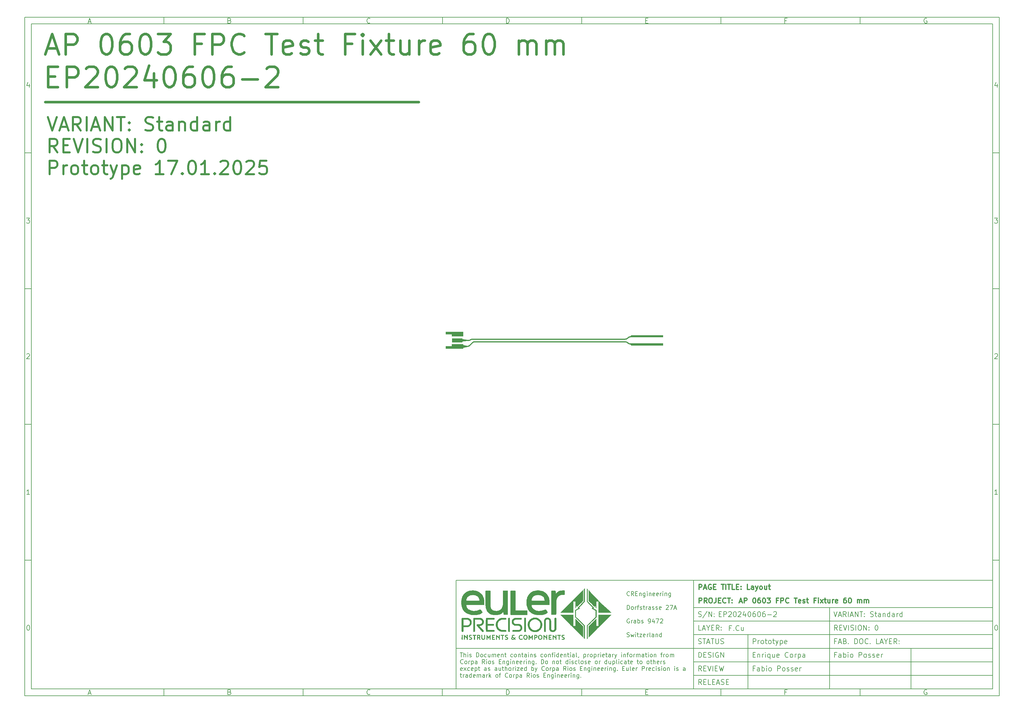
<source format=gbr>
%TF.GenerationSoftware,KiCad,Pcbnew,8.0.7-1.fc41*%
%TF.CreationDate,2025-01-19T01:13:49+01:00*%
%TF.ProjectId,0100_COVERSHEET,30313030-5f43-44f5-9645-525348454554,0*%
%TF.SameCoordinates,Original*%
%TF.FileFunction,Copper,L1,Top*%
%TF.FilePolarity,Positive*%
%FSLAX46Y46*%
G04 Gerber Fmt 4.6, Leading zero omitted, Abs format (unit mm)*
G04 Created by KiCad (PCBNEW 8.0.7-1.fc41) date 2025-01-19 01:13:49*
%MOMM*%
%LPD*%
G01*
G04 APERTURE LIST*
G04 Aperture macros list*
%AMFreePoly0*
4,1,7,1.655000,-0.675000,-1.655000,-0.675000,-1.655000,-0.085000,-3.455000,-0.085000,-3.455000,0.675000,1.655000,0.675000,1.655000,-0.675000,1.655000,-0.675000,$1*%
%AMFreePoly1*
4,1,9,1.655000,-0.675000,-1.655000,-0.675000,-1.655000,-0.665000,-3.455000,-0.665000,-3.455000,0.085000,-1.655000,0.085000,-1.655000,0.675000,1.655000,0.675000,1.655000,-0.675000,1.655000,-0.675000,$1*%
G04 Aperture macros list end*
%ADD10C,0.100000*%
%ADD11C,0.150000*%
%ADD12C,0.300000*%
%ADD13C,0.750000*%
%ADD14C,0.600000*%
%ADD15C,0.000001*%
%TA.AperFunction,Conductor*%
%ADD16C,0.000000*%
%TD*%
%ADD17C,0.200000*%
%TA.AperFunction,NonConductor*%
%ADD18C,0.200000*%
%TD*%
%TA.AperFunction,SMDPad,CuDef*%
%ADD19R,3.100000X1.160000*%
%TD*%
%TA.AperFunction,SMDPad,CuDef*%
%ADD20FreePoly0,0.000000*%
%TD*%
%TA.AperFunction,SMDPad,CuDef*%
%ADD21FreePoly1,0.000000*%
%TD*%
%TA.AperFunction,ViaPad*%
%ADD22C,0.500000*%
%TD*%
%TA.AperFunction,Conductor*%
%ADD23C,0.300000*%
%TD*%
%TA.AperFunction,Conductor*%
%ADD24C,0.200000*%
%TD*%
G04 APERTURE END LIST*
D10*
D11*
X7000000Y-203000000D02*
X290000000Y-203000000D01*
X290000000Y-7000000D01*
X7000000Y-7000000D01*
X7000000Y-203000000D01*
D10*
D11*
X132000000Y-171000000D02*
X290000000Y-171000000D01*
X290000000Y-203000000D01*
X132000000Y-203000000D01*
X132000000Y-171000000D01*
D10*
D11*
X202000000Y-203000000D02*
X202000000Y-171000000D01*
D10*
D11*
X290000000Y-199000000D02*
X202000000Y-199000000D01*
D10*
D11*
X290000000Y-195000000D02*
X202000000Y-195000000D01*
D10*
D11*
X290000000Y-191000000D02*
X201000000Y-191000000D01*
D10*
D11*
X290000000Y-187000000D02*
X202000000Y-187000000D01*
D10*
D11*
X290000000Y-183000000D02*
X202000000Y-183000000D01*
D10*
D11*
X290000000Y-179000000D02*
X202000000Y-179000000D01*
D10*
D11*
X266000000Y-203000000D02*
X266000000Y-191000000D01*
D10*
D11*
X242000000Y-203000000D02*
X242000000Y-179000000D01*
D10*
D11*
X218000000Y-203000000D02*
X218000000Y-187000000D01*
D10*
D12*
X203556710Y-173685528D02*
X203556710Y-172185528D01*
X203556710Y-172185528D02*
X204128139Y-172185528D01*
X204128139Y-172185528D02*
X204270996Y-172256957D01*
X204270996Y-172256957D02*
X204342425Y-172328385D01*
X204342425Y-172328385D02*
X204413853Y-172471242D01*
X204413853Y-172471242D02*
X204413853Y-172685528D01*
X204413853Y-172685528D02*
X204342425Y-172828385D01*
X204342425Y-172828385D02*
X204270996Y-172899814D01*
X204270996Y-172899814D02*
X204128139Y-172971242D01*
X204128139Y-172971242D02*
X203556710Y-172971242D01*
X204985282Y-173256957D02*
X205699568Y-173256957D01*
X204842425Y-173685528D02*
X205342425Y-172185528D01*
X205342425Y-172185528D02*
X205842425Y-173685528D01*
X207128139Y-172256957D02*
X206985282Y-172185528D01*
X206985282Y-172185528D02*
X206770996Y-172185528D01*
X206770996Y-172185528D02*
X206556710Y-172256957D01*
X206556710Y-172256957D02*
X206413853Y-172399814D01*
X206413853Y-172399814D02*
X206342424Y-172542671D01*
X206342424Y-172542671D02*
X206270996Y-172828385D01*
X206270996Y-172828385D02*
X206270996Y-173042671D01*
X206270996Y-173042671D02*
X206342424Y-173328385D01*
X206342424Y-173328385D02*
X206413853Y-173471242D01*
X206413853Y-173471242D02*
X206556710Y-173614100D01*
X206556710Y-173614100D02*
X206770996Y-173685528D01*
X206770996Y-173685528D02*
X206913853Y-173685528D01*
X206913853Y-173685528D02*
X207128139Y-173614100D01*
X207128139Y-173614100D02*
X207199567Y-173542671D01*
X207199567Y-173542671D02*
X207199567Y-173042671D01*
X207199567Y-173042671D02*
X206913853Y-173042671D01*
X207842424Y-172899814D02*
X208342424Y-172899814D01*
X208556710Y-173685528D02*
X207842424Y-173685528D01*
X207842424Y-173685528D02*
X207842424Y-172185528D01*
X207842424Y-172185528D02*
X208556710Y-172185528D01*
X210128139Y-172185528D02*
X210985282Y-172185528D01*
X210556710Y-173685528D02*
X210556710Y-172185528D01*
X211485281Y-173685528D02*
X211485281Y-172185528D01*
X211985282Y-172185528D02*
X212842425Y-172185528D01*
X212413853Y-173685528D02*
X212413853Y-172185528D01*
X214056710Y-173685528D02*
X213342424Y-173685528D01*
X213342424Y-173685528D02*
X213342424Y-172185528D01*
X214556710Y-172899814D02*
X215056710Y-172899814D01*
X215270996Y-173685528D02*
X214556710Y-173685528D01*
X214556710Y-173685528D02*
X214556710Y-172185528D01*
X214556710Y-172185528D02*
X215270996Y-172185528D01*
X215913853Y-173542671D02*
X215985282Y-173614100D01*
X215985282Y-173614100D02*
X215913853Y-173685528D01*
X215913853Y-173685528D02*
X215842425Y-173614100D01*
X215842425Y-173614100D02*
X215913853Y-173542671D01*
X215913853Y-173542671D02*
X215913853Y-173685528D01*
X215913853Y-172756957D02*
X215985282Y-172828385D01*
X215985282Y-172828385D02*
X215913853Y-172899814D01*
X215913853Y-172899814D02*
X215842425Y-172828385D01*
X215842425Y-172828385D02*
X215913853Y-172756957D01*
X215913853Y-172756957D02*
X215913853Y-172899814D01*
X218485282Y-173685528D02*
X217770996Y-173685528D01*
X217770996Y-173685528D02*
X217770996Y-172185528D01*
X219628140Y-173685528D02*
X219628140Y-172899814D01*
X219628140Y-172899814D02*
X219556711Y-172756957D01*
X219556711Y-172756957D02*
X219413854Y-172685528D01*
X219413854Y-172685528D02*
X219128140Y-172685528D01*
X219128140Y-172685528D02*
X218985282Y-172756957D01*
X219628140Y-173614100D02*
X219485282Y-173685528D01*
X219485282Y-173685528D02*
X219128140Y-173685528D01*
X219128140Y-173685528D02*
X218985282Y-173614100D01*
X218985282Y-173614100D02*
X218913854Y-173471242D01*
X218913854Y-173471242D02*
X218913854Y-173328385D01*
X218913854Y-173328385D02*
X218985282Y-173185528D01*
X218985282Y-173185528D02*
X219128140Y-173114100D01*
X219128140Y-173114100D02*
X219485282Y-173114100D01*
X219485282Y-173114100D02*
X219628140Y-173042671D01*
X220199568Y-172685528D02*
X220556711Y-173685528D01*
X220913854Y-172685528D02*
X220556711Y-173685528D01*
X220556711Y-173685528D02*
X220413854Y-174042671D01*
X220413854Y-174042671D02*
X220342425Y-174114100D01*
X220342425Y-174114100D02*
X220199568Y-174185528D01*
X221699568Y-173685528D02*
X221556711Y-173614100D01*
X221556711Y-173614100D02*
X221485282Y-173542671D01*
X221485282Y-173542671D02*
X221413854Y-173399814D01*
X221413854Y-173399814D02*
X221413854Y-172971242D01*
X221413854Y-172971242D02*
X221485282Y-172828385D01*
X221485282Y-172828385D02*
X221556711Y-172756957D01*
X221556711Y-172756957D02*
X221699568Y-172685528D01*
X221699568Y-172685528D02*
X221913854Y-172685528D01*
X221913854Y-172685528D02*
X222056711Y-172756957D01*
X222056711Y-172756957D02*
X222128140Y-172828385D01*
X222128140Y-172828385D02*
X222199568Y-172971242D01*
X222199568Y-172971242D02*
X222199568Y-173399814D01*
X222199568Y-173399814D02*
X222128140Y-173542671D01*
X222128140Y-173542671D02*
X222056711Y-173614100D01*
X222056711Y-173614100D02*
X221913854Y-173685528D01*
X221913854Y-173685528D02*
X221699568Y-173685528D01*
X223485283Y-172685528D02*
X223485283Y-173685528D01*
X222842425Y-172685528D02*
X222842425Y-173471242D01*
X222842425Y-173471242D02*
X222913854Y-173614100D01*
X222913854Y-173614100D02*
X223056711Y-173685528D01*
X223056711Y-173685528D02*
X223270997Y-173685528D01*
X223270997Y-173685528D02*
X223413854Y-173614100D01*
X223413854Y-173614100D02*
X223485283Y-173542671D01*
X223985283Y-172685528D02*
X224556711Y-172685528D01*
X224199568Y-172185528D02*
X224199568Y-173471242D01*
X224199568Y-173471242D02*
X224270997Y-173614100D01*
X224270997Y-173614100D02*
X224413854Y-173685528D01*
X224413854Y-173685528D02*
X224556711Y-173685528D01*
D10*
D11*
X201000000Y-191000000D02*
X132000000Y-191000000D01*
D10*
D12*
X203554510Y-177678328D02*
X203554510Y-176178328D01*
X203554510Y-176178328D02*
X204125939Y-176178328D01*
X204125939Y-176178328D02*
X204268796Y-176249757D01*
X204268796Y-176249757D02*
X204340225Y-176321185D01*
X204340225Y-176321185D02*
X204411653Y-176464042D01*
X204411653Y-176464042D02*
X204411653Y-176678328D01*
X204411653Y-176678328D02*
X204340225Y-176821185D01*
X204340225Y-176821185D02*
X204268796Y-176892614D01*
X204268796Y-176892614D02*
X204125939Y-176964042D01*
X204125939Y-176964042D02*
X203554510Y-176964042D01*
X205911653Y-177678328D02*
X205411653Y-176964042D01*
X205054510Y-177678328D02*
X205054510Y-176178328D01*
X205054510Y-176178328D02*
X205625939Y-176178328D01*
X205625939Y-176178328D02*
X205768796Y-176249757D01*
X205768796Y-176249757D02*
X205840225Y-176321185D01*
X205840225Y-176321185D02*
X205911653Y-176464042D01*
X205911653Y-176464042D02*
X205911653Y-176678328D01*
X205911653Y-176678328D02*
X205840225Y-176821185D01*
X205840225Y-176821185D02*
X205768796Y-176892614D01*
X205768796Y-176892614D02*
X205625939Y-176964042D01*
X205625939Y-176964042D02*
X205054510Y-176964042D01*
X206840225Y-176178328D02*
X207125939Y-176178328D01*
X207125939Y-176178328D02*
X207268796Y-176249757D01*
X207268796Y-176249757D02*
X207411653Y-176392614D01*
X207411653Y-176392614D02*
X207483082Y-176678328D01*
X207483082Y-176678328D02*
X207483082Y-177178328D01*
X207483082Y-177178328D02*
X207411653Y-177464042D01*
X207411653Y-177464042D02*
X207268796Y-177606900D01*
X207268796Y-177606900D02*
X207125939Y-177678328D01*
X207125939Y-177678328D02*
X206840225Y-177678328D01*
X206840225Y-177678328D02*
X206697368Y-177606900D01*
X206697368Y-177606900D02*
X206554510Y-177464042D01*
X206554510Y-177464042D02*
X206483082Y-177178328D01*
X206483082Y-177178328D02*
X206483082Y-176678328D01*
X206483082Y-176678328D02*
X206554510Y-176392614D01*
X206554510Y-176392614D02*
X206697368Y-176249757D01*
X206697368Y-176249757D02*
X206840225Y-176178328D01*
X208554511Y-176178328D02*
X208554511Y-177249757D01*
X208554511Y-177249757D02*
X208483082Y-177464042D01*
X208483082Y-177464042D02*
X208340225Y-177606900D01*
X208340225Y-177606900D02*
X208125939Y-177678328D01*
X208125939Y-177678328D02*
X207983082Y-177678328D01*
X209268796Y-176892614D02*
X209768796Y-176892614D01*
X209983082Y-177678328D02*
X209268796Y-177678328D01*
X209268796Y-177678328D02*
X209268796Y-176178328D01*
X209268796Y-176178328D02*
X209983082Y-176178328D01*
X211483082Y-177535471D02*
X211411654Y-177606900D01*
X211411654Y-177606900D02*
X211197368Y-177678328D01*
X211197368Y-177678328D02*
X211054511Y-177678328D01*
X211054511Y-177678328D02*
X210840225Y-177606900D01*
X210840225Y-177606900D02*
X210697368Y-177464042D01*
X210697368Y-177464042D02*
X210625939Y-177321185D01*
X210625939Y-177321185D02*
X210554511Y-177035471D01*
X210554511Y-177035471D02*
X210554511Y-176821185D01*
X210554511Y-176821185D02*
X210625939Y-176535471D01*
X210625939Y-176535471D02*
X210697368Y-176392614D01*
X210697368Y-176392614D02*
X210840225Y-176249757D01*
X210840225Y-176249757D02*
X211054511Y-176178328D01*
X211054511Y-176178328D02*
X211197368Y-176178328D01*
X211197368Y-176178328D02*
X211411654Y-176249757D01*
X211411654Y-176249757D02*
X211483082Y-176321185D01*
X211911654Y-176178328D02*
X212768797Y-176178328D01*
X212340225Y-177678328D02*
X212340225Y-176178328D01*
X213268796Y-177535471D02*
X213340225Y-177606900D01*
X213340225Y-177606900D02*
X213268796Y-177678328D01*
X213268796Y-177678328D02*
X213197368Y-177606900D01*
X213197368Y-177606900D02*
X213268796Y-177535471D01*
X213268796Y-177535471D02*
X213268796Y-177678328D01*
X213268796Y-176749757D02*
X213340225Y-176821185D01*
X213340225Y-176821185D02*
X213268796Y-176892614D01*
X213268796Y-176892614D02*
X213197368Y-176821185D01*
X213197368Y-176821185D02*
X213268796Y-176749757D01*
X213268796Y-176749757D02*
X213268796Y-176892614D01*
D10*
D11*
X203384398Y-181614700D02*
X203598684Y-181686128D01*
X203598684Y-181686128D02*
X203955826Y-181686128D01*
X203955826Y-181686128D02*
X204098684Y-181614700D01*
X204098684Y-181614700D02*
X204170112Y-181543271D01*
X204170112Y-181543271D02*
X204241541Y-181400414D01*
X204241541Y-181400414D02*
X204241541Y-181257557D01*
X204241541Y-181257557D02*
X204170112Y-181114700D01*
X204170112Y-181114700D02*
X204098684Y-181043271D01*
X204098684Y-181043271D02*
X203955826Y-180971842D01*
X203955826Y-180971842D02*
X203670112Y-180900414D01*
X203670112Y-180900414D02*
X203527255Y-180828985D01*
X203527255Y-180828985D02*
X203455826Y-180757557D01*
X203455826Y-180757557D02*
X203384398Y-180614700D01*
X203384398Y-180614700D02*
X203384398Y-180471842D01*
X203384398Y-180471842D02*
X203455826Y-180328985D01*
X203455826Y-180328985D02*
X203527255Y-180257557D01*
X203527255Y-180257557D02*
X203670112Y-180186128D01*
X203670112Y-180186128D02*
X204027255Y-180186128D01*
X204027255Y-180186128D02*
X204241541Y-180257557D01*
X205955826Y-180114700D02*
X204670112Y-182043271D01*
X206455826Y-181686128D02*
X206455826Y-180186128D01*
X206455826Y-180186128D02*
X207312969Y-181686128D01*
X207312969Y-181686128D02*
X207312969Y-180186128D01*
X208027255Y-181543271D02*
X208098684Y-181614700D01*
X208098684Y-181614700D02*
X208027255Y-181686128D01*
X208027255Y-181686128D02*
X207955827Y-181614700D01*
X207955827Y-181614700D02*
X208027255Y-181543271D01*
X208027255Y-181543271D02*
X208027255Y-181686128D01*
X208027255Y-180757557D02*
X208098684Y-180828985D01*
X208098684Y-180828985D02*
X208027255Y-180900414D01*
X208027255Y-180900414D02*
X207955827Y-180828985D01*
X207955827Y-180828985D02*
X208027255Y-180757557D01*
X208027255Y-180757557D02*
X208027255Y-180900414D01*
D10*
D11*
X203455826Y-193686128D02*
X203455826Y-192186128D01*
X203455826Y-192186128D02*
X203812969Y-192186128D01*
X203812969Y-192186128D02*
X204027255Y-192257557D01*
X204027255Y-192257557D02*
X204170112Y-192400414D01*
X204170112Y-192400414D02*
X204241541Y-192543271D01*
X204241541Y-192543271D02*
X204312969Y-192828985D01*
X204312969Y-192828985D02*
X204312969Y-193043271D01*
X204312969Y-193043271D02*
X204241541Y-193328985D01*
X204241541Y-193328985D02*
X204170112Y-193471842D01*
X204170112Y-193471842D02*
X204027255Y-193614700D01*
X204027255Y-193614700D02*
X203812969Y-193686128D01*
X203812969Y-193686128D02*
X203455826Y-193686128D01*
X204955826Y-192900414D02*
X205455826Y-192900414D01*
X205670112Y-193686128D02*
X204955826Y-193686128D01*
X204955826Y-193686128D02*
X204955826Y-192186128D01*
X204955826Y-192186128D02*
X205670112Y-192186128D01*
X206241541Y-193614700D02*
X206455827Y-193686128D01*
X206455827Y-193686128D02*
X206812969Y-193686128D01*
X206812969Y-193686128D02*
X206955827Y-193614700D01*
X206955827Y-193614700D02*
X207027255Y-193543271D01*
X207027255Y-193543271D02*
X207098684Y-193400414D01*
X207098684Y-193400414D02*
X207098684Y-193257557D01*
X207098684Y-193257557D02*
X207027255Y-193114700D01*
X207027255Y-193114700D02*
X206955827Y-193043271D01*
X206955827Y-193043271D02*
X206812969Y-192971842D01*
X206812969Y-192971842D02*
X206527255Y-192900414D01*
X206527255Y-192900414D02*
X206384398Y-192828985D01*
X206384398Y-192828985D02*
X206312969Y-192757557D01*
X206312969Y-192757557D02*
X206241541Y-192614700D01*
X206241541Y-192614700D02*
X206241541Y-192471842D01*
X206241541Y-192471842D02*
X206312969Y-192328985D01*
X206312969Y-192328985D02*
X206384398Y-192257557D01*
X206384398Y-192257557D02*
X206527255Y-192186128D01*
X206527255Y-192186128D02*
X206884398Y-192186128D01*
X206884398Y-192186128D02*
X207098684Y-192257557D01*
X207741540Y-193686128D02*
X207741540Y-192186128D01*
X209241541Y-192257557D02*
X209098684Y-192186128D01*
X209098684Y-192186128D02*
X208884398Y-192186128D01*
X208884398Y-192186128D02*
X208670112Y-192257557D01*
X208670112Y-192257557D02*
X208527255Y-192400414D01*
X208527255Y-192400414D02*
X208455826Y-192543271D01*
X208455826Y-192543271D02*
X208384398Y-192828985D01*
X208384398Y-192828985D02*
X208384398Y-193043271D01*
X208384398Y-193043271D02*
X208455826Y-193328985D01*
X208455826Y-193328985D02*
X208527255Y-193471842D01*
X208527255Y-193471842D02*
X208670112Y-193614700D01*
X208670112Y-193614700D02*
X208884398Y-193686128D01*
X208884398Y-193686128D02*
X209027255Y-193686128D01*
X209027255Y-193686128D02*
X209241541Y-193614700D01*
X209241541Y-193614700D02*
X209312969Y-193543271D01*
X209312969Y-193543271D02*
X209312969Y-193043271D01*
X209312969Y-193043271D02*
X209027255Y-193043271D01*
X209955826Y-193686128D02*
X209955826Y-192186128D01*
X209955826Y-192186128D02*
X210812969Y-193686128D01*
X210812969Y-193686128D02*
X210812969Y-192186128D01*
D10*
D11*
X204312969Y-197686128D02*
X203812969Y-196971842D01*
X203455826Y-197686128D02*
X203455826Y-196186128D01*
X203455826Y-196186128D02*
X204027255Y-196186128D01*
X204027255Y-196186128D02*
X204170112Y-196257557D01*
X204170112Y-196257557D02*
X204241541Y-196328985D01*
X204241541Y-196328985D02*
X204312969Y-196471842D01*
X204312969Y-196471842D02*
X204312969Y-196686128D01*
X204312969Y-196686128D02*
X204241541Y-196828985D01*
X204241541Y-196828985D02*
X204170112Y-196900414D01*
X204170112Y-196900414D02*
X204027255Y-196971842D01*
X204027255Y-196971842D02*
X203455826Y-196971842D01*
X204955826Y-196900414D02*
X205455826Y-196900414D01*
X205670112Y-197686128D02*
X204955826Y-197686128D01*
X204955826Y-197686128D02*
X204955826Y-196186128D01*
X204955826Y-196186128D02*
X205670112Y-196186128D01*
X206098684Y-196186128D02*
X206598684Y-197686128D01*
X206598684Y-197686128D02*
X207098684Y-196186128D01*
X207598683Y-197686128D02*
X207598683Y-196186128D01*
X208312969Y-196900414D02*
X208812969Y-196900414D01*
X209027255Y-197686128D02*
X208312969Y-197686128D01*
X208312969Y-197686128D02*
X208312969Y-196186128D01*
X208312969Y-196186128D02*
X209027255Y-196186128D01*
X209527255Y-196186128D02*
X209884398Y-197686128D01*
X209884398Y-197686128D02*
X210170112Y-196614700D01*
X210170112Y-196614700D02*
X210455827Y-197686128D01*
X210455827Y-197686128D02*
X210812970Y-196186128D01*
D10*
D11*
X204312969Y-201686128D02*
X203812969Y-200971842D01*
X203455826Y-201686128D02*
X203455826Y-200186128D01*
X203455826Y-200186128D02*
X204027255Y-200186128D01*
X204027255Y-200186128D02*
X204170112Y-200257557D01*
X204170112Y-200257557D02*
X204241541Y-200328985D01*
X204241541Y-200328985D02*
X204312969Y-200471842D01*
X204312969Y-200471842D02*
X204312969Y-200686128D01*
X204312969Y-200686128D02*
X204241541Y-200828985D01*
X204241541Y-200828985D02*
X204170112Y-200900414D01*
X204170112Y-200900414D02*
X204027255Y-200971842D01*
X204027255Y-200971842D02*
X203455826Y-200971842D01*
X204955826Y-200900414D02*
X205455826Y-200900414D01*
X205670112Y-201686128D02*
X204955826Y-201686128D01*
X204955826Y-201686128D02*
X204955826Y-200186128D01*
X204955826Y-200186128D02*
X205670112Y-200186128D01*
X207027255Y-201686128D02*
X206312969Y-201686128D01*
X206312969Y-201686128D02*
X206312969Y-200186128D01*
X207527255Y-200900414D02*
X208027255Y-200900414D01*
X208241541Y-201686128D02*
X207527255Y-201686128D01*
X207527255Y-201686128D02*
X207527255Y-200186128D01*
X207527255Y-200186128D02*
X208241541Y-200186128D01*
X208812970Y-201257557D02*
X209527256Y-201257557D01*
X208670113Y-201686128D02*
X209170113Y-200186128D01*
X209170113Y-200186128D02*
X209670113Y-201686128D01*
X210098684Y-201614700D02*
X210312970Y-201686128D01*
X210312970Y-201686128D02*
X210670112Y-201686128D01*
X210670112Y-201686128D02*
X210812970Y-201614700D01*
X210812970Y-201614700D02*
X210884398Y-201543271D01*
X210884398Y-201543271D02*
X210955827Y-201400414D01*
X210955827Y-201400414D02*
X210955827Y-201257557D01*
X210955827Y-201257557D02*
X210884398Y-201114700D01*
X210884398Y-201114700D02*
X210812970Y-201043271D01*
X210812970Y-201043271D02*
X210670112Y-200971842D01*
X210670112Y-200971842D02*
X210384398Y-200900414D01*
X210384398Y-200900414D02*
X210241541Y-200828985D01*
X210241541Y-200828985D02*
X210170112Y-200757557D01*
X210170112Y-200757557D02*
X210098684Y-200614700D01*
X210098684Y-200614700D02*
X210098684Y-200471842D01*
X210098684Y-200471842D02*
X210170112Y-200328985D01*
X210170112Y-200328985D02*
X210241541Y-200257557D01*
X210241541Y-200257557D02*
X210384398Y-200186128D01*
X210384398Y-200186128D02*
X210741541Y-200186128D01*
X210741541Y-200186128D02*
X210955827Y-200257557D01*
X211598683Y-200900414D02*
X212098683Y-200900414D01*
X212312969Y-201686128D02*
X211598683Y-201686128D01*
X211598683Y-201686128D02*
X211598683Y-200186128D01*
X211598683Y-200186128D02*
X212312969Y-200186128D01*
D10*
D11*
X243241541Y-180186128D02*
X243741541Y-181686128D01*
X243741541Y-181686128D02*
X244241541Y-180186128D01*
X244670112Y-181257557D02*
X245384398Y-181257557D01*
X244527255Y-181686128D02*
X245027255Y-180186128D01*
X245027255Y-180186128D02*
X245527255Y-181686128D01*
X246884397Y-181686128D02*
X246384397Y-180971842D01*
X246027254Y-181686128D02*
X246027254Y-180186128D01*
X246027254Y-180186128D02*
X246598683Y-180186128D01*
X246598683Y-180186128D02*
X246741540Y-180257557D01*
X246741540Y-180257557D02*
X246812969Y-180328985D01*
X246812969Y-180328985D02*
X246884397Y-180471842D01*
X246884397Y-180471842D02*
X246884397Y-180686128D01*
X246884397Y-180686128D02*
X246812969Y-180828985D01*
X246812969Y-180828985D02*
X246741540Y-180900414D01*
X246741540Y-180900414D02*
X246598683Y-180971842D01*
X246598683Y-180971842D02*
X246027254Y-180971842D01*
X247527254Y-181686128D02*
X247527254Y-180186128D01*
X248170112Y-181257557D02*
X248884398Y-181257557D01*
X248027255Y-181686128D02*
X248527255Y-180186128D01*
X248527255Y-180186128D02*
X249027255Y-181686128D01*
X249527254Y-181686128D02*
X249527254Y-180186128D01*
X249527254Y-180186128D02*
X250384397Y-181686128D01*
X250384397Y-181686128D02*
X250384397Y-180186128D01*
X250884398Y-180186128D02*
X251741541Y-180186128D01*
X251312969Y-181686128D02*
X251312969Y-180186128D01*
X252241540Y-181543271D02*
X252312969Y-181614700D01*
X252312969Y-181614700D02*
X252241540Y-181686128D01*
X252241540Y-181686128D02*
X252170112Y-181614700D01*
X252170112Y-181614700D02*
X252241540Y-181543271D01*
X252241540Y-181543271D02*
X252241540Y-181686128D01*
X252241540Y-180757557D02*
X252312969Y-180828985D01*
X252312969Y-180828985D02*
X252241540Y-180900414D01*
X252241540Y-180900414D02*
X252170112Y-180828985D01*
X252170112Y-180828985D02*
X252241540Y-180757557D01*
X252241540Y-180757557D02*
X252241540Y-180900414D01*
X254027255Y-181614700D02*
X254241541Y-181686128D01*
X254241541Y-181686128D02*
X254598683Y-181686128D01*
X254598683Y-181686128D02*
X254741541Y-181614700D01*
X254741541Y-181614700D02*
X254812969Y-181543271D01*
X254812969Y-181543271D02*
X254884398Y-181400414D01*
X254884398Y-181400414D02*
X254884398Y-181257557D01*
X254884398Y-181257557D02*
X254812969Y-181114700D01*
X254812969Y-181114700D02*
X254741541Y-181043271D01*
X254741541Y-181043271D02*
X254598683Y-180971842D01*
X254598683Y-180971842D02*
X254312969Y-180900414D01*
X254312969Y-180900414D02*
X254170112Y-180828985D01*
X254170112Y-180828985D02*
X254098683Y-180757557D01*
X254098683Y-180757557D02*
X254027255Y-180614700D01*
X254027255Y-180614700D02*
X254027255Y-180471842D01*
X254027255Y-180471842D02*
X254098683Y-180328985D01*
X254098683Y-180328985D02*
X254170112Y-180257557D01*
X254170112Y-180257557D02*
X254312969Y-180186128D01*
X254312969Y-180186128D02*
X254670112Y-180186128D01*
X254670112Y-180186128D02*
X254884398Y-180257557D01*
X255312969Y-180686128D02*
X255884397Y-180686128D01*
X255527254Y-180186128D02*
X255527254Y-181471842D01*
X255527254Y-181471842D02*
X255598683Y-181614700D01*
X255598683Y-181614700D02*
X255741540Y-181686128D01*
X255741540Y-181686128D02*
X255884397Y-181686128D01*
X257027255Y-181686128D02*
X257027255Y-180900414D01*
X257027255Y-180900414D02*
X256955826Y-180757557D01*
X256955826Y-180757557D02*
X256812969Y-180686128D01*
X256812969Y-180686128D02*
X256527255Y-180686128D01*
X256527255Y-180686128D02*
X256384397Y-180757557D01*
X257027255Y-181614700D02*
X256884397Y-181686128D01*
X256884397Y-181686128D02*
X256527255Y-181686128D01*
X256527255Y-181686128D02*
X256384397Y-181614700D01*
X256384397Y-181614700D02*
X256312969Y-181471842D01*
X256312969Y-181471842D02*
X256312969Y-181328985D01*
X256312969Y-181328985D02*
X256384397Y-181186128D01*
X256384397Y-181186128D02*
X256527255Y-181114700D01*
X256527255Y-181114700D02*
X256884397Y-181114700D01*
X256884397Y-181114700D02*
X257027255Y-181043271D01*
X257741540Y-180686128D02*
X257741540Y-181686128D01*
X257741540Y-180828985D02*
X257812969Y-180757557D01*
X257812969Y-180757557D02*
X257955826Y-180686128D01*
X257955826Y-180686128D02*
X258170112Y-180686128D01*
X258170112Y-180686128D02*
X258312969Y-180757557D01*
X258312969Y-180757557D02*
X258384398Y-180900414D01*
X258384398Y-180900414D02*
X258384398Y-181686128D01*
X259741541Y-181686128D02*
X259741541Y-180186128D01*
X259741541Y-181614700D02*
X259598683Y-181686128D01*
X259598683Y-181686128D02*
X259312969Y-181686128D01*
X259312969Y-181686128D02*
X259170112Y-181614700D01*
X259170112Y-181614700D02*
X259098683Y-181543271D01*
X259098683Y-181543271D02*
X259027255Y-181400414D01*
X259027255Y-181400414D02*
X259027255Y-180971842D01*
X259027255Y-180971842D02*
X259098683Y-180828985D01*
X259098683Y-180828985D02*
X259170112Y-180757557D01*
X259170112Y-180757557D02*
X259312969Y-180686128D01*
X259312969Y-180686128D02*
X259598683Y-180686128D01*
X259598683Y-180686128D02*
X259741541Y-180757557D01*
X261098684Y-181686128D02*
X261098684Y-180900414D01*
X261098684Y-180900414D02*
X261027255Y-180757557D01*
X261027255Y-180757557D02*
X260884398Y-180686128D01*
X260884398Y-180686128D02*
X260598684Y-180686128D01*
X260598684Y-180686128D02*
X260455826Y-180757557D01*
X261098684Y-181614700D02*
X260955826Y-181686128D01*
X260955826Y-181686128D02*
X260598684Y-181686128D01*
X260598684Y-181686128D02*
X260455826Y-181614700D01*
X260455826Y-181614700D02*
X260384398Y-181471842D01*
X260384398Y-181471842D02*
X260384398Y-181328985D01*
X260384398Y-181328985D02*
X260455826Y-181186128D01*
X260455826Y-181186128D02*
X260598684Y-181114700D01*
X260598684Y-181114700D02*
X260955826Y-181114700D01*
X260955826Y-181114700D02*
X261098684Y-181043271D01*
X261812969Y-181686128D02*
X261812969Y-180686128D01*
X261812969Y-180971842D02*
X261884398Y-180828985D01*
X261884398Y-180828985D02*
X261955827Y-180757557D01*
X261955827Y-180757557D02*
X262098684Y-180686128D01*
X262098684Y-180686128D02*
X262241541Y-180686128D01*
X263384398Y-181686128D02*
X263384398Y-180186128D01*
X263384398Y-181614700D02*
X263241540Y-181686128D01*
X263241540Y-181686128D02*
X262955826Y-181686128D01*
X262955826Y-181686128D02*
X262812969Y-181614700D01*
X262812969Y-181614700D02*
X262741540Y-181543271D01*
X262741540Y-181543271D02*
X262670112Y-181400414D01*
X262670112Y-181400414D02*
X262670112Y-180971842D01*
X262670112Y-180971842D02*
X262741540Y-180828985D01*
X262741540Y-180828985D02*
X262812969Y-180757557D01*
X262812969Y-180757557D02*
X262955826Y-180686128D01*
X262955826Y-180686128D02*
X263241540Y-180686128D01*
X263241540Y-180686128D02*
X263384398Y-180757557D01*
D10*
D11*
X244312969Y-185686128D02*
X243812969Y-184971842D01*
X243455826Y-185686128D02*
X243455826Y-184186128D01*
X243455826Y-184186128D02*
X244027255Y-184186128D01*
X244027255Y-184186128D02*
X244170112Y-184257557D01*
X244170112Y-184257557D02*
X244241541Y-184328985D01*
X244241541Y-184328985D02*
X244312969Y-184471842D01*
X244312969Y-184471842D02*
X244312969Y-184686128D01*
X244312969Y-184686128D02*
X244241541Y-184828985D01*
X244241541Y-184828985D02*
X244170112Y-184900414D01*
X244170112Y-184900414D02*
X244027255Y-184971842D01*
X244027255Y-184971842D02*
X243455826Y-184971842D01*
X244955826Y-184900414D02*
X245455826Y-184900414D01*
X245670112Y-185686128D02*
X244955826Y-185686128D01*
X244955826Y-185686128D02*
X244955826Y-184186128D01*
X244955826Y-184186128D02*
X245670112Y-184186128D01*
X246098684Y-184186128D02*
X246598684Y-185686128D01*
X246598684Y-185686128D02*
X247098684Y-184186128D01*
X247598683Y-185686128D02*
X247598683Y-184186128D01*
X248241541Y-185614700D02*
X248455827Y-185686128D01*
X248455827Y-185686128D02*
X248812969Y-185686128D01*
X248812969Y-185686128D02*
X248955827Y-185614700D01*
X248955827Y-185614700D02*
X249027255Y-185543271D01*
X249027255Y-185543271D02*
X249098684Y-185400414D01*
X249098684Y-185400414D02*
X249098684Y-185257557D01*
X249098684Y-185257557D02*
X249027255Y-185114700D01*
X249027255Y-185114700D02*
X248955827Y-185043271D01*
X248955827Y-185043271D02*
X248812969Y-184971842D01*
X248812969Y-184971842D02*
X248527255Y-184900414D01*
X248527255Y-184900414D02*
X248384398Y-184828985D01*
X248384398Y-184828985D02*
X248312969Y-184757557D01*
X248312969Y-184757557D02*
X248241541Y-184614700D01*
X248241541Y-184614700D02*
X248241541Y-184471842D01*
X248241541Y-184471842D02*
X248312969Y-184328985D01*
X248312969Y-184328985D02*
X248384398Y-184257557D01*
X248384398Y-184257557D02*
X248527255Y-184186128D01*
X248527255Y-184186128D02*
X248884398Y-184186128D01*
X248884398Y-184186128D02*
X249098684Y-184257557D01*
X249741540Y-185686128D02*
X249741540Y-184186128D01*
X250741541Y-184186128D02*
X251027255Y-184186128D01*
X251027255Y-184186128D02*
X251170112Y-184257557D01*
X251170112Y-184257557D02*
X251312969Y-184400414D01*
X251312969Y-184400414D02*
X251384398Y-184686128D01*
X251384398Y-184686128D02*
X251384398Y-185186128D01*
X251384398Y-185186128D02*
X251312969Y-185471842D01*
X251312969Y-185471842D02*
X251170112Y-185614700D01*
X251170112Y-185614700D02*
X251027255Y-185686128D01*
X251027255Y-185686128D02*
X250741541Y-185686128D01*
X250741541Y-185686128D02*
X250598684Y-185614700D01*
X250598684Y-185614700D02*
X250455826Y-185471842D01*
X250455826Y-185471842D02*
X250384398Y-185186128D01*
X250384398Y-185186128D02*
X250384398Y-184686128D01*
X250384398Y-184686128D02*
X250455826Y-184400414D01*
X250455826Y-184400414D02*
X250598684Y-184257557D01*
X250598684Y-184257557D02*
X250741541Y-184186128D01*
X252027255Y-185686128D02*
X252027255Y-184186128D01*
X252027255Y-184186128D02*
X252884398Y-185686128D01*
X252884398Y-185686128D02*
X252884398Y-184186128D01*
X253598684Y-185543271D02*
X253670113Y-185614700D01*
X253670113Y-185614700D02*
X253598684Y-185686128D01*
X253598684Y-185686128D02*
X253527256Y-185614700D01*
X253527256Y-185614700D02*
X253598684Y-185543271D01*
X253598684Y-185543271D02*
X253598684Y-185686128D01*
X253598684Y-184757557D02*
X253670113Y-184828985D01*
X253670113Y-184828985D02*
X253598684Y-184900414D01*
X253598684Y-184900414D02*
X253527256Y-184828985D01*
X253527256Y-184828985D02*
X253598684Y-184757557D01*
X253598684Y-184757557D02*
X253598684Y-184900414D01*
X255741542Y-184186128D02*
X255884399Y-184186128D01*
X255884399Y-184186128D02*
X256027256Y-184257557D01*
X256027256Y-184257557D02*
X256098685Y-184328985D01*
X256098685Y-184328985D02*
X256170113Y-184471842D01*
X256170113Y-184471842D02*
X256241542Y-184757557D01*
X256241542Y-184757557D02*
X256241542Y-185114700D01*
X256241542Y-185114700D02*
X256170113Y-185400414D01*
X256170113Y-185400414D02*
X256098685Y-185543271D01*
X256098685Y-185543271D02*
X256027256Y-185614700D01*
X256027256Y-185614700D02*
X255884399Y-185686128D01*
X255884399Y-185686128D02*
X255741542Y-185686128D01*
X255741542Y-185686128D02*
X255598685Y-185614700D01*
X255598685Y-185614700D02*
X255527256Y-185543271D01*
X255527256Y-185543271D02*
X255455827Y-185400414D01*
X255455827Y-185400414D02*
X255384399Y-185114700D01*
X255384399Y-185114700D02*
X255384399Y-184757557D01*
X255384399Y-184757557D02*
X255455827Y-184471842D01*
X255455827Y-184471842D02*
X255527256Y-184328985D01*
X255527256Y-184328985D02*
X255598685Y-184257557D01*
X255598685Y-184257557D02*
X255741542Y-184186128D01*
D10*
D11*
X203384398Y-189614700D02*
X203598684Y-189686128D01*
X203598684Y-189686128D02*
X203955826Y-189686128D01*
X203955826Y-189686128D02*
X204098684Y-189614700D01*
X204098684Y-189614700D02*
X204170112Y-189543271D01*
X204170112Y-189543271D02*
X204241541Y-189400414D01*
X204241541Y-189400414D02*
X204241541Y-189257557D01*
X204241541Y-189257557D02*
X204170112Y-189114700D01*
X204170112Y-189114700D02*
X204098684Y-189043271D01*
X204098684Y-189043271D02*
X203955826Y-188971842D01*
X203955826Y-188971842D02*
X203670112Y-188900414D01*
X203670112Y-188900414D02*
X203527255Y-188828985D01*
X203527255Y-188828985D02*
X203455826Y-188757557D01*
X203455826Y-188757557D02*
X203384398Y-188614700D01*
X203384398Y-188614700D02*
X203384398Y-188471842D01*
X203384398Y-188471842D02*
X203455826Y-188328985D01*
X203455826Y-188328985D02*
X203527255Y-188257557D01*
X203527255Y-188257557D02*
X203670112Y-188186128D01*
X203670112Y-188186128D02*
X204027255Y-188186128D01*
X204027255Y-188186128D02*
X204241541Y-188257557D01*
X204670112Y-188186128D02*
X205527255Y-188186128D01*
X205098683Y-189686128D02*
X205098683Y-188186128D01*
X205955826Y-189257557D02*
X206670112Y-189257557D01*
X205812969Y-189686128D02*
X206312969Y-188186128D01*
X206312969Y-188186128D02*
X206812969Y-189686128D01*
X207098683Y-188186128D02*
X207955826Y-188186128D01*
X207527254Y-189686128D02*
X207527254Y-188186128D01*
X208455825Y-188186128D02*
X208455825Y-189400414D01*
X208455825Y-189400414D02*
X208527254Y-189543271D01*
X208527254Y-189543271D02*
X208598683Y-189614700D01*
X208598683Y-189614700D02*
X208741540Y-189686128D01*
X208741540Y-189686128D02*
X209027254Y-189686128D01*
X209027254Y-189686128D02*
X209170111Y-189614700D01*
X209170111Y-189614700D02*
X209241540Y-189543271D01*
X209241540Y-189543271D02*
X209312968Y-189400414D01*
X209312968Y-189400414D02*
X209312968Y-188186128D01*
X209955826Y-189614700D02*
X210170112Y-189686128D01*
X210170112Y-189686128D02*
X210527254Y-189686128D01*
X210527254Y-189686128D02*
X210670112Y-189614700D01*
X210670112Y-189614700D02*
X210741540Y-189543271D01*
X210741540Y-189543271D02*
X210812969Y-189400414D01*
X210812969Y-189400414D02*
X210812969Y-189257557D01*
X210812969Y-189257557D02*
X210741540Y-189114700D01*
X210741540Y-189114700D02*
X210670112Y-189043271D01*
X210670112Y-189043271D02*
X210527254Y-188971842D01*
X210527254Y-188971842D02*
X210241540Y-188900414D01*
X210241540Y-188900414D02*
X210098683Y-188828985D01*
X210098683Y-188828985D02*
X210027254Y-188757557D01*
X210027254Y-188757557D02*
X209955826Y-188614700D01*
X209955826Y-188614700D02*
X209955826Y-188471842D01*
X209955826Y-188471842D02*
X210027254Y-188328985D01*
X210027254Y-188328985D02*
X210098683Y-188257557D01*
X210098683Y-188257557D02*
X210241540Y-188186128D01*
X210241540Y-188186128D02*
X210598683Y-188186128D01*
X210598683Y-188186128D02*
X210812969Y-188257557D01*
D10*
D11*
X219455826Y-189686128D02*
X219455826Y-188186128D01*
X219455826Y-188186128D02*
X220027255Y-188186128D01*
X220027255Y-188186128D02*
X220170112Y-188257557D01*
X220170112Y-188257557D02*
X220241541Y-188328985D01*
X220241541Y-188328985D02*
X220312969Y-188471842D01*
X220312969Y-188471842D02*
X220312969Y-188686128D01*
X220312969Y-188686128D02*
X220241541Y-188828985D01*
X220241541Y-188828985D02*
X220170112Y-188900414D01*
X220170112Y-188900414D02*
X220027255Y-188971842D01*
X220027255Y-188971842D02*
X219455826Y-188971842D01*
X220955826Y-189686128D02*
X220955826Y-188686128D01*
X220955826Y-188971842D02*
X221027255Y-188828985D01*
X221027255Y-188828985D02*
X221098684Y-188757557D01*
X221098684Y-188757557D02*
X221241541Y-188686128D01*
X221241541Y-188686128D02*
X221384398Y-188686128D01*
X222098683Y-189686128D02*
X221955826Y-189614700D01*
X221955826Y-189614700D02*
X221884397Y-189543271D01*
X221884397Y-189543271D02*
X221812969Y-189400414D01*
X221812969Y-189400414D02*
X221812969Y-188971842D01*
X221812969Y-188971842D02*
X221884397Y-188828985D01*
X221884397Y-188828985D02*
X221955826Y-188757557D01*
X221955826Y-188757557D02*
X222098683Y-188686128D01*
X222098683Y-188686128D02*
X222312969Y-188686128D01*
X222312969Y-188686128D02*
X222455826Y-188757557D01*
X222455826Y-188757557D02*
X222527255Y-188828985D01*
X222527255Y-188828985D02*
X222598683Y-188971842D01*
X222598683Y-188971842D02*
X222598683Y-189400414D01*
X222598683Y-189400414D02*
X222527255Y-189543271D01*
X222527255Y-189543271D02*
X222455826Y-189614700D01*
X222455826Y-189614700D02*
X222312969Y-189686128D01*
X222312969Y-189686128D02*
X222098683Y-189686128D01*
X223027255Y-188686128D02*
X223598683Y-188686128D01*
X223241540Y-188186128D02*
X223241540Y-189471842D01*
X223241540Y-189471842D02*
X223312969Y-189614700D01*
X223312969Y-189614700D02*
X223455826Y-189686128D01*
X223455826Y-189686128D02*
X223598683Y-189686128D01*
X224312969Y-189686128D02*
X224170112Y-189614700D01*
X224170112Y-189614700D02*
X224098683Y-189543271D01*
X224098683Y-189543271D02*
X224027255Y-189400414D01*
X224027255Y-189400414D02*
X224027255Y-188971842D01*
X224027255Y-188971842D02*
X224098683Y-188828985D01*
X224098683Y-188828985D02*
X224170112Y-188757557D01*
X224170112Y-188757557D02*
X224312969Y-188686128D01*
X224312969Y-188686128D02*
X224527255Y-188686128D01*
X224527255Y-188686128D02*
X224670112Y-188757557D01*
X224670112Y-188757557D02*
X224741541Y-188828985D01*
X224741541Y-188828985D02*
X224812969Y-188971842D01*
X224812969Y-188971842D02*
X224812969Y-189400414D01*
X224812969Y-189400414D02*
X224741541Y-189543271D01*
X224741541Y-189543271D02*
X224670112Y-189614700D01*
X224670112Y-189614700D02*
X224527255Y-189686128D01*
X224527255Y-189686128D02*
X224312969Y-189686128D01*
X225241541Y-188686128D02*
X225812969Y-188686128D01*
X225455826Y-188186128D02*
X225455826Y-189471842D01*
X225455826Y-189471842D02*
X225527255Y-189614700D01*
X225527255Y-189614700D02*
X225670112Y-189686128D01*
X225670112Y-189686128D02*
X225812969Y-189686128D01*
X226170112Y-188686128D02*
X226527255Y-189686128D01*
X226884398Y-188686128D02*
X226527255Y-189686128D01*
X226527255Y-189686128D02*
X226384398Y-190043271D01*
X226384398Y-190043271D02*
X226312969Y-190114700D01*
X226312969Y-190114700D02*
X226170112Y-190186128D01*
X227455826Y-188686128D02*
X227455826Y-190186128D01*
X227455826Y-188757557D02*
X227598684Y-188686128D01*
X227598684Y-188686128D02*
X227884398Y-188686128D01*
X227884398Y-188686128D02*
X228027255Y-188757557D01*
X228027255Y-188757557D02*
X228098684Y-188828985D01*
X228098684Y-188828985D02*
X228170112Y-188971842D01*
X228170112Y-188971842D02*
X228170112Y-189400414D01*
X228170112Y-189400414D02*
X228098684Y-189543271D01*
X228098684Y-189543271D02*
X228027255Y-189614700D01*
X228027255Y-189614700D02*
X227884398Y-189686128D01*
X227884398Y-189686128D02*
X227598684Y-189686128D01*
X227598684Y-189686128D02*
X227455826Y-189614700D01*
X229384398Y-189614700D02*
X229241541Y-189686128D01*
X229241541Y-189686128D02*
X228955827Y-189686128D01*
X228955827Y-189686128D02*
X228812969Y-189614700D01*
X228812969Y-189614700D02*
X228741541Y-189471842D01*
X228741541Y-189471842D02*
X228741541Y-188900414D01*
X228741541Y-188900414D02*
X228812969Y-188757557D01*
X228812969Y-188757557D02*
X228955827Y-188686128D01*
X228955827Y-188686128D02*
X229241541Y-188686128D01*
X229241541Y-188686128D02*
X229384398Y-188757557D01*
X229384398Y-188757557D02*
X229455827Y-188900414D01*
X229455827Y-188900414D02*
X229455827Y-189043271D01*
X229455827Y-189043271D02*
X228741541Y-189186128D01*
D10*
D11*
X219955826Y-196900414D02*
X219455826Y-196900414D01*
X219455826Y-197686128D02*
X219455826Y-196186128D01*
X219455826Y-196186128D02*
X220170112Y-196186128D01*
X221384398Y-197686128D02*
X221384398Y-196900414D01*
X221384398Y-196900414D02*
X221312969Y-196757557D01*
X221312969Y-196757557D02*
X221170112Y-196686128D01*
X221170112Y-196686128D02*
X220884398Y-196686128D01*
X220884398Y-196686128D02*
X220741540Y-196757557D01*
X221384398Y-197614700D02*
X221241540Y-197686128D01*
X221241540Y-197686128D02*
X220884398Y-197686128D01*
X220884398Y-197686128D02*
X220741540Y-197614700D01*
X220741540Y-197614700D02*
X220670112Y-197471842D01*
X220670112Y-197471842D02*
X220670112Y-197328985D01*
X220670112Y-197328985D02*
X220741540Y-197186128D01*
X220741540Y-197186128D02*
X220884398Y-197114700D01*
X220884398Y-197114700D02*
X221241540Y-197114700D01*
X221241540Y-197114700D02*
X221384398Y-197043271D01*
X222098683Y-197686128D02*
X222098683Y-196186128D01*
X222098683Y-196757557D02*
X222241541Y-196686128D01*
X222241541Y-196686128D02*
X222527255Y-196686128D01*
X222527255Y-196686128D02*
X222670112Y-196757557D01*
X222670112Y-196757557D02*
X222741541Y-196828985D01*
X222741541Y-196828985D02*
X222812969Y-196971842D01*
X222812969Y-196971842D02*
X222812969Y-197400414D01*
X222812969Y-197400414D02*
X222741541Y-197543271D01*
X222741541Y-197543271D02*
X222670112Y-197614700D01*
X222670112Y-197614700D02*
X222527255Y-197686128D01*
X222527255Y-197686128D02*
X222241541Y-197686128D01*
X222241541Y-197686128D02*
X222098683Y-197614700D01*
X223455826Y-197686128D02*
X223455826Y-196686128D01*
X223455826Y-196186128D02*
X223384398Y-196257557D01*
X223384398Y-196257557D02*
X223455826Y-196328985D01*
X223455826Y-196328985D02*
X223527255Y-196257557D01*
X223527255Y-196257557D02*
X223455826Y-196186128D01*
X223455826Y-196186128D02*
X223455826Y-196328985D01*
X224384398Y-197686128D02*
X224241541Y-197614700D01*
X224241541Y-197614700D02*
X224170112Y-197543271D01*
X224170112Y-197543271D02*
X224098684Y-197400414D01*
X224098684Y-197400414D02*
X224098684Y-196971842D01*
X224098684Y-196971842D02*
X224170112Y-196828985D01*
X224170112Y-196828985D02*
X224241541Y-196757557D01*
X224241541Y-196757557D02*
X224384398Y-196686128D01*
X224384398Y-196686128D02*
X224598684Y-196686128D01*
X224598684Y-196686128D02*
X224741541Y-196757557D01*
X224741541Y-196757557D02*
X224812970Y-196828985D01*
X224812970Y-196828985D02*
X224884398Y-196971842D01*
X224884398Y-196971842D02*
X224884398Y-197400414D01*
X224884398Y-197400414D02*
X224812970Y-197543271D01*
X224812970Y-197543271D02*
X224741541Y-197614700D01*
X224741541Y-197614700D02*
X224598684Y-197686128D01*
X224598684Y-197686128D02*
X224384398Y-197686128D01*
X226670112Y-197686128D02*
X226670112Y-196186128D01*
X226670112Y-196186128D02*
X227241541Y-196186128D01*
X227241541Y-196186128D02*
X227384398Y-196257557D01*
X227384398Y-196257557D02*
X227455827Y-196328985D01*
X227455827Y-196328985D02*
X227527255Y-196471842D01*
X227527255Y-196471842D02*
X227527255Y-196686128D01*
X227527255Y-196686128D02*
X227455827Y-196828985D01*
X227455827Y-196828985D02*
X227384398Y-196900414D01*
X227384398Y-196900414D02*
X227241541Y-196971842D01*
X227241541Y-196971842D02*
X226670112Y-196971842D01*
X228384398Y-197686128D02*
X228241541Y-197614700D01*
X228241541Y-197614700D02*
X228170112Y-197543271D01*
X228170112Y-197543271D02*
X228098684Y-197400414D01*
X228098684Y-197400414D02*
X228098684Y-196971842D01*
X228098684Y-196971842D02*
X228170112Y-196828985D01*
X228170112Y-196828985D02*
X228241541Y-196757557D01*
X228241541Y-196757557D02*
X228384398Y-196686128D01*
X228384398Y-196686128D02*
X228598684Y-196686128D01*
X228598684Y-196686128D02*
X228741541Y-196757557D01*
X228741541Y-196757557D02*
X228812970Y-196828985D01*
X228812970Y-196828985D02*
X228884398Y-196971842D01*
X228884398Y-196971842D02*
X228884398Y-197400414D01*
X228884398Y-197400414D02*
X228812970Y-197543271D01*
X228812970Y-197543271D02*
X228741541Y-197614700D01*
X228741541Y-197614700D02*
X228598684Y-197686128D01*
X228598684Y-197686128D02*
X228384398Y-197686128D01*
X229455827Y-197614700D02*
X229598684Y-197686128D01*
X229598684Y-197686128D02*
X229884398Y-197686128D01*
X229884398Y-197686128D02*
X230027255Y-197614700D01*
X230027255Y-197614700D02*
X230098684Y-197471842D01*
X230098684Y-197471842D02*
X230098684Y-197400414D01*
X230098684Y-197400414D02*
X230027255Y-197257557D01*
X230027255Y-197257557D02*
X229884398Y-197186128D01*
X229884398Y-197186128D02*
X229670113Y-197186128D01*
X229670113Y-197186128D02*
X229527255Y-197114700D01*
X229527255Y-197114700D02*
X229455827Y-196971842D01*
X229455827Y-196971842D02*
X229455827Y-196900414D01*
X229455827Y-196900414D02*
X229527255Y-196757557D01*
X229527255Y-196757557D02*
X229670113Y-196686128D01*
X229670113Y-196686128D02*
X229884398Y-196686128D01*
X229884398Y-196686128D02*
X230027255Y-196757557D01*
X230670113Y-197614700D02*
X230812970Y-197686128D01*
X230812970Y-197686128D02*
X231098684Y-197686128D01*
X231098684Y-197686128D02*
X231241541Y-197614700D01*
X231241541Y-197614700D02*
X231312970Y-197471842D01*
X231312970Y-197471842D02*
X231312970Y-197400414D01*
X231312970Y-197400414D02*
X231241541Y-197257557D01*
X231241541Y-197257557D02*
X231098684Y-197186128D01*
X231098684Y-197186128D02*
X230884399Y-197186128D01*
X230884399Y-197186128D02*
X230741541Y-197114700D01*
X230741541Y-197114700D02*
X230670113Y-196971842D01*
X230670113Y-196971842D02*
X230670113Y-196900414D01*
X230670113Y-196900414D02*
X230741541Y-196757557D01*
X230741541Y-196757557D02*
X230884399Y-196686128D01*
X230884399Y-196686128D02*
X231098684Y-196686128D01*
X231098684Y-196686128D02*
X231241541Y-196757557D01*
X232527256Y-197614700D02*
X232384399Y-197686128D01*
X232384399Y-197686128D02*
X232098685Y-197686128D01*
X232098685Y-197686128D02*
X231955827Y-197614700D01*
X231955827Y-197614700D02*
X231884399Y-197471842D01*
X231884399Y-197471842D02*
X231884399Y-196900414D01*
X231884399Y-196900414D02*
X231955827Y-196757557D01*
X231955827Y-196757557D02*
X232098685Y-196686128D01*
X232098685Y-196686128D02*
X232384399Y-196686128D01*
X232384399Y-196686128D02*
X232527256Y-196757557D01*
X232527256Y-196757557D02*
X232598685Y-196900414D01*
X232598685Y-196900414D02*
X232598685Y-197043271D01*
X232598685Y-197043271D02*
X231884399Y-197186128D01*
X233241541Y-197686128D02*
X233241541Y-196686128D01*
X233241541Y-196971842D02*
X233312970Y-196828985D01*
X233312970Y-196828985D02*
X233384399Y-196757557D01*
X233384399Y-196757557D02*
X233527256Y-196686128D01*
X233527256Y-196686128D02*
X233670113Y-196686128D01*
D10*
D11*
X219455826Y-192900414D02*
X219955826Y-192900414D01*
X220170112Y-193686128D02*
X219455826Y-193686128D01*
X219455826Y-193686128D02*
X219455826Y-192186128D01*
X219455826Y-192186128D02*
X220170112Y-192186128D01*
X220812969Y-192686128D02*
X220812969Y-193686128D01*
X220812969Y-192828985D02*
X220884398Y-192757557D01*
X220884398Y-192757557D02*
X221027255Y-192686128D01*
X221027255Y-192686128D02*
X221241541Y-192686128D01*
X221241541Y-192686128D02*
X221384398Y-192757557D01*
X221384398Y-192757557D02*
X221455827Y-192900414D01*
X221455827Y-192900414D02*
X221455827Y-193686128D01*
X222170112Y-193686128D02*
X222170112Y-192686128D01*
X222170112Y-192971842D02*
X222241541Y-192828985D01*
X222241541Y-192828985D02*
X222312970Y-192757557D01*
X222312970Y-192757557D02*
X222455827Y-192686128D01*
X222455827Y-192686128D02*
X222598684Y-192686128D01*
X223098683Y-193686128D02*
X223098683Y-192686128D01*
X223098683Y-192186128D02*
X223027255Y-192257557D01*
X223027255Y-192257557D02*
X223098683Y-192328985D01*
X223098683Y-192328985D02*
X223170112Y-192257557D01*
X223170112Y-192257557D02*
X223098683Y-192186128D01*
X223098683Y-192186128D02*
X223098683Y-192328985D01*
X224455827Y-192686128D02*
X224455827Y-194186128D01*
X224455827Y-193614700D02*
X224312969Y-193686128D01*
X224312969Y-193686128D02*
X224027255Y-193686128D01*
X224027255Y-193686128D02*
X223884398Y-193614700D01*
X223884398Y-193614700D02*
X223812969Y-193543271D01*
X223812969Y-193543271D02*
X223741541Y-193400414D01*
X223741541Y-193400414D02*
X223741541Y-192971842D01*
X223741541Y-192971842D02*
X223812969Y-192828985D01*
X223812969Y-192828985D02*
X223884398Y-192757557D01*
X223884398Y-192757557D02*
X224027255Y-192686128D01*
X224027255Y-192686128D02*
X224312969Y-192686128D01*
X224312969Y-192686128D02*
X224455827Y-192757557D01*
X225812970Y-192686128D02*
X225812970Y-193686128D01*
X225170112Y-192686128D02*
X225170112Y-193471842D01*
X225170112Y-193471842D02*
X225241541Y-193614700D01*
X225241541Y-193614700D02*
X225384398Y-193686128D01*
X225384398Y-193686128D02*
X225598684Y-193686128D01*
X225598684Y-193686128D02*
X225741541Y-193614700D01*
X225741541Y-193614700D02*
X225812970Y-193543271D01*
X227098684Y-193614700D02*
X226955827Y-193686128D01*
X226955827Y-193686128D02*
X226670113Y-193686128D01*
X226670113Y-193686128D02*
X226527255Y-193614700D01*
X226527255Y-193614700D02*
X226455827Y-193471842D01*
X226455827Y-193471842D02*
X226455827Y-192900414D01*
X226455827Y-192900414D02*
X226527255Y-192757557D01*
X226527255Y-192757557D02*
X226670113Y-192686128D01*
X226670113Y-192686128D02*
X226955827Y-192686128D01*
X226955827Y-192686128D02*
X227098684Y-192757557D01*
X227098684Y-192757557D02*
X227170113Y-192900414D01*
X227170113Y-192900414D02*
X227170113Y-193043271D01*
X227170113Y-193043271D02*
X226455827Y-193186128D01*
X229812969Y-193543271D02*
X229741541Y-193614700D01*
X229741541Y-193614700D02*
X229527255Y-193686128D01*
X229527255Y-193686128D02*
X229384398Y-193686128D01*
X229384398Y-193686128D02*
X229170112Y-193614700D01*
X229170112Y-193614700D02*
X229027255Y-193471842D01*
X229027255Y-193471842D02*
X228955826Y-193328985D01*
X228955826Y-193328985D02*
X228884398Y-193043271D01*
X228884398Y-193043271D02*
X228884398Y-192828985D01*
X228884398Y-192828985D02*
X228955826Y-192543271D01*
X228955826Y-192543271D02*
X229027255Y-192400414D01*
X229027255Y-192400414D02*
X229170112Y-192257557D01*
X229170112Y-192257557D02*
X229384398Y-192186128D01*
X229384398Y-192186128D02*
X229527255Y-192186128D01*
X229527255Y-192186128D02*
X229741541Y-192257557D01*
X229741541Y-192257557D02*
X229812969Y-192328985D01*
X230670112Y-193686128D02*
X230527255Y-193614700D01*
X230527255Y-193614700D02*
X230455826Y-193543271D01*
X230455826Y-193543271D02*
X230384398Y-193400414D01*
X230384398Y-193400414D02*
X230384398Y-192971842D01*
X230384398Y-192971842D02*
X230455826Y-192828985D01*
X230455826Y-192828985D02*
X230527255Y-192757557D01*
X230527255Y-192757557D02*
X230670112Y-192686128D01*
X230670112Y-192686128D02*
X230884398Y-192686128D01*
X230884398Y-192686128D02*
X231027255Y-192757557D01*
X231027255Y-192757557D02*
X231098684Y-192828985D01*
X231098684Y-192828985D02*
X231170112Y-192971842D01*
X231170112Y-192971842D02*
X231170112Y-193400414D01*
X231170112Y-193400414D02*
X231098684Y-193543271D01*
X231098684Y-193543271D02*
X231027255Y-193614700D01*
X231027255Y-193614700D02*
X230884398Y-193686128D01*
X230884398Y-193686128D02*
X230670112Y-193686128D01*
X231812969Y-193686128D02*
X231812969Y-192686128D01*
X231812969Y-192971842D02*
X231884398Y-192828985D01*
X231884398Y-192828985D02*
X231955827Y-192757557D01*
X231955827Y-192757557D02*
X232098684Y-192686128D01*
X232098684Y-192686128D02*
X232241541Y-192686128D01*
X232741540Y-192686128D02*
X232741540Y-194186128D01*
X232741540Y-192757557D02*
X232884398Y-192686128D01*
X232884398Y-192686128D02*
X233170112Y-192686128D01*
X233170112Y-192686128D02*
X233312969Y-192757557D01*
X233312969Y-192757557D02*
X233384398Y-192828985D01*
X233384398Y-192828985D02*
X233455826Y-192971842D01*
X233455826Y-192971842D02*
X233455826Y-193400414D01*
X233455826Y-193400414D02*
X233384398Y-193543271D01*
X233384398Y-193543271D02*
X233312969Y-193614700D01*
X233312969Y-193614700D02*
X233170112Y-193686128D01*
X233170112Y-193686128D02*
X232884398Y-193686128D01*
X232884398Y-193686128D02*
X232741540Y-193614700D01*
X234741541Y-193686128D02*
X234741541Y-192900414D01*
X234741541Y-192900414D02*
X234670112Y-192757557D01*
X234670112Y-192757557D02*
X234527255Y-192686128D01*
X234527255Y-192686128D02*
X234241541Y-192686128D01*
X234241541Y-192686128D02*
X234098683Y-192757557D01*
X234741541Y-193614700D02*
X234598683Y-193686128D01*
X234598683Y-193686128D02*
X234241541Y-193686128D01*
X234241541Y-193686128D02*
X234098683Y-193614700D01*
X234098683Y-193614700D02*
X234027255Y-193471842D01*
X234027255Y-193471842D02*
X234027255Y-193328985D01*
X234027255Y-193328985D02*
X234098683Y-193186128D01*
X234098683Y-193186128D02*
X234241541Y-193114700D01*
X234241541Y-193114700D02*
X234598683Y-193114700D01*
X234598683Y-193114700D02*
X234741541Y-193043271D01*
D10*
D11*
X243955826Y-192900414D02*
X243455826Y-192900414D01*
X243455826Y-193686128D02*
X243455826Y-192186128D01*
X243455826Y-192186128D02*
X244170112Y-192186128D01*
X245384398Y-193686128D02*
X245384398Y-192900414D01*
X245384398Y-192900414D02*
X245312969Y-192757557D01*
X245312969Y-192757557D02*
X245170112Y-192686128D01*
X245170112Y-192686128D02*
X244884398Y-192686128D01*
X244884398Y-192686128D02*
X244741540Y-192757557D01*
X245384398Y-193614700D02*
X245241540Y-193686128D01*
X245241540Y-193686128D02*
X244884398Y-193686128D01*
X244884398Y-193686128D02*
X244741540Y-193614700D01*
X244741540Y-193614700D02*
X244670112Y-193471842D01*
X244670112Y-193471842D02*
X244670112Y-193328985D01*
X244670112Y-193328985D02*
X244741540Y-193186128D01*
X244741540Y-193186128D02*
X244884398Y-193114700D01*
X244884398Y-193114700D02*
X245241540Y-193114700D01*
X245241540Y-193114700D02*
X245384398Y-193043271D01*
X246098683Y-193686128D02*
X246098683Y-192186128D01*
X246098683Y-192757557D02*
X246241541Y-192686128D01*
X246241541Y-192686128D02*
X246527255Y-192686128D01*
X246527255Y-192686128D02*
X246670112Y-192757557D01*
X246670112Y-192757557D02*
X246741541Y-192828985D01*
X246741541Y-192828985D02*
X246812969Y-192971842D01*
X246812969Y-192971842D02*
X246812969Y-193400414D01*
X246812969Y-193400414D02*
X246741541Y-193543271D01*
X246741541Y-193543271D02*
X246670112Y-193614700D01*
X246670112Y-193614700D02*
X246527255Y-193686128D01*
X246527255Y-193686128D02*
X246241541Y-193686128D01*
X246241541Y-193686128D02*
X246098683Y-193614700D01*
X247455826Y-193686128D02*
X247455826Y-192686128D01*
X247455826Y-192186128D02*
X247384398Y-192257557D01*
X247384398Y-192257557D02*
X247455826Y-192328985D01*
X247455826Y-192328985D02*
X247527255Y-192257557D01*
X247527255Y-192257557D02*
X247455826Y-192186128D01*
X247455826Y-192186128D02*
X247455826Y-192328985D01*
X248384398Y-193686128D02*
X248241541Y-193614700D01*
X248241541Y-193614700D02*
X248170112Y-193543271D01*
X248170112Y-193543271D02*
X248098684Y-193400414D01*
X248098684Y-193400414D02*
X248098684Y-192971842D01*
X248098684Y-192971842D02*
X248170112Y-192828985D01*
X248170112Y-192828985D02*
X248241541Y-192757557D01*
X248241541Y-192757557D02*
X248384398Y-192686128D01*
X248384398Y-192686128D02*
X248598684Y-192686128D01*
X248598684Y-192686128D02*
X248741541Y-192757557D01*
X248741541Y-192757557D02*
X248812970Y-192828985D01*
X248812970Y-192828985D02*
X248884398Y-192971842D01*
X248884398Y-192971842D02*
X248884398Y-193400414D01*
X248884398Y-193400414D02*
X248812970Y-193543271D01*
X248812970Y-193543271D02*
X248741541Y-193614700D01*
X248741541Y-193614700D02*
X248598684Y-193686128D01*
X248598684Y-193686128D02*
X248384398Y-193686128D01*
X250670112Y-193686128D02*
X250670112Y-192186128D01*
X250670112Y-192186128D02*
X251241541Y-192186128D01*
X251241541Y-192186128D02*
X251384398Y-192257557D01*
X251384398Y-192257557D02*
X251455827Y-192328985D01*
X251455827Y-192328985D02*
X251527255Y-192471842D01*
X251527255Y-192471842D02*
X251527255Y-192686128D01*
X251527255Y-192686128D02*
X251455827Y-192828985D01*
X251455827Y-192828985D02*
X251384398Y-192900414D01*
X251384398Y-192900414D02*
X251241541Y-192971842D01*
X251241541Y-192971842D02*
X250670112Y-192971842D01*
X252384398Y-193686128D02*
X252241541Y-193614700D01*
X252241541Y-193614700D02*
X252170112Y-193543271D01*
X252170112Y-193543271D02*
X252098684Y-193400414D01*
X252098684Y-193400414D02*
X252098684Y-192971842D01*
X252098684Y-192971842D02*
X252170112Y-192828985D01*
X252170112Y-192828985D02*
X252241541Y-192757557D01*
X252241541Y-192757557D02*
X252384398Y-192686128D01*
X252384398Y-192686128D02*
X252598684Y-192686128D01*
X252598684Y-192686128D02*
X252741541Y-192757557D01*
X252741541Y-192757557D02*
X252812970Y-192828985D01*
X252812970Y-192828985D02*
X252884398Y-192971842D01*
X252884398Y-192971842D02*
X252884398Y-193400414D01*
X252884398Y-193400414D02*
X252812970Y-193543271D01*
X252812970Y-193543271D02*
X252741541Y-193614700D01*
X252741541Y-193614700D02*
X252598684Y-193686128D01*
X252598684Y-193686128D02*
X252384398Y-193686128D01*
X253455827Y-193614700D02*
X253598684Y-193686128D01*
X253598684Y-193686128D02*
X253884398Y-193686128D01*
X253884398Y-193686128D02*
X254027255Y-193614700D01*
X254027255Y-193614700D02*
X254098684Y-193471842D01*
X254098684Y-193471842D02*
X254098684Y-193400414D01*
X254098684Y-193400414D02*
X254027255Y-193257557D01*
X254027255Y-193257557D02*
X253884398Y-193186128D01*
X253884398Y-193186128D02*
X253670113Y-193186128D01*
X253670113Y-193186128D02*
X253527255Y-193114700D01*
X253527255Y-193114700D02*
X253455827Y-192971842D01*
X253455827Y-192971842D02*
X253455827Y-192900414D01*
X253455827Y-192900414D02*
X253527255Y-192757557D01*
X253527255Y-192757557D02*
X253670113Y-192686128D01*
X253670113Y-192686128D02*
X253884398Y-192686128D01*
X253884398Y-192686128D02*
X254027255Y-192757557D01*
X254670113Y-193614700D02*
X254812970Y-193686128D01*
X254812970Y-193686128D02*
X255098684Y-193686128D01*
X255098684Y-193686128D02*
X255241541Y-193614700D01*
X255241541Y-193614700D02*
X255312970Y-193471842D01*
X255312970Y-193471842D02*
X255312970Y-193400414D01*
X255312970Y-193400414D02*
X255241541Y-193257557D01*
X255241541Y-193257557D02*
X255098684Y-193186128D01*
X255098684Y-193186128D02*
X254884399Y-193186128D01*
X254884399Y-193186128D02*
X254741541Y-193114700D01*
X254741541Y-193114700D02*
X254670113Y-192971842D01*
X254670113Y-192971842D02*
X254670113Y-192900414D01*
X254670113Y-192900414D02*
X254741541Y-192757557D01*
X254741541Y-192757557D02*
X254884399Y-192686128D01*
X254884399Y-192686128D02*
X255098684Y-192686128D01*
X255098684Y-192686128D02*
X255241541Y-192757557D01*
X256527256Y-193614700D02*
X256384399Y-193686128D01*
X256384399Y-193686128D02*
X256098685Y-193686128D01*
X256098685Y-193686128D02*
X255955827Y-193614700D01*
X255955827Y-193614700D02*
X255884399Y-193471842D01*
X255884399Y-193471842D02*
X255884399Y-192900414D01*
X255884399Y-192900414D02*
X255955827Y-192757557D01*
X255955827Y-192757557D02*
X256098685Y-192686128D01*
X256098685Y-192686128D02*
X256384399Y-192686128D01*
X256384399Y-192686128D02*
X256527256Y-192757557D01*
X256527256Y-192757557D02*
X256598685Y-192900414D01*
X256598685Y-192900414D02*
X256598685Y-193043271D01*
X256598685Y-193043271D02*
X255884399Y-193186128D01*
X257241541Y-193686128D02*
X257241541Y-192686128D01*
X257241541Y-192971842D02*
X257312970Y-192828985D01*
X257312970Y-192828985D02*
X257384399Y-192757557D01*
X257384399Y-192757557D02*
X257527256Y-192686128D01*
X257527256Y-192686128D02*
X257670113Y-192686128D01*
D10*
D12*
X215483282Y-177249957D02*
X216197568Y-177249957D01*
X215340425Y-177678528D02*
X215840425Y-176178528D01*
X215840425Y-176178528D02*
X216340425Y-177678528D01*
X216840424Y-177678528D02*
X216840424Y-176178528D01*
X216840424Y-176178528D02*
X217411853Y-176178528D01*
X217411853Y-176178528D02*
X217554710Y-176249957D01*
X217554710Y-176249957D02*
X217626139Y-176321385D01*
X217626139Y-176321385D02*
X217697567Y-176464242D01*
X217697567Y-176464242D02*
X217697567Y-176678528D01*
X217697567Y-176678528D02*
X217626139Y-176821385D01*
X217626139Y-176821385D02*
X217554710Y-176892814D01*
X217554710Y-176892814D02*
X217411853Y-176964242D01*
X217411853Y-176964242D02*
X216840424Y-176964242D01*
X219768996Y-176178528D02*
X219911853Y-176178528D01*
X219911853Y-176178528D02*
X220054710Y-176249957D01*
X220054710Y-176249957D02*
X220126139Y-176321385D01*
X220126139Y-176321385D02*
X220197567Y-176464242D01*
X220197567Y-176464242D02*
X220268996Y-176749957D01*
X220268996Y-176749957D02*
X220268996Y-177107100D01*
X220268996Y-177107100D02*
X220197567Y-177392814D01*
X220197567Y-177392814D02*
X220126139Y-177535671D01*
X220126139Y-177535671D02*
X220054710Y-177607100D01*
X220054710Y-177607100D02*
X219911853Y-177678528D01*
X219911853Y-177678528D02*
X219768996Y-177678528D01*
X219768996Y-177678528D02*
X219626139Y-177607100D01*
X219626139Y-177607100D02*
X219554710Y-177535671D01*
X219554710Y-177535671D02*
X219483281Y-177392814D01*
X219483281Y-177392814D02*
X219411853Y-177107100D01*
X219411853Y-177107100D02*
X219411853Y-176749957D01*
X219411853Y-176749957D02*
X219483281Y-176464242D01*
X219483281Y-176464242D02*
X219554710Y-176321385D01*
X219554710Y-176321385D02*
X219626139Y-176249957D01*
X219626139Y-176249957D02*
X219768996Y-176178528D01*
X221554710Y-176178528D02*
X221268995Y-176178528D01*
X221268995Y-176178528D02*
X221126138Y-176249957D01*
X221126138Y-176249957D02*
X221054710Y-176321385D01*
X221054710Y-176321385D02*
X220911852Y-176535671D01*
X220911852Y-176535671D02*
X220840424Y-176821385D01*
X220840424Y-176821385D02*
X220840424Y-177392814D01*
X220840424Y-177392814D02*
X220911852Y-177535671D01*
X220911852Y-177535671D02*
X220983281Y-177607100D01*
X220983281Y-177607100D02*
X221126138Y-177678528D01*
X221126138Y-177678528D02*
X221411852Y-177678528D01*
X221411852Y-177678528D02*
X221554710Y-177607100D01*
X221554710Y-177607100D02*
X221626138Y-177535671D01*
X221626138Y-177535671D02*
X221697567Y-177392814D01*
X221697567Y-177392814D02*
X221697567Y-177035671D01*
X221697567Y-177035671D02*
X221626138Y-176892814D01*
X221626138Y-176892814D02*
X221554710Y-176821385D01*
X221554710Y-176821385D02*
X221411852Y-176749957D01*
X221411852Y-176749957D02*
X221126138Y-176749957D01*
X221126138Y-176749957D02*
X220983281Y-176821385D01*
X220983281Y-176821385D02*
X220911852Y-176892814D01*
X220911852Y-176892814D02*
X220840424Y-177035671D01*
X222626138Y-176178528D02*
X222768995Y-176178528D01*
X222768995Y-176178528D02*
X222911852Y-176249957D01*
X222911852Y-176249957D02*
X222983281Y-176321385D01*
X222983281Y-176321385D02*
X223054709Y-176464242D01*
X223054709Y-176464242D02*
X223126138Y-176749957D01*
X223126138Y-176749957D02*
X223126138Y-177107100D01*
X223126138Y-177107100D02*
X223054709Y-177392814D01*
X223054709Y-177392814D02*
X222983281Y-177535671D01*
X222983281Y-177535671D02*
X222911852Y-177607100D01*
X222911852Y-177607100D02*
X222768995Y-177678528D01*
X222768995Y-177678528D02*
X222626138Y-177678528D01*
X222626138Y-177678528D02*
X222483281Y-177607100D01*
X222483281Y-177607100D02*
X222411852Y-177535671D01*
X222411852Y-177535671D02*
X222340423Y-177392814D01*
X222340423Y-177392814D02*
X222268995Y-177107100D01*
X222268995Y-177107100D02*
X222268995Y-176749957D01*
X222268995Y-176749957D02*
X222340423Y-176464242D01*
X222340423Y-176464242D02*
X222411852Y-176321385D01*
X222411852Y-176321385D02*
X222483281Y-176249957D01*
X222483281Y-176249957D02*
X222626138Y-176178528D01*
X223626137Y-176178528D02*
X224554709Y-176178528D01*
X224554709Y-176178528D02*
X224054709Y-176749957D01*
X224054709Y-176749957D02*
X224268994Y-176749957D01*
X224268994Y-176749957D02*
X224411852Y-176821385D01*
X224411852Y-176821385D02*
X224483280Y-176892814D01*
X224483280Y-176892814D02*
X224554709Y-177035671D01*
X224554709Y-177035671D02*
X224554709Y-177392814D01*
X224554709Y-177392814D02*
X224483280Y-177535671D01*
X224483280Y-177535671D02*
X224411852Y-177607100D01*
X224411852Y-177607100D02*
X224268994Y-177678528D01*
X224268994Y-177678528D02*
X223840423Y-177678528D01*
X223840423Y-177678528D02*
X223697566Y-177607100D01*
X223697566Y-177607100D02*
X223626137Y-177535671D01*
X226840422Y-176892814D02*
X226340422Y-176892814D01*
X226340422Y-177678528D02*
X226340422Y-176178528D01*
X226340422Y-176178528D02*
X227054708Y-176178528D01*
X227626136Y-177678528D02*
X227626136Y-176178528D01*
X227626136Y-176178528D02*
X228197565Y-176178528D01*
X228197565Y-176178528D02*
X228340422Y-176249957D01*
X228340422Y-176249957D02*
X228411851Y-176321385D01*
X228411851Y-176321385D02*
X228483279Y-176464242D01*
X228483279Y-176464242D02*
X228483279Y-176678528D01*
X228483279Y-176678528D02*
X228411851Y-176821385D01*
X228411851Y-176821385D02*
X228340422Y-176892814D01*
X228340422Y-176892814D02*
X228197565Y-176964242D01*
X228197565Y-176964242D02*
X227626136Y-176964242D01*
X229983279Y-177535671D02*
X229911851Y-177607100D01*
X229911851Y-177607100D02*
X229697565Y-177678528D01*
X229697565Y-177678528D02*
X229554708Y-177678528D01*
X229554708Y-177678528D02*
X229340422Y-177607100D01*
X229340422Y-177607100D02*
X229197565Y-177464242D01*
X229197565Y-177464242D02*
X229126136Y-177321385D01*
X229126136Y-177321385D02*
X229054708Y-177035671D01*
X229054708Y-177035671D02*
X229054708Y-176821385D01*
X229054708Y-176821385D02*
X229126136Y-176535671D01*
X229126136Y-176535671D02*
X229197565Y-176392814D01*
X229197565Y-176392814D02*
X229340422Y-176249957D01*
X229340422Y-176249957D02*
X229554708Y-176178528D01*
X229554708Y-176178528D02*
X229697565Y-176178528D01*
X229697565Y-176178528D02*
X229911851Y-176249957D01*
X229911851Y-176249957D02*
X229983279Y-176321385D01*
X231554708Y-176178528D02*
X232411851Y-176178528D01*
X231983279Y-177678528D02*
X231983279Y-176178528D01*
X233483279Y-177607100D02*
X233340422Y-177678528D01*
X233340422Y-177678528D02*
X233054708Y-177678528D01*
X233054708Y-177678528D02*
X232911850Y-177607100D01*
X232911850Y-177607100D02*
X232840422Y-177464242D01*
X232840422Y-177464242D02*
X232840422Y-176892814D01*
X232840422Y-176892814D02*
X232911850Y-176749957D01*
X232911850Y-176749957D02*
X233054708Y-176678528D01*
X233054708Y-176678528D02*
X233340422Y-176678528D01*
X233340422Y-176678528D02*
X233483279Y-176749957D01*
X233483279Y-176749957D02*
X233554708Y-176892814D01*
X233554708Y-176892814D02*
X233554708Y-177035671D01*
X233554708Y-177035671D02*
X232840422Y-177178528D01*
X234126136Y-177607100D02*
X234268993Y-177678528D01*
X234268993Y-177678528D02*
X234554707Y-177678528D01*
X234554707Y-177678528D02*
X234697564Y-177607100D01*
X234697564Y-177607100D02*
X234768993Y-177464242D01*
X234768993Y-177464242D02*
X234768993Y-177392814D01*
X234768993Y-177392814D02*
X234697564Y-177249957D01*
X234697564Y-177249957D02*
X234554707Y-177178528D01*
X234554707Y-177178528D02*
X234340422Y-177178528D01*
X234340422Y-177178528D02*
X234197564Y-177107100D01*
X234197564Y-177107100D02*
X234126136Y-176964242D01*
X234126136Y-176964242D02*
X234126136Y-176892814D01*
X234126136Y-176892814D02*
X234197564Y-176749957D01*
X234197564Y-176749957D02*
X234340422Y-176678528D01*
X234340422Y-176678528D02*
X234554707Y-176678528D01*
X234554707Y-176678528D02*
X234697564Y-176749957D01*
X235197565Y-176678528D02*
X235768993Y-176678528D01*
X235411850Y-176178528D02*
X235411850Y-177464242D01*
X235411850Y-177464242D02*
X235483279Y-177607100D01*
X235483279Y-177607100D02*
X235626136Y-177678528D01*
X235626136Y-177678528D02*
X235768993Y-177678528D01*
X237911850Y-176892814D02*
X237411850Y-176892814D01*
X237411850Y-177678528D02*
X237411850Y-176178528D01*
X237411850Y-176178528D02*
X238126136Y-176178528D01*
X238697564Y-177678528D02*
X238697564Y-176678528D01*
X238697564Y-176178528D02*
X238626136Y-176249957D01*
X238626136Y-176249957D02*
X238697564Y-176321385D01*
X238697564Y-176321385D02*
X238768993Y-176249957D01*
X238768993Y-176249957D02*
X238697564Y-176178528D01*
X238697564Y-176178528D02*
X238697564Y-176321385D01*
X239268993Y-177678528D02*
X240054708Y-176678528D01*
X239268993Y-176678528D02*
X240054708Y-177678528D01*
X240411851Y-176678528D02*
X240983279Y-176678528D01*
X240626136Y-176178528D02*
X240626136Y-177464242D01*
X240626136Y-177464242D02*
X240697565Y-177607100D01*
X240697565Y-177607100D02*
X240840422Y-177678528D01*
X240840422Y-177678528D02*
X240983279Y-177678528D01*
X242126137Y-176678528D02*
X242126137Y-177678528D01*
X241483279Y-176678528D02*
X241483279Y-177464242D01*
X241483279Y-177464242D02*
X241554708Y-177607100D01*
X241554708Y-177607100D02*
X241697565Y-177678528D01*
X241697565Y-177678528D02*
X241911851Y-177678528D01*
X241911851Y-177678528D02*
X242054708Y-177607100D01*
X242054708Y-177607100D02*
X242126137Y-177535671D01*
X242840422Y-177678528D02*
X242840422Y-176678528D01*
X242840422Y-176964242D02*
X242911851Y-176821385D01*
X242911851Y-176821385D02*
X242983280Y-176749957D01*
X242983280Y-176749957D02*
X243126137Y-176678528D01*
X243126137Y-176678528D02*
X243268994Y-176678528D01*
X244340422Y-177607100D02*
X244197565Y-177678528D01*
X244197565Y-177678528D02*
X243911851Y-177678528D01*
X243911851Y-177678528D02*
X243768993Y-177607100D01*
X243768993Y-177607100D02*
X243697565Y-177464242D01*
X243697565Y-177464242D02*
X243697565Y-176892814D01*
X243697565Y-176892814D02*
X243768993Y-176749957D01*
X243768993Y-176749957D02*
X243911851Y-176678528D01*
X243911851Y-176678528D02*
X244197565Y-176678528D01*
X244197565Y-176678528D02*
X244340422Y-176749957D01*
X244340422Y-176749957D02*
X244411851Y-176892814D01*
X244411851Y-176892814D02*
X244411851Y-177035671D01*
X244411851Y-177035671D02*
X243697565Y-177178528D01*
X246840422Y-176178528D02*
X246554707Y-176178528D01*
X246554707Y-176178528D02*
X246411850Y-176249957D01*
X246411850Y-176249957D02*
X246340422Y-176321385D01*
X246340422Y-176321385D02*
X246197564Y-176535671D01*
X246197564Y-176535671D02*
X246126136Y-176821385D01*
X246126136Y-176821385D02*
X246126136Y-177392814D01*
X246126136Y-177392814D02*
X246197564Y-177535671D01*
X246197564Y-177535671D02*
X246268993Y-177607100D01*
X246268993Y-177607100D02*
X246411850Y-177678528D01*
X246411850Y-177678528D02*
X246697564Y-177678528D01*
X246697564Y-177678528D02*
X246840422Y-177607100D01*
X246840422Y-177607100D02*
X246911850Y-177535671D01*
X246911850Y-177535671D02*
X246983279Y-177392814D01*
X246983279Y-177392814D02*
X246983279Y-177035671D01*
X246983279Y-177035671D02*
X246911850Y-176892814D01*
X246911850Y-176892814D02*
X246840422Y-176821385D01*
X246840422Y-176821385D02*
X246697564Y-176749957D01*
X246697564Y-176749957D02*
X246411850Y-176749957D01*
X246411850Y-176749957D02*
X246268993Y-176821385D01*
X246268993Y-176821385D02*
X246197564Y-176892814D01*
X246197564Y-176892814D02*
X246126136Y-177035671D01*
X247911850Y-176178528D02*
X248054707Y-176178528D01*
X248054707Y-176178528D02*
X248197564Y-176249957D01*
X248197564Y-176249957D02*
X248268993Y-176321385D01*
X248268993Y-176321385D02*
X248340421Y-176464242D01*
X248340421Y-176464242D02*
X248411850Y-176749957D01*
X248411850Y-176749957D02*
X248411850Y-177107100D01*
X248411850Y-177107100D02*
X248340421Y-177392814D01*
X248340421Y-177392814D02*
X248268993Y-177535671D01*
X248268993Y-177535671D02*
X248197564Y-177607100D01*
X248197564Y-177607100D02*
X248054707Y-177678528D01*
X248054707Y-177678528D02*
X247911850Y-177678528D01*
X247911850Y-177678528D02*
X247768993Y-177607100D01*
X247768993Y-177607100D02*
X247697564Y-177535671D01*
X247697564Y-177535671D02*
X247626135Y-177392814D01*
X247626135Y-177392814D02*
X247554707Y-177107100D01*
X247554707Y-177107100D02*
X247554707Y-176749957D01*
X247554707Y-176749957D02*
X247626135Y-176464242D01*
X247626135Y-176464242D02*
X247697564Y-176321385D01*
X247697564Y-176321385D02*
X247768993Y-176249957D01*
X247768993Y-176249957D02*
X247911850Y-176178528D01*
X250197563Y-177678528D02*
X250197563Y-176678528D01*
X250197563Y-176821385D02*
X250268992Y-176749957D01*
X250268992Y-176749957D02*
X250411849Y-176678528D01*
X250411849Y-176678528D02*
X250626135Y-176678528D01*
X250626135Y-176678528D02*
X250768992Y-176749957D01*
X250768992Y-176749957D02*
X250840421Y-176892814D01*
X250840421Y-176892814D02*
X250840421Y-177678528D01*
X250840421Y-176892814D02*
X250911849Y-176749957D01*
X250911849Y-176749957D02*
X251054706Y-176678528D01*
X251054706Y-176678528D02*
X251268992Y-176678528D01*
X251268992Y-176678528D02*
X251411849Y-176749957D01*
X251411849Y-176749957D02*
X251483278Y-176892814D01*
X251483278Y-176892814D02*
X251483278Y-177678528D01*
X252197563Y-177678528D02*
X252197563Y-176678528D01*
X252197563Y-176821385D02*
X252268992Y-176749957D01*
X252268992Y-176749957D02*
X252411849Y-176678528D01*
X252411849Y-176678528D02*
X252626135Y-176678528D01*
X252626135Y-176678528D02*
X252768992Y-176749957D01*
X252768992Y-176749957D02*
X252840421Y-176892814D01*
X252840421Y-176892814D02*
X252840421Y-177678528D01*
X252840421Y-176892814D02*
X252911849Y-176749957D01*
X252911849Y-176749957D02*
X253054706Y-176678528D01*
X253054706Y-176678528D02*
X253268992Y-176678528D01*
X253268992Y-176678528D02*
X253411849Y-176749957D01*
X253411849Y-176749957D02*
X253483278Y-176892814D01*
X253483278Y-176892814D02*
X253483278Y-177678528D01*
D10*
D11*
X209455826Y-180900414D02*
X209955826Y-180900414D01*
X210170112Y-181686128D02*
X209455826Y-181686128D01*
X209455826Y-181686128D02*
X209455826Y-180186128D01*
X209455826Y-180186128D02*
X210170112Y-180186128D01*
X210812969Y-181686128D02*
X210812969Y-180186128D01*
X210812969Y-180186128D02*
X211384398Y-180186128D01*
X211384398Y-180186128D02*
X211527255Y-180257557D01*
X211527255Y-180257557D02*
X211598684Y-180328985D01*
X211598684Y-180328985D02*
X211670112Y-180471842D01*
X211670112Y-180471842D02*
X211670112Y-180686128D01*
X211670112Y-180686128D02*
X211598684Y-180828985D01*
X211598684Y-180828985D02*
X211527255Y-180900414D01*
X211527255Y-180900414D02*
X211384398Y-180971842D01*
X211384398Y-180971842D02*
X210812969Y-180971842D01*
X212241541Y-180328985D02*
X212312969Y-180257557D01*
X212312969Y-180257557D02*
X212455827Y-180186128D01*
X212455827Y-180186128D02*
X212812969Y-180186128D01*
X212812969Y-180186128D02*
X212955827Y-180257557D01*
X212955827Y-180257557D02*
X213027255Y-180328985D01*
X213027255Y-180328985D02*
X213098684Y-180471842D01*
X213098684Y-180471842D02*
X213098684Y-180614700D01*
X213098684Y-180614700D02*
X213027255Y-180828985D01*
X213027255Y-180828985D02*
X212170112Y-181686128D01*
X212170112Y-181686128D02*
X213098684Y-181686128D01*
X214027255Y-180186128D02*
X214170112Y-180186128D01*
X214170112Y-180186128D02*
X214312969Y-180257557D01*
X214312969Y-180257557D02*
X214384398Y-180328985D01*
X214384398Y-180328985D02*
X214455826Y-180471842D01*
X214455826Y-180471842D02*
X214527255Y-180757557D01*
X214527255Y-180757557D02*
X214527255Y-181114700D01*
X214527255Y-181114700D02*
X214455826Y-181400414D01*
X214455826Y-181400414D02*
X214384398Y-181543271D01*
X214384398Y-181543271D02*
X214312969Y-181614700D01*
X214312969Y-181614700D02*
X214170112Y-181686128D01*
X214170112Y-181686128D02*
X214027255Y-181686128D01*
X214027255Y-181686128D02*
X213884398Y-181614700D01*
X213884398Y-181614700D02*
X213812969Y-181543271D01*
X213812969Y-181543271D02*
X213741540Y-181400414D01*
X213741540Y-181400414D02*
X213670112Y-181114700D01*
X213670112Y-181114700D02*
X213670112Y-180757557D01*
X213670112Y-180757557D02*
X213741540Y-180471842D01*
X213741540Y-180471842D02*
X213812969Y-180328985D01*
X213812969Y-180328985D02*
X213884398Y-180257557D01*
X213884398Y-180257557D02*
X214027255Y-180186128D01*
X215098683Y-180328985D02*
X215170111Y-180257557D01*
X215170111Y-180257557D02*
X215312969Y-180186128D01*
X215312969Y-180186128D02*
X215670111Y-180186128D01*
X215670111Y-180186128D02*
X215812969Y-180257557D01*
X215812969Y-180257557D02*
X215884397Y-180328985D01*
X215884397Y-180328985D02*
X215955826Y-180471842D01*
X215955826Y-180471842D02*
X215955826Y-180614700D01*
X215955826Y-180614700D02*
X215884397Y-180828985D01*
X215884397Y-180828985D02*
X215027254Y-181686128D01*
X215027254Y-181686128D02*
X215955826Y-181686128D01*
X217241540Y-180686128D02*
X217241540Y-181686128D01*
X216884397Y-180114700D02*
X216527254Y-181186128D01*
X216527254Y-181186128D02*
X217455825Y-181186128D01*
X218312968Y-180186128D02*
X218455825Y-180186128D01*
X218455825Y-180186128D02*
X218598682Y-180257557D01*
X218598682Y-180257557D02*
X218670111Y-180328985D01*
X218670111Y-180328985D02*
X218741539Y-180471842D01*
X218741539Y-180471842D02*
X218812968Y-180757557D01*
X218812968Y-180757557D02*
X218812968Y-181114700D01*
X218812968Y-181114700D02*
X218741539Y-181400414D01*
X218741539Y-181400414D02*
X218670111Y-181543271D01*
X218670111Y-181543271D02*
X218598682Y-181614700D01*
X218598682Y-181614700D02*
X218455825Y-181686128D01*
X218455825Y-181686128D02*
X218312968Y-181686128D01*
X218312968Y-181686128D02*
X218170111Y-181614700D01*
X218170111Y-181614700D02*
X218098682Y-181543271D01*
X218098682Y-181543271D02*
X218027253Y-181400414D01*
X218027253Y-181400414D02*
X217955825Y-181114700D01*
X217955825Y-181114700D02*
X217955825Y-180757557D01*
X217955825Y-180757557D02*
X218027253Y-180471842D01*
X218027253Y-180471842D02*
X218098682Y-180328985D01*
X218098682Y-180328985D02*
X218170111Y-180257557D01*
X218170111Y-180257557D02*
X218312968Y-180186128D01*
X220098682Y-180186128D02*
X219812967Y-180186128D01*
X219812967Y-180186128D02*
X219670110Y-180257557D01*
X219670110Y-180257557D02*
X219598682Y-180328985D01*
X219598682Y-180328985D02*
X219455824Y-180543271D01*
X219455824Y-180543271D02*
X219384396Y-180828985D01*
X219384396Y-180828985D02*
X219384396Y-181400414D01*
X219384396Y-181400414D02*
X219455824Y-181543271D01*
X219455824Y-181543271D02*
X219527253Y-181614700D01*
X219527253Y-181614700D02*
X219670110Y-181686128D01*
X219670110Y-181686128D02*
X219955824Y-181686128D01*
X219955824Y-181686128D02*
X220098682Y-181614700D01*
X220098682Y-181614700D02*
X220170110Y-181543271D01*
X220170110Y-181543271D02*
X220241539Y-181400414D01*
X220241539Y-181400414D02*
X220241539Y-181043271D01*
X220241539Y-181043271D02*
X220170110Y-180900414D01*
X220170110Y-180900414D02*
X220098682Y-180828985D01*
X220098682Y-180828985D02*
X219955824Y-180757557D01*
X219955824Y-180757557D02*
X219670110Y-180757557D01*
X219670110Y-180757557D02*
X219527253Y-180828985D01*
X219527253Y-180828985D02*
X219455824Y-180900414D01*
X219455824Y-180900414D02*
X219384396Y-181043271D01*
X221170110Y-180186128D02*
X221312967Y-180186128D01*
X221312967Y-180186128D02*
X221455824Y-180257557D01*
X221455824Y-180257557D02*
X221527253Y-180328985D01*
X221527253Y-180328985D02*
X221598681Y-180471842D01*
X221598681Y-180471842D02*
X221670110Y-180757557D01*
X221670110Y-180757557D02*
X221670110Y-181114700D01*
X221670110Y-181114700D02*
X221598681Y-181400414D01*
X221598681Y-181400414D02*
X221527253Y-181543271D01*
X221527253Y-181543271D02*
X221455824Y-181614700D01*
X221455824Y-181614700D02*
X221312967Y-181686128D01*
X221312967Y-181686128D02*
X221170110Y-181686128D01*
X221170110Y-181686128D02*
X221027253Y-181614700D01*
X221027253Y-181614700D02*
X220955824Y-181543271D01*
X220955824Y-181543271D02*
X220884395Y-181400414D01*
X220884395Y-181400414D02*
X220812967Y-181114700D01*
X220812967Y-181114700D02*
X220812967Y-180757557D01*
X220812967Y-180757557D02*
X220884395Y-180471842D01*
X220884395Y-180471842D02*
X220955824Y-180328985D01*
X220955824Y-180328985D02*
X221027253Y-180257557D01*
X221027253Y-180257557D02*
X221170110Y-180186128D01*
X222955824Y-180186128D02*
X222670109Y-180186128D01*
X222670109Y-180186128D02*
X222527252Y-180257557D01*
X222527252Y-180257557D02*
X222455824Y-180328985D01*
X222455824Y-180328985D02*
X222312966Y-180543271D01*
X222312966Y-180543271D02*
X222241538Y-180828985D01*
X222241538Y-180828985D02*
X222241538Y-181400414D01*
X222241538Y-181400414D02*
X222312966Y-181543271D01*
X222312966Y-181543271D02*
X222384395Y-181614700D01*
X222384395Y-181614700D02*
X222527252Y-181686128D01*
X222527252Y-181686128D02*
X222812966Y-181686128D01*
X222812966Y-181686128D02*
X222955824Y-181614700D01*
X222955824Y-181614700D02*
X223027252Y-181543271D01*
X223027252Y-181543271D02*
X223098681Y-181400414D01*
X223098681Y-181400414D02*
X223098681Y-181043271D01*
X223098681Y-181043271D02*
X223027252Y-180900414D01*
X223027252Y-180900414D02*
X222955824Y-180828985D01*
X222955824Y-180828985D02*
X222812966Y-180757557D01*
X222812966Y-180757557D02*
X222527252Y-180757557D01*
X222527252Y-180757557D02*
X222384395Y-180828985D01*
X222384395Y-180828985D02*
X222312966Y-180900414D01*
X222312966Y-180900414D02*
X222241538Y-181043271D01*
X223741537Y-181114700D02*
X224884395Y-181114700D01*
X225527252Y-180328985D02*
X225598680Y-180257557D01*
X225598680Y-180257557D02*
X225741538Y-180186128D01*
X225741538Y-180186128D02*
X226098680Y-180186128D01*
X226098680Y-180186128D02*
X226241538Y-180257557D01*
X226241538Y-180257557D02*
X226312966Y-180328985D01*
X226312966Y-180328985D02*
X226384395Y-180471842D01*
X226384395Y-180471842D02*
X226384395Y-180614700D01*
X226384395Y-180614700D02*
X226312966Y-180828985D01*
X226312966Y-180828985D02*
X225455823Y-181686128D01*
X225455823Y-181686128D02*
X226384395Y-181686128D01*
D10*
D11*
X133217731Y-192301828D02*
X133932017Y-192301828D01*
X133574874Y-193551828D02*
X133574874Y-192301828D01*
X134348684Y-193551828D02*
X134348684Y-192301828D01*
X134884398Y-193551828D02*
X134884398Y-192897066D01*
X134884398Y-192897066D02*
X134824874Y-192778019D01*
X134824874Y-192778019D02*
X134705826Y-192718495D01*
X134705826Y-192718495D02*
X134527255Y-192718495D01*
X134527255Y-192718495D02*
X134408207Y-192778019D01*
X134408207Y-192778019D02*
X134348684Y-192837543D01*
X135479636Y-193551828D02*
X135479636Y-192718495D01*
X135479636Y-192301828D02*
X135420112Y-192361352D01*
X135420112Y-192361352D02*
X135479636Y-192420876D01*
X135479636Y-192420876D02*
X135539159Y-192361352D01*
X135539159Y-192361352D02*
X135479636Y-192301828D01*
X135479636Y-192301828D02*
X135479636Y-192420876D01*
X136015350Y-193492305D02*
X136134397Y-193551828D01*
X136134397Y-193551828D02*
X136372493Y-193551828D01*
X136372493Y-193551828D02*
X136491540Y-193492305D01*
X136491540Y-193492305D02*
X136551064Y-193373257D01*
X136551064Y-193373257D02*
X136551064Y-193313733D01*
X136551064Y-193313733D02*
X136491540Y-193194685D01*
X136491540Y-193194685D02*
X136372493Y-193135162D01*
X136372493Y-193135162D02*
X136193921Y-193135162D01*
X136193921Y-193135162D02*
X136074874Y-193075638D01*
X136074874Y-193075638D02*
X136015350Y-192956590D01*
X136015350Y-192956590D02*
X136015350Y-192897066D01*
X136015350Y-192897066D02*
X136074874Y-192778019D01*
X136074874Y-192778019D02*
X136193921Y-192718495D01*
X136193921Y-192718495D02*
X136372493Y-192718495D01*
X136372493Y-192718495D02*
X136491540Y-192778019D01*
X138039160Y-193551828D02*
X138039160Y-192301828D01*
X138039160Y-192301828D02*
X138336779Y-192301828D01*
X138336779Y-192301828D02*
X138515350Y-192361352D01*
X138515350Y-192361352D02*
X138634398Y-192480400D01*
X138634398Y-192480400D02*
X138693921Y-192599447D01*
X138693921Y-192599447D02*
X138753445Y-192837543D01*
X138753445Y-192837543D02*
X138753445Y-193016114D01*
X138753445Y-193016114D02*
X138693921Y-193254209D01*
X138693921Y-193254209D02*
X138634398Y-193373257D01*
X138634398Y-193373257D02*
X138515350Y-193492305D01*
X138515350Y-193492305D02*
X138336779Y-193551828D01*
X138336779Y-193551828D02*
X138039160Y-193551828D01*
X139467731Y-193551828D02*
X139348683Y-193492305D01*
X139348683Y-193492305D02*
X139289160Y-193432781D01*
X139289160Y-193432781D02*
X139229636Y-193313733D01*
X139229636Y-193313733D02*
X139229636Y-192956590D01*
X139229636Y-192956590D02*
X139289160Y-192837543D01*
X139289160Y-192837543D02*
X139348683Y-192778019D01*
X139348683Y-192778019D02*
X139467731Y-192718495D01*
X139467731Y-192718495D02*
X139646302Y-192718495D01*
X139646302Y-192718495D02*
X139765350Y-192778019D01*
X139765350Y-192778019D02*
X139824874Y-192837543D01*
X139824874Y-192837543D02*
X139884398Y-192956590D01*
X139884398Y-192956590D02*
X139884398Y-193313733D01*
X139884398Y-193313733D02*
X139824874Y-193432781D01*
X139824874Y-193432781D02*
X139765350Y-193492305D01*
X139765350Y-193492305D02*
X139646302Y-193551828D01*
X139646302Y-193551828D02*
X139467731Y-193551828D01*
X140955826Y-193492305D02*
X140836778Y-193551828D01*
X140836778Y-193551828D02*
X140598683Y-193551828D01*
X140598683Y-193551828D02*
X140479635Y-193492305D01*
X140479635Y-193492305D02*
X140420112Y-193432781D01*
X140420112Y-193432781D02*
X140360588Y-193313733D01*
X140360588Y-193313733D02*
X140360588Y-192956590D01*
X140360588Y-192956590D02*
X140420112Y-192837543D01*
X140420112Y-192837543D02*
X140479635Y-192778019D01*
X140479635Y-192778019D02*
X140598683Y-192718495D01*
X140598683Y-192718495D02*
X140836778Y-192718495D01*
X140836778Y-192718495D02*
X140955826Y-192778019D01*
X142027255Y-192718495D02*
X142027255Y-193551828D01*
X141491541Y-192718495D02*
X141491541Y-193373257D01*
X141491541Y-193373257D02*
X141551064Y-193492305D01*
X141551064Y-193492305D02*
X141670112Y-193551828D01*
X141670112Y-193551828D02*
X141848683Y-193551828D01*
X141848683Y-193551828D02*
X141967731Y-193492305D01*
X141967731Y-193492305D02*
X142027255Y-193432781D01*
X142622493Y-193551828D02*
X142622493Y-192718495D01*
X142622493Y-192837543D02*
X142682016Y-192778019D01*
X142682016Y-192778019D02*
X142801064Y-192718495D01*
X142801064Y-192718495D02*
X142979635Y-192718495D01*
X142979635Y-192718495D02*
X143098683Y-192778019D01*
X143098683Y-192778019D02*
X143158207Y-192897066D01*
X143158207Y-192897066D02*
X143158207Y-193551828D01*
X143158207Y-192897066D02*
X143217731Y-192778019D01*
X143217731Y-192778019D02*
X143336778Y-192718495D01*
X143336778Y-192718495D02*
X143515350Y-192718495D01*
X143515350Y-192718495D02*
X143634397Y-192778019D01*
X143634397Y-192778019D02*
X143693921Y-192897066D01*
X143693921Y-192897066D02*
X143693921Y-193551828D01*
X144765350Y-193492305D02*
X144646302Y-193551828D01*
X144646302Y-193551828D02*
X144408207Y-193551828D01*
X144408207Y-193551828D02*
X144289160Y-193492305D01*
X144289160Y-193492305D02*
X144229636Y-193373257D01*
X144229636Y-193373257D02*
X144229636Y-192897066D01*
X144229636Y-192897066D02*
X144289160Y-192778019D01*
X144289160Y-192778019D02*
X144408207Y-192718495D01*
X144408207Y-192718495D02*
X144646302Y-192718495D01*
X144646302Y-192718495D02*
X144765350Y-192778019D01*
X144765350Y-192778019D02*
X144824874Y-192897066D01*
X144824874Y-192897066D02*
X144824874Y-193016114D01*
X144824874Y-193016114D02*
X144229636Y-193135162D01*
X145360589Y-192718495D02*
X145360589Y-193551828D01*
X145360589Y-192837543D02*
X145420112Y-192778019D01*
X145420112Y-192778019D02*
X145539160Y-192718495D01*
X145539160Y-192718495D02*
X145717731Y-192718495D01*
X145717731Y-192718495D02*
X145836779Y-192778019D01*
X145836779Y-192778019D02*
X145896303Y-192897066D01*
X145896303Y-192897066D02*
X145896303Y-193551828D01*
X146312969Y-192718495D02*
X146789160Y-192718495D01*
X146491541Y-192301828D02*
X146491541Y-193373257D01*
X146491541Y-193373257D02*
X146551064Y-193492305D01*
X146551064Y-193492305D02*
X146670112Y-193551828D01*
X146670112Y-193551828D02*
X146789160Y-193551828D01*
X148693922Y-193492305D02*
X148574874Y-193551828D01*
X148574874Y-193551828D02*
X148336779Y-193551828D01*
X148336779Y-193551828D02*
X148217731Y-193492305D01*
X148217731Y-193492305D02*
X148158208Y-193432781D01*
X148158208Y-193432781D02*
X148098684Y-193313733D01*
X148098684Y-193313733D02*
X148098684Y-192956590D01*
X148098684Y-192956590D02*
X148158208Y-192837543D01*
X148158208Y-192837543D02*
X148217731Y-192778019D01*
X148217731Y-192778019D02*
X148336779Y-192718495D01*
X148336779Y-192718495D02*
X148574874Y-192718495D01*
X148574874Y-192718495D02*
X148693922Y-192778019D01*
X149408208Y-193551828D02*
X149289160Y-193492305D01*
X149289160Y-193492305D02*
X149229637Y-193432781D01*
X149229637Y-193432781D02*
X149170113Y-193313733D01*
X149170113Y-193313733D02*
X149170113Y-192956590D01*
X149170113Y-192956590D02*
X149229637Y-192837543D01*
X149229637Y-192837543D02*
X149289160Y-192778019D01*
X149289160Y-192778019D02*
X149408208Y-192718495D01*
X149408208Y-192718495D02*
X149586779Y-192718495D01*
X149586779Y-192718495D02*
X149705827Y-192778019D01*
X149705827Y-192778019D02*
X149765351Y-192837543D01*
X149765351Y-192837543D02*
X149824875Y-192956590D01*
X149824875Y-192956590D02*
X149824875Y-193313733D01*
X149824875Y-193313733D02*
X149765351Y-193432781D01*
X149765351Y-193432781D02*
X149705827Y-193492305D01*
X149705827Y-193492305D02*
X149586779Y-193551828D01*
X149586779Y-193551828D02*
X149408208Y-193551828D01*
X150360589Y-192718495D02*
X150360589Y-193551828D01*
X150360589Y-192837543D02*
X150420112Y-192778019D01*
X150420112Y-192778019D02*
X150539160Y-192718495D01*
X150539160Y-192718495D02*
X150717731Y-192718495D01*
X150717731Y-192718495D02*
X150836779Y-192778019D01*
X150836779Y-192778019D02*
X150896303Y-192897066D01*
X150896303Y-192897066D02*
X150896303Y-193551828D01*
X151312969Y-192718495D02*
X151789160Y-192718495D01*
X151491541Y-192301828D02*
X151491541Y-193373257D01*
X151491541Y-193373257D02*
X151551064Y-193492305D01*
X151551064Y-193492305D02*
X151670112Y-193551828D01*
X151670112Y-193551828D02*
X151789160Y-193551828D01*
X152741541Y-193551828D02*
X152741541Y-192897066D01*
X152741541Y-192897066D02*
X152682017Y-192778019D01*
X152682017Y-192778019D02*
X152562969Y-192718495D01*
X152562969Y-192718495D02*
X152324874Y-192718495D01*
X152324874Y-192718495D02*
X152205827Y-192778019D01*
X152741541Y-193492305D02*
X152622493Y-193551828D01*
X152622493Y-193551828D02*
X152324874Y-193551828D01*
X152324874Y-193551828D02*
X152205827Y-193492305D01*
X152205827Y-193492305D02*
X152146303Y-193373257D01*
X152146303Y-193373257D02*
X152146303Y-193254209D01*
X152146303Y-193254209D02*
X152205827Y-193135162D01*
X152205827Y-193135162D02*
X152324874Y-193075638D01*
X152324874Y-193075638D02*
X152622493Y-193075638D01*
X152622493Y-193075638D02*
X152741541Y-193016114D01*
X153336779Y-193551828D02*
X153336779Y-192718495D01*
X153336779Y-192301828D02*
X153277255Y-192361352D01*
X153277255Y-192361352D02*
X153336779Y-192420876D01*
X153336779Y-192420876D02*
X153396302Y-192361352D01*
X153396302Y-192361352D02*
X153336779Y-192301828D01*
X153336779Y-192301828D02*
X153336779Y-192420876D01*
X153932017Y-192718495D02*
X153932017Y-193551828D01*
X153932017Y-192837543D02*
X153991540Y-192778019D01*
X153991540Y-192778019D02*
X154110588Y-192718495D01*
X154110588Y-192718495D02*
X154289159Y-192718495D01*
X154289159Y-192718495D02*
X154408207Y-192778019D01*
X154408207Y-192778019D02*
X154467731Y-192897066D01*
X154467731Y-192897066D02*
X154467731Y-193551828D01*
X155003445Y-193492305D02*
X155122492Y-193551828D01*
X155122492Y-193551828D02*
X155360588Y-193551828D01*
X155360588Y-193551828D02*
X155479635Y-193492305D01*
X155479635Y-193492305D02*
X155539159Y-193373257D01*
X155539159Y-193373257D02*
X155539159Y-193313733D01*
X155539159Y-193313733D02*
X155479635Y-193194685D01*
X155479635Y-193194685D02*
X155360588Y-193135162D01*
X155360588Y-193135162D02*
X155182016Y-193135162D01*
X155182016Y-193135162D02*
X155062969Y-193075638D01*
X155062969Y-193075638D02*
X155003445Y-192956590D01*
X155003445Y-192956590D02*
X155003445Y-192897066D01*
X155003445Y-192897066D02*
X155062969Y-192778019D01*
X155062969Y-192778019D02*
X155182016Y-192718495D01*
X155182016Y-192718495D02*
X155360588Y-192718495D01*
X155360588Y-192718495D02*
X155479635Y-192778019D01*
X157562969Y-193492305D02*
X157443921Y-193551828D01*
X157443921Y-193551828D02*
X157205826Y-193551828D01*
X157205826Y-193551828D02*
X157086778Y-193492305D01*
X157086778Y-193492305D02*
X157027255Y-193432781D01*
X157027255Y-193432781D02*
X156967731Y-193313733D01*
X156967731Y-193313733D02*
X156967731Y-192956590D01*
X156967731Y-192956590D02*
X157027255Y-192837543D01*
X157027255Y-192837543D02*
X157086778Y-192778019D01*
X157086778Y-192778019D02*
X157205826Y-192718495D01*
X157205826Y-192718495D02*
X157443921Y-192718495D01*
X157443921Y-192718495D02*
X157562969Y-192778019D01*
X158277255Y-193551828D02*
X158158207Y-193492305D01*
X158158207Y-193492305D02*
X158098684Y-193432781D01*
X158098684Y-193432781D02*
X158039160Y-193313733D01*
X158039160Y-193313733D02*
X158039160Y-192956590D01*
X158039160Y-192956590D02*
X158098684Y-192837543D01*
X158098684Y-192837543D02*
X158158207Y-192778019D01*
X158158207Y-192778019D02*
X158277255Y-192718495D01*
X158277255Y-192718495D02*
X158455826Y-192718495D01*
X158455826Y-192718495D02*
X158574874Y-192778019D01*
X158574874Y-192778019D02*
X158634398Y-192837543D01*
X158634398Y-192837543D02*
X158693922Y-192956590D01*
X158693922Y-192956590D02*
X158693922Y-193313733D01*
X158693922Y-193313733D02*
X158634398Y-193432781D01*
X158634398Y-193432781D02*
X158574874Y-193492305D01*
X158574874Y-193492305D02*
X158455826Y-193551828D01*
X158455826Y-193551828D02*
X158277255Y-193551828D01*
X159229636Y-192718495D02*
X159229636Y-193551828D01*
X159229636Y-192837543D02*
X159289159Y-192778019D01*
X159289159Y-192778019D02*
X159408207Y-192718495D01*
X159408207Y-192718495D02*
X159586778Y-192718495D01*
X159586778Y-192718495D02*
X159705826Y-192778019D01*
X159705826Y-192778019D02*
X159765350Y-192897066D01*
X159765350Y-192897066D02*
X159765350Y-193551828D01*
X160182016Y-192718495D02*
X160658207Y-192718495D01*
X160360588Y-193551828D02*
X160360588Y-192480400D01*
X160360588Y-192480400D02*
X160420111Y-192361352D01*
X160420111Y-192361352D02*
X160539159Y-192301828D01*
X160539159Y-192301828D02*
X160658207Y-192301828D01*
X161074874Y-193551828D02*
X161074874Y-192718495D01*
X161074874Y-192301828D02*
X161015350Y-192361352D01*
X161015350Y-192361352D02*
X161074874Y-192420876D01*
X161074874Y-192420876D02*
X161134397Y-192361352D01*
X161134397Y-192361352D02*
X161074874Y-192301828D01*
X161074874Y-192301828D02*
X161074874Y-192420876D01*
X162205826Y-193551828D02*
X162205826Y-192301828D01*
X162205826Y-193492305D02*
X162086778Y-193551828D01*
X162086778Y-193551828D02*
X161848683Y-193551828D01*
X161848683Y-193551828D02*
X161729635Y-193492305D01*
X161729635Y-193492305D02*
X161670112Y-193432781D01*
X161670112Y-193432781D02*
X161610588Y-193313733D01*
X161610588Y-193313733D02*
X161610588Y-192956590D01*
X161610588Y-192956590D02*
X161670112Y-192837543D01*
X161670112Y-192837543D02*
X161729635Y-192778019D01*
X161729635Y-192778019D02*
X161848683Y-192718495D01*
X161848683Y-192718495D02*
X162086778Y-192718495D01*
X162086778Y-192718495D02*
X162205826Y-192778019D01*
X163277254Y-193492305D02*
X163158206Y-193551828D01*
X163158206Y-193551828D02*
X162920111Y-193551828D01*
X162920111Y-193551828D02*
X162801064Y-193492305D01*
X162801064Y-193492305D02*
X162741540Y-193373257D01*
X162741540Y-193373257D02*
X162741540Y-192897066D01*
X162741540Y-192897066D02*
X162801064Y-192778019D01*
X162801064Y-192778019D02*
X162920111Y-192718495D01*
X162920111Y-192718495D02*
X163158206Y-192718495D01*
X163158206Y-192718495D02*
X163277254Y-192778019D01*
X163277254Y-192778019D02*
X163336778Y-192897066D01*
X163336778Y-192897066D02*
X163336778Y-193016114D01*
X163336778Y-193016114D02*
X162741540Y-193135162D01*
X163872493Y-192718495D02*
X163872493Y-193551828D01*
X163872493Y-192837543D02*
X163932016Y-192778019D01*
X163932016Y-192778019D02*
X164051064Y-192718495D01*
X164051064Y-192718495D02*
X164229635Y-192718495D01*
X164229635Y-192718495D02*
X164348683Y-192778019D01*
X164348683Y-192778019D02*
X164408207Y-192897066D01*
X164408207Y-192897066D02*
X164408207Y-193551828D01*
X164824873Y-192718495D02*
X165301064Y-192718495D01*
X165003445Y-192301828D02*
X165003445Y-193373257D01*
X165003445Y-193373257D02*
X165062968Y-193492305D01*
X165062968Y-193492305D02*
X165182016Y-193551828D01*
X165182016Y-193551828D02*
X165301064Y-193551828D01*
X165717731Y-193551828D02*
X165717731Y-192718495D01*
X165717731Y-192301828D02*
X165658207Y-192361352D01*
X165658207Y-192361352D02*
X165717731Y-192420876D01*
X165717731Y-192420876D02*
X165777254Y-192361352D01*
X165777254Y-192361352D02*
X165717731Y-192301828D01*
X165717731Y-192301828D02*
X165717731Y-192420876D01*
X166848683Y-193551828D02*
X166848683Y-192897066D01*
X166848683Y-192897066D02*
X166789159Y-192778019D01*
X166789159Y-192778019D02*
X166670111Y-192718495D01*
X166670111Y-192718495D02*
X166432016Y-192718495D01*
X166432016Y-192718495D02*
X166312969Y-192778019D01*
X166848683Y-193492305D02*
X166729635Y-193551828D01*
X166729635Y-193551828D02*
X166432016Y-193551828D01*
X166432016Y-193551828D02*
X166312969Y-193492305D01*
X166312969Y-193492305D02*
X166253445Y-193373257D01*
X166253445Y-193373257D02*
X166253445Y-193254209D01*
X166253445Y-193254209D02*
X166312969Y-193135162D01*
X166312969Y-193135162D02*
X166432016Y-193075638D01*
X166432016Y-193075638D02*
X166729635Y-193075638D01*
X166729635Y-193075638D02*
X166848683Y-193016114D01*
X167622492Y-193551828D02*
X167503444Y-193492305D01*
X167503444Y-193492305D02*
X167443921Y-193373257D01*
X167443921Y-193373257D02*
X167443921Y-192301828D01*
X168158206Y-193492305D02*
X168158206Y-193551828D01*
X168158206Y-193551828D02*
X168098683Y-193670876D01*
X168098683Y-193670876D02*
X168039159Y-193730400D01*
X169646302Y-192718495D02*
X169646302Y-193968495D01*
X169646302Y-192778019D02*
X169765349Y-192718495D01*
X169765349Y-192718495D02*
X170003444Y-192718495D01*
X170003444Y-192718495D02*
X170122492Y-192778019D01*
X170122492Y-192778019D02*
X170182016Y-192837543D01*
X170182016Y-192837543D02*
X170241540Y-192956590D01*
X170241540Y-192956590D02*
X170241540Y-193313733D01*
X170241540Y-193313733D02*
X170182016Y-193432781D01*
X170182016Y-193432781D02*
X170122492Y-193492305D01*
X170122492Y-193492305D02*
X170003444Y-193551828D01*
X170003444Y-193551828D02*
X169765349Y-193551828D01*
X169765349Y-193551828D02*
X169646302Y-193492305D01*
X170777254Y-193551828D02*
X170777254Y-192718495D01*
X170777254Y-192956590D02*
X170836777Y-192837543D01*
X170836777Y-192837543D02*
X170896301Y-192778019D01*
X170896301Y-192778019D02*
X171015349Y-192718495D01*
X171015349Y-192718495D02*
X171134396Y-192718495D01*
X171729635Y-193551828D02*
X171610587Y-193492305D01*
X171610587Y-193492305D02*
X171551064Y-193432781D01*
X171551064Y-193432781D02*
X171491540Y-193313733D01*
X171491540Y-193313733D02*
X171491540Y-192956590D01*
X171491540Y-192956590D02*
X171551064Y-192837543D01*
X171551064Y-192837543D02*
X171610587Y-192778019D01*
X171610587Y-192778019D02*
X171729635Y-192718495D01*
X171729635Y-192718495D02*
X171908206Y-192718495D01*
X171908206Y-192718495D02*
X172027254Y-192778019D01*
X172027254Y-192778019D02*
X172086778Y-192837543D01*
X172086778Y-192837543D02*
X172146302Y-192956590D01*
X172146302Y-192956590D02*
X172146302Y-193313733D01*
X172146302Y-193313733D02*
X172086778Y-193432781D01*
X172086778Y-193432781D02*
X172027254Y-193492305D01*
X172027254Y-193492305D02*
X171908206Y-193551828D01*
X171908206Y-193551828D02*
X171729635Y-193551828D01*
X172682016Y-192718495D02*
X172682016Y-193968495D01*
X172682016Y-192778019D02*
X172801063Y-192718495D01*
X172801063Y-192718495D02*
X173039158Y-192718495D01*
X173039158Y-192718495D02*
X173158206Y-192778019D01*
X173158206Y-192778019D02*
X173217730Y-192837543D01*
X173217730Y-192837543D02*
X173277254Y-192956590D01*
X173277254Y-192956590D02*
X173277254Y-193313733D01*
X173277254Y-193313733D02*
X173217730Y-193432781D01*
X173217730Y-193432781D02*
X173158206Y-193492305D01*
X173158206Y-193492305D02*
X173039158Y-193551828D01*
X173039158Y-193551828D02*
X172801063Y-193551828D01*
X172801063Y-193551828D02*
X172682016Y-193492305D01*
X173812968Y-193551828D02*
X173812968Y-192718495D01*
X173812968Y-192956590D02*
X173872491Y-192837543D01*
X173872491Y-192837543D02*
X173932015Y-192778019D01*
X173932015Y-192778019D02*
X174051063Y-192718495D01*
X174051063Y-192718495D02*
X174170110Y-192718495D01*
X174586778Y-193551828D02*
X174586778Y-192718495D01*
X174586778Y-192301828D02*
X174527254Y-192361352D01*
X174527254Y-192361352D02*
X174586778Y-192420876D01*
X174586778Y-192420876D02*
X174646301Y-192361352D01*
X174646301Y-192361352D02*
X174586778Y-192301828D01*
X174586778Y-192301828D02*
X174586778Y-192420876D01*
X175658206Y-193492305D02*
X175539158Y-193551828D01*
X175539158Y-193551828D02*
X175301063Y-193551828D01*
X175301063Y-193551828D02*
X175182016Y-193492305D01*
X175182016Y-193492305D02*
X175122492Y-193373257D01*
X175122492Y-193373257D02*
X175122492Y-192897066D01*
X175122492Y-192897066D02*
X175182016Y-192778019D01*
X175182016Y-192778019D02*
X175301063Y-192718495D01*
X175301063Y-192718495D02*
X175539158Y-192718495D01*
X175539158Y-192718495D02*
X175658206Y-192778019D01*
X175658206Y-192778019D02*
X175717730Y-192897066D01*
X175717730Y-192897066D02*
X175717730Y-193016114D01*
X175717730Y-193016114D02*
X175122492Y-193135162D01*
X176074873Y-192718495D02*
X176551064Y-192718495D01*
X176253445Y-192301828D02*
X176253445Y-193373257D01*
X176253445Y-193373257D02*
X176312968Y-193492305D01*
X176312968Y-193492305D02*
X176432016Y-193551828D01*
X176432016Y-193551828D02*
X176551064Y-193551828D01*
X177503445Y-193551828D02*
X177503445Y-192897066D01*
X177503445Y-192897066D02*
X177443921Y-192778019D01*
X177443921Y-192778019D02*
X177324873Y-192718495D01*
X177324873Y-192718495D02*
X177086778Y-192718495D01*
X177086778Y-192718495D02*
X176967731Y-192778019D01*
X177503445Y-193492305D02*
X177384397Y-193551828D01*
X177384397Y-193551828D02*
X177086778Y-193551828D01*
X177086778Y-193551828D02*
X176967731Y-193492305D01*
X176967731Y-193492305D02*
X176908207Y-193373257D01*
X176908207Y-193373257D02*
X176908207Y-193254209D01*
X176908207Y-193254209D02*
X176967731Y-193135162D01*
X176967731Y-193135162D02*
X177086778Y-193075638D01*
X177086778Y-193075638D02*
X177384397Y-193075638D01*
X177384397Y-193075638D02*
X177503445Y-193016114D01*
X178098683Y-193551828D02*
X178098683Y-192718495D01*
X178098683Y-192956590D02*
X178158206Y-192837543D01*
X178158206Y-192837543D02*
X178217730Y-192778019D01*
X178217730Y-192778019D02*
X178336778Y-192718495D01*
X178336778Y-192718495D02*
X178455825Y-192718495D01*
X178753445Y-192718495D02*
X179051064Y-193551828D01*
X179348683Y-192718495D02*
X179051064Y-193551828D01*
X179051064Y-193551828D02*
X178932016Y-193849447D01*
X178932016Y-193849447D02*
X178872493Y-193908971D01*
X178872493Y-193908971D02*
X178753445Y-193968495D01*
X180777255Y-193551828D02*
X180777255Y-192718495D01*
X180777255Y-192301828D02*
X180717731Y-192361352D01*
X180717731Y-192361352D02*
X180777255Y-192420876D01*
X180777255Y-192420876D02*
X180836778Y-192361352D01*
X180836778Y-192361352D02*
X180777255Y-192301828D01*
X180777255Y-192301828D02*
X180777255Y-192420876D01*
X181372493Y-192718495D02*
X181372493Y-193551828D01*
X181372493Y-192837543D02*
X181432016Y-192778019D01*
X181432016Y-192778019D02*
X181551064Y-192718495D01*
X181551064Y-192718495D02*
X181729635Y-192718495D01*
X181729635Y-192718495D02*
X181848683Y-192778019D01*
X181848683Y-192778019D02*
X181908207Y-192897066D01*
X181908207Y-192897066D02*
X181908207Y-193551828D01*
X182324873Y-192718495D02*
X182801064Y-192718495D01*
X182503445Y-193551828D02*
X182503445Y-192480400D01*
X182503445Y-192480400D02*
X182562968Y-192361352D01*
X182562968Y-192361352D02*
X182682016Y-192301828D01*
X182682016Y-192301828D02*
X182801064Y-192301828D01*
X183396302Y-193551828D02*
X183277254Y-193492305D01*
X183277254Y-193492305D02*
X183217731Y-193432781D01*
X183217731Y-193432781D02*
X183158207Y-193313733D01*
X183158207Y-193313733D02*
X183158207Y-192956590D01*
X183158207Y-192956590D02*
X183217731Y-192837543D01*
X183217731Y-192837543D02*
X183277254Y-192778019D01*
X183277254Y-192778019D02*
X183396302Y-192718495D01*
X183396302Y-192718495D02*
X183574873Y-192718495D01*
X183574873Y-192718495D02*
X183693921Y-192778019D01*
X183693921Y-192778019D02*
X183753445Y-192837543D01*
X183753445Y-192837543D02*
X183812969Y-192956590D01*
X183812969Y-192956590D02*
X183812969Y-193313733D01*
X183812969Y-193313733D02*
X183753445Y-193432781D01*
X183753445Y-193432781D02*
X183693921Y-193492305D01*
X183693921Y-193492305D02*
X183574873Y-193551828D01*
X183574873Y-193551828D02*
X183396302Y-193551828D01*
X184348683Y-193551828D02*
X184348683Y-192718495D01*
X184348683Y-192956590D02*
X184408206Y-192837543D01*
X184408206Y-192837543D02*
X184467730Y-192778019D01*
X184467730Y-192778019D02*
X184586778Y-192718495D01*
X184586778Y-192718495D02*
X184705825Y-192718495D01*
X185122493Y-193551828D02*
X185122493Y-192718495D01*
X185122493Y-192837543D02*
X185182016Y-192778019D01*
X185182016Y-192778019D02*
X185301064Y-192718495D01*
X185301064Y-192718495D02*
X185479635Y-192718495D01*
X185479635Y-192718495D02*
X185598683Y-192778019D01*
X185598683Y-192778019D02*
X185658207Y-192897066D01*
X185658207Y-192897066D02*
X185658207Y-193551828D01*
X185658207Y-192897066D02*
X185717731Y-192778019D01*
X185717731Y-192778019D02*
X185836778Y-192718495D01*
X185836778Y-192718495D02*
X186015350Y-192718495D01*
X186015350Y-192718495D02*
X186134397Y-192778019D01*
X186134397Y-192778019D02*
X186193921Y-192897066D01*
X186193921Y-192897066D02*
X186193921Y-193551828D01*
X187324874Y-193551828D02*
X187324874Y-192897066D01*
X187324874Y-192897066D02*
X187265350Y-192778019D01*
X187265350Y-192778019D02*
X187146302Y-192718495D01*
X187146302Y-192718495D02*
X186908207Y-192718495D01*
X186908207Y-192718495D02*
X186789160Y-192778019D01*
X187324874Y-193492305D02*
X187205826Y-193551828D01*
X187205826Y-193551828D02*
X186908207Y-193551828D01*
X186908207Y-193551828D02*
X186789160Y-193492305D01*
X186789160Y-193492305D02*
X186729636Y-193373257D01*
X186729636Y-193373257D02*
X186729636Y-193254209D01*
X186729636Y-193254209D02*
X186789160Y-193135162D01*
X186789160Y-193135162D02*
X186908207Y-193075638D01*
X186908207Y-193075638D02*
X187205826Y-193075638D01*
X187205826Y-193075638D02*
X187324874Y-193016114D01*
X187741540Y-192718495D02*
X188217731Y-192718495D01*
X187920112Y-192301828D02*
X187920112Y-193373257D01*
X187920112Y-193373257D02*
X187979635Y-193492305D01*
X187979635Y-193492305D02*
X188098683Y-193551828D01*
X188098683Y-193551828D02*
X188217731Y-193551828D01*
X188634398Y-193551828D02*
X188634398Y-192718495D01*
X188634398Y-192301828D02*
X188574874Y-192361352D01*
X188574874Y-192361352D02*
X188634398Y-192420876D01*
X188634398Y-192420876D02*
X188693921Y-192361352D01*
X188693921Y-192361352D02*
X188634398Y-192301828D01*
X188634398Y-192301828D02*
X188634398Y-192420876D01*
X189408207Y-193551828D02*
X189289159Y-193492305D01*
X189289159Y-193492305D02*
X189229636Y-193432781D01*
X189229636Y-193432781D02*
X189170112Y-193313733D01*
X189170112Y-193313733D02*
X189170112Y-192956590D01*
X189170112Y-192956590D02*
X189229636Y-192837543D01*
X189229636Y-192837543D02*
X189289159Y-192778019D01*
X189289159Y-192778019D02*
X189408207Y-192718495D01*
X189408207Y-192718495D02*
X189586778Y-192718495D01*
X189586778Y-192718495D02*
X189705826Y-192778019D01*
X189705826Y-192778019D02*
X189765350Y-192837543D01*
X189765350Y-192837543D02*
X189824874Y-192956590D01*
X189824874Y-192956590D02*
X189824874Y-193313733D01*
X189824874Y-193313733D02*
X189765350Y-193432781D01*
X189765350Y-193432781D02*
X189705826Y-193492305D01*
X189705826Y-193492305D02*
X189586778Y-193551828D01*
X189586778Y-193551828D02*
X189408207Y-193551828D01*
X190360588Y-192718495D02*
X190360588Y-193551828D01*
X190360588Y-192837543D02*
X190420111Y-192778019D01*
X190420111Y-192778019D02*
X190539159Y-192718495D01*
X190539159Y-192718495D02*
X190717730Y-192718495D01*
X190717730Y-192718495D02*
X190836778Y-192778019D01*
X190836778Y-192778019D02*
X190896302Y-192897066D01*
X190896302Y-192897066D02*
X190896302Y-193551828D01*
X192265349Y-192718495D02*
X192741540Y-192718495D01*
X192443921Y-193551828D02*
X192443921Y-192480400D01*
X192443921Y-192480400D02*
X192503444Y-192361352D01*
X192503444Y-192361352D02*
X192622492Y-192301828D01*
X192622492Y-192301828D02*
X192741540Y-192301828D01*
X193158207Y-193551828D02*
X193158207Y-192718495D01*
X193158207Y-192956590D02*
X193217730Y-192837543D01*
X193217730Y-192837543D02*
X193277254Y-192778019D01*
X193277254Y-192778019D02*
X193396302Y-192718495D01*
X193396302Y-192718495D02*
X193515349Y-192718495D01*
X194110588Y-193551828D02*
X193991540Y-193492305D01*
X193991540Y-193492305D02*
X193932017Y-193432781D01*
X193932017Y-193432781D02*
X193872493Y-193313733D01*
X193872493Y-193313733D02*
X193872493Y-192956590D01*
X193872493Y-192956590D02*
X193932017Y-192837543D01*
X193932017Y-192837543D02*
X193991540Y-192778019D01*
X193991540Y-192778019D02*
X194110588Y-192718495D01*
X194110588Y-192718495D02*
X194289159Y-192718495D01*
X194289159Y-192718495D02*
X194408207Y-192778019D01*
X194408207Y-192778019D02*
X194467731Y-192837543D01*
X194467731Y-192837543D02*
X194527255Y-192956590D01*
X194527255Y-192956590D02*
X194527255Y-193313733D01*
X194527255Y-193313733D02*
X194467731Y-193432781D01*
X194467731Y-193432781D02*
X194408207Y-193492305D01*
X194408207Y-193492305D02*
X194289159Y-193551828D01*
X194289159Y-193551828D02*
X194110588Y-193551828D01*
X195062969Y-193551828D02*
X195062969Y-192718495D01*
X195062969Y-192837543D02*
X195122492Y-192778019D01*
X195122492Y-192778019D02*
X195241540Y-192718495D01*
X195241540Y-192718495D02*
X195420111Y-192718495D01*
X195420111Y-192718495D02*
X195539159Y-192778019D01*
X195539159Y-192778019D02*
X195598683Y-192897066D01*
X195598683Y-192897066D02*
X195598683Y-193551828D01*
X195598683Y-192897066D02*
X195658207Y-192778019D01*
X195658207Y-192778019D02*
X195777254Y-192718495D01*
X195777254Y-192718495D02*
X195955826Y-192718495D01*
X195955826Y-192718495D02*
X196074873Y-192778019D01*
X196074873Y-192778019D02*
X196134397Y-192897066D01*
X196134397Y-192897066D02*
X196134397Y-193551828D01*
X134110588Y-195445211D02*
X134051064Y-195504735D01*
X134051064Y-195504735D02*
X133872493Y-195564258D01*
X133872493Y-195564258D02*
X133753445Y-195564258D01*
X133753445Y-195564258D02*
X133574874Y-195504735D01*
X133574874Y-195504735D02*
X133455826Y-195385687D01*
X133455826Y-195385687D02*
X133396303Y-195266639D01*
X133396303Y-195266639D02*
X133336779Y-195028544D01*
X133336779Y-195028544D02*
X133336779Y-194849973D01*
X133336779Y-194849973D02*
X133396303Y-194611877D01*
X133396303Y-194611877D02*
X133455826Y-194492830D01*
X133455826Y-194492830D02*
X133574874Y-194373782D01*
X133574874Y-194373782D02*
X133753445Y-194314258D01*
X133753445Y-194314258D02*
X133872493Y-194314258D01*
X133872493Y-194314258D02*
X134051064Y-194373782D01*
X134051064Y-194373782D02*
X134110588Y-194433306D01*
X134824874Y-195564258D02*
X134705826Y-195504735D01*
X134705826Y-195504735D02*
X134646303Y-195445211D01*
X134646303Y-195445211D02*
X134586779Y-195326163D01*
X134586779Y-195326163D02*
X134586779Y-194969020D01*
X134586779Y-194969020D02*
X134646303Y-194849973D01*
X134646303Y-194849973D02*
X134705826Y-194790449D01*
X134705826Y-194790449D02*
X134824874Y-194730925D01*
X134824874Y-194730925D02*
X135003445Y-194730925D01*
X135003445Y-194730925D02*
X135122493Y-194790449D01*
X135122493Y-194790449D02*
X135182017Y-194849973D01*
X135182017Y-194849973D02*
X135241541Y-194969020D01*
X135241541Y-194969020D02*
X135241541Y-195326163D01*
X135241541Y-195326163D02*
X135182017Y-195445211D01*
X135182017Y-195445211D02*
X135122493Y-195504735D01*
X135122493Y-195504735D02*
X135003445Y-195564258D01*
X135003445Y-195564258D02*
X134824874Y-195564258D01*
X135777255Y-195564258D02*
X135777255Y-194730925D01*
X135777255Y-194969020D02*
X135836778Y-194849973D01*
X135836778Y-194849973D02*
X135896302Y-194790449D01*
X135896302Y-194790449D02*
X136015350Y-194730925D01*
X136015350Y-194730925D02*
X136134397Y-194730925D01*
X136551065Y-194730925D02*
X136551065Y-195980925D01*
X136551065Y-194790449D02*
X136670112Y-194730925D01*
X136670112Y-194730925D02*
X136908207Y-194730925D01*
X136908207Y-194730925D02*
X137027255Y-194790449D01*
X137027255Y-194790449D02*
X137086779Y-194849973D01*
X137086779Y-194849973D02*
X137146303Y-194969020D01*
X137146303Y-194969020D02*
X137146303Y-195326163D01*
X137146303Y-195326163D02*
X137086779Y-195445211D01*
X137086779Y-195445211D02*
X137027255Y-195504735D01*
X137027255Y-195504735D02*
X136908207Y-195564258D01*
X136908207Y-195564258D02*
X136670112Y-195564258D01*
X136670112Y-195564258D02*
X136551065Y-195504735D01*
X138217731Y-195564258D02*
X138217731Y-194909496D01*
X138217731Y-194909496D02*
X138158207Y-194790449D01*
X138158207Y-194790449D02*
X138039159Y-194730925D01*
X138039159Y-194730925D02*
X137801064Y-194730925D01*
X137801064Y-194730925D02*
X137682017Y-194790449D01*
X138217731Y-195504735D02*
X138098683Y-195564258D01*
X138098683Y-195564258D02*
X137801064Y-195564258D01*
X137801064Y-195564258D02*
X137682017Y-195504735D01*
X137682017Y-195504735D02*
X137622493Y-195385687D01*
X137622493Y-195385687D02*
X137622493Y-195266639D01*
X137622493Y-195266639D02*
X137682017Y-195147592D01*
X137682017Y-195147592D02*
X137801064Y-195088068D01*
X137801064Y-195088068D02*
X138098683Y-195088068D01*
X138098683Y-195088068D02*
X138217731Y-195028544D01*
X140479635Y-195564258D02*
X140062969Y-194969020D01*
X139765350Y-195564258D02*
X139765350Y-194314258D01*
X139765350Y-194314258D02*
X140241540Y-194314258D01*
X140241540Y-194314258D02*
X140360588Y-194373782D01*
X140360588Y-194373782D02*
X140420111Y-194433306D01*
X140420111Y-194433306D02*
X140479635Y-194552354D01*
X140479635Y-194552354D02*
X140479635Y-194730925D01*
X140479635Y-194730925D02*
X140420111Y-194849973D01*
X140420111Y-194849973D02*
X140360588Y-194909496D01*
X140360588Y-194909496D02*
X140241540Y-194969020D01*
X140241540Y-194969020D02*
X139765350Y-194969020D01*
X141015350Y-195564258D02*
X141015350Y-194730925D01*
X141015350Y-194314258D02*
X140955826Y-194373782D01*
X140955826Y-194373782D02*
X141015350Y-194433306D01*
X141015350Y-194433306D02*
X141074873Y-194373782D01*
X141074873Y-194373782D02*
X141015350Y-194314258D01*
X141015350Y-194314258D02*
X141015350Y-194433306D01*
X141789159Y-195564258D02*
X141670111Y-195504735D01*
X141670111Y-195504735D02*
X141610588Y-195445211D01*
X141610588Y-195445211D02*
X141551064Y-195326163D01*
X141551064Y-195326163D02*
X141551064Y-194969020D01*
X141551064Y-194969020D02*
X141610588Y-194849973D01*
X141610588Y-194849973D02*
X141670111Y-194790449D01*
X141670111Y-194790449D02*
X141789159Y-194730925D01*
X141789159Y-194730925D02*
X141967730Y-194730925D01*
X141967730Y-194730925D02*
X142086778Y-194790449D01*
X142086778Y-194790449D02*
X142146302Y-194849973D01*
X142146302Y-194849973D02*
X142205826Y-194969020D01*
X142205826Y-194969020D02*
X142205826Y-195326163D01*
X142205826Y-195326163D02*
X142146302Y-195445211D01*
X142146302Y-195445211D02*
X142086778Y-195504735D01*
X142086778Y-195504735D02*
X141967730Y-195564258D01*
X141967730Y-195564258D02*
X141789159Y-195564258D01*
X142682016Y-195504735D02*
X142801063Y-195564258D01*
X142801063Y-195564258D02*
X143039159Y-195564258D01*
X143039159Y-195564258D02*
X143158206Y-195504735D01*
X143158206Y-195504735D02*
X143217730Y-195385687D01*
X143217730Y-195385687D02*
X143217730Y-195326163D01*
X143217730Y-195326163D02*
X143158206Y-195207115D01*
X143158206Y-195207115D02*
X143039159Y-195147592D01*
X143039159Y-195147592D02*
X142860587Y-195147592D01*
X142860587Y-195147592D02*
X142741540Y-195088068D01*
X142741540Y-195088068D02*
X142682016Y-194969020D01*
X142682016Y-194969020D02*
X142682016Y-194909496D01*
X142682016Y-194909496D02*
X142741540Y-194790449D01*
X142741540Y-194790449D02*
X142860587Y-194730925D01*
X142860587Y-194730925D02*
X143039159Y-194730925D01*
X143039159Y-194730925D02*
X143158206Y-194790449D01*
X144705826Y-194909496D02*
X145122492Y-194909496D01*
X145301064Y-195564258D02*
X144705826Y-195564258D01*
X144705826Y-195564258D02*
X144705826Y-194314258D01*
X144705826Y-194314258D02*
X145301064Y-194314258D01*
X145836778Y-194730925D02*
X145836778Y-195564258D01*
X145836778Y-194849973D02*
X145896301Y-194790449D01*
X145896301Y-194790449D02*
X146015349Y-194730925D01*
X146015349Y-194730925D02*
X146193920Y-194730925D01*
X146193920Y-194730925D02*
X146312968Y-194790449D01*
X146312968Y-194790449D02*
X146372492Y-194909496D01*
X146372492Y-194909496D02*
X146372492Y-195564258D01*
X147503444Y-194730925D02*
X147503444Y-195742830D01*
X147503444Y-195742830D02*
X147443920Y-195861877D01*
X147443920Y-195861877D02*
X147384396Y-195921401D01*
X147384396Y-195921401D02*
X147265349Y-195980925D01*
X147265349Y-195980925D02*
X147086777Y-195980925D01*
X147086777Y-195980925D02*
X146967730Y-195921401D01*
X147503444Y-195504735D02*
X147384396Y-195564258D01*
X147384396Y-195564258D02*
X147146301Y-195564258D01*
X147146301Y-195564258D02*
X147027253Y-195504735D01*
X147027253Y-195504735D02*
X146967730Y-195445211D01*
X146967730Y-195445211D02*
X146908206Y-195326163D01*
X146908206Y-195326163D02*
X146908206Y-194969020D01*
X146908206Y-194969020D02*
X146967730Y-194849973D01*
X146967730Y-194849973D02*
X147027253Y-194790449D01*
X147027253Y-194790449D02*
X147146301Y-194730925D01*
X147146301Y-194730925D02*
X147384396Y-194730925D01*
X147384396Y-194730925D02*
X147503444Y-194790449D01*
X148098682Y-195564258D02*
X148098682Y-194730925D01*
X148098682Y-194314258D02*
X148039158Y-194373782D01*
X148039158Y-194373782D02*
X148098682Y-194433306D01*
X148098682Y-194433306D02*
X148158205Y-194373782D01*
X148158205Y-194373782D02*
X148098682Y-194314258D01*
X148098682Y-194314258D02*
X148098682Y-194433306D01*
X148693920Y-194730925D02*
X148693920Y-195564258D01*
X148693920Y-194849973D02*
X148753443Y-194790449D01*
X148753443Y-194790449D02*
X148872491Y-194730925D01*
X148872491Y-194730925D02*
X149051062Y-194730925D01*
X149051062Y-194730925D02*
X149170110Y-194790449D01*
X149170110Y-194790449D02*
X149229634Y-194909496D01*
X149229634Y-194909496D02*
X149229634Y-195564258D01*
X150301062Y-195504735D02*
X150182014Y-195564258D01*
X150182014Y-195564258D02*
X149943919Y-195564258D01*
X149943919Y-195564258D02*
X149824872Y-195504735D01*
X149824872Y-195504735D02*
X149765348Y-195385687D01*
X149765348Y-195385687D02*
X149765348Y-194909496D01*
X149765348Y-194909496D02*
X149824872Y-194790449D01*
X149824872Y-194790449D02*
X149943919Y-194730925D01*
X149943919Y-194730925D02*
X150182014Y-194730925D01*
X150182014Y-194730925D02*
X150301062Y-194790449D01*
X150301062Y-194790449D02*
X150360586Y-194909496D01*
X150360586Y-194909496D02*
X150360586Y-195028544D01*
X150360586Y-195028544D02*
X149765348Y-195147592D01*
X151372491Y-195504735D02*
X151253443Y-195564258D01*
X151253443Y-195564258D02*
X151015348Y-195564258D01*
X151015348Y-195564258D02*
X150896301Y-195504735D01*
X150896301Y-195504735D02*
X150836777Y-195385687D01*
X150836777Y-195385687D02*
X150836777Y-194909496D01*
X150836777Y-194909496D02*
X150896301Y-194790449D01*
X150896301Y-194790449D02*
X151015348Y-194730925D01*
X151015348Y-194730925D02*
X151253443Y-194730925D01*
X151253443Y-194730925D02*
X151372491Y-194790449D01*
X151372491Y-194790449D02*
X151432015Y-194909496D01*
X151432015Y-194909496D02*
X151432015Y-195028544D01*
X151432015Y-195028544D02*
X150836777Y-195147592D01*
X151967730Y-195564258D02*
X151967730Y-194730925D01*
X151967730Y-194969020D02*
X152027253Y-194849973D01*
X152027253Y-194849973D02*
X152086777Y-194790449D01*
X152086777Y-194790449D02*
X152205825Y-194730925D01*
X152205825Y-194730925D02*
X152324872Y-194730925D01*
X152741540Y-195564258D02*
X152741540Y-194730925D01*
X152741540Y-194314258D02*
X152682016Y-194373782D01*
X152682016Y-194373782D02*
X152741540Y-194433306D01*
X152741540Y-194433306D02*
X152801063Y-194373782D01*
X152801063Y-194373782D02*
X152741540Y-194314258D01*
X152741540Y-194314258D02*
X152741540Y-194433306D01*
X153336778Y-194730925D02*
X153336778Y-195564258D01*
X153336778Y-194849973D02*
X153396301Y-194790449D01*
X153396301Y-194790449D02*
X153515349Y-194730925D01*
X153515349Y-194730925D02*
X153693920Y-194730925D01*
X153693920Y-194730925D02*
X153812968Y-194790449D01*
X153812968Y-194790449D02*
X153872492Y-194909496D01*
X153872492Y-194909496D02*
X153872492Y-195564258D01*
X155003444Y-194730925D02*
X155003444Y-195742830D01*
X155003444Y-195742830D02*
X154943920Y-195861877D01*
X154943920Y-195861877D02*
X154884396Y-195921401D01*
X154884396Y-195921401D02*
X154765349Y-195980925D01*
X154765349Y-195980925D02*
X154586777Y-195980925D01*
X154586777Y-195980925D02*
X154467730Y-195921401D01*
X155003444Y-195504735D02*
X154884396Y-195564258D01*
X154884396Y-195564258D02*
X154646301Y-195564258D01*
X154646301Y-195564258D02*
X154527253Y-195504735D01*
X154527253Y-195504735D02*
X154467730Y-195445211D01*
X154467730Y-195445211D02*
X154408206Y-195326163D01*
X154408206Y-195326163D02*
X154408206Y-194969020D01*
X154408206Y-194969020D02*
X154467730Y-194849973D01*
X154467730Y-194849973D02*
X154527253Y-194790449D01*
X154527253Y-194790449D02*
X154646301Y-194730925D01*
X154646301Y-194730925D02*
X154884396Y-194730925D01*
X154884396Y-194730925D02*
X155003444Y-194790449D01*
X155598682Y-195445211D02*
X155658205Y-195504735D01*
X155658205Y-195504735D02*
X155598682Y-195564258D01*
X155598682Y-195564258D02*
X155539158Y-195504735D01*
X155539158Y-195504735D02*
X155598682Y-195445211D01*
X155598682Y-195445211D02*
X155598682Y-195564258D01*
X157146301Y-195564258D02*
X157146301Y-194314258D01*
X157146301Y-194314258D02*
X157443920Y-194314258D01*
X157443920Y-194314258D02*
X157622491Y-194373782D01*
X157622491Y-194373782D02*
X157741539Y-194492830D01*
X157741539Y-194492830D02*
X157801062Y-194611877D01*
X157801062Y-194611877D02*
X157860586Y-194849973D01*
X157860586Y-194849973D02*
X157860586Y-195028544D01*
X157860586Y-195028544D02*
X157801062Y-195266639D01*
X157801062Y-195266639D02*
X157741539Y-195385687D01*
X157741539Y-195385687D02*
X157622491Y-195504735D01*
X157622491Y-195504735D02*
X157443920Y-195564258D01*
X157443920Y-195564258D02*
X157146301Y-195564258D01*
X158574872Y-195564258D02*
X158455824Y-195504735D01*
X158455824Y-195504735D02*
X158396301Y-195445211D01*
X158396301Y-195445211D02*
X158336777Y-195326163D01*
X158336777Y-195326163D02*
X158336777Y-194969020D01*
X158336777Y-194969020D02*
X158396301Y-194849973D01*
X158396301Y-194849973D02*
X158455824Y-194790449D01*
X158455824Y-194790449D02*
X158574872Y-194730925D01*
X158574872Y-194730925D02*
X158753443Y-194730925D01*
X158753443Y-194730925D02*
X158872491Y-194790449D01*
X158872491Y-194790449D02*
X158932015Y-194849973D01*
X158932015Y-194849973D02*
X158991539Y-194969020D01*
X158991539Y-194969020D02*
X158991539Y-195326163D01*
X158991539Y-195326163D02*
X158932015Y-195445211D01*
X158932015Y-195445211D02*
X158872491Y-195504735D01*
X158872491Y-195504735D02*
X158753443Y-195564258D01*
X158753443Y-195564258D02*
X158574872Y-195564258D01*
X160479634Y-194730925D02*
X160479634Y-195564258D01*
X160479634Y-194849973D02*
X160539157Y-194790449D01*
X160539157Y-194790449D02*
X160658205Y-194730925D01*
X160658205Y-194730925D02*
X160836776Y-194730925D01*
X160836776Y-194730925D02*
X160955824Y-194790449D01*
X160955824Y-194790449D02*
X161015348Y-194909496D01*
X161015348Y-194909496D02*
X161015348Y-195564258D01*
X161789157Y-195564258D02*
X161670109Y-195504735D01*
X161670109Y-195504735D02*
X161610586Y-195445211D01*
X161610586Y-195445211D02*
X161551062Y-195326163D01*
X161551062Y-195326163D02*
X161551062Y-194969020D01*
X161551062Y-194969020D02*
X161610586Y-194849973D01*
X161610586Y-194849973D02*
X161670109Y-194790449D01*
X161670109Y-194790449D02*
X161789157Y-194730925D01*
X161789157Y-194730925D02*
X161967728Y-194730925D01*
X161967728Y-194730925D02*
X162086776Y-194790449D01*
X162086776Y-194790449D02*
X162146300Y-194849973D01*
X162146300Y-194849973D02*
X162205824Y-194969020D01*
X162205824Y-194969020D02*
X162205824Y-195326163D01*
X162205824Y-195326163D02*
X162146300Y-195445211D01*
X162146300Y-195445211D02*
X162086776Y-195504735D01*
X162086776Y-195504735D02*
X161967728Y-195564258D01*
X161967728Y-195564258D02*
X161789157Y-195564258D01*
X162562966Y-194730925D02*
X163039157Y-194730925D01*
X162741538Y-194314258D02*
X162741538Y-195385687D01*
X162741538Y-195385687D02*
X162801061Y-195504735D01*
X162801061Y-195504735D02*
X162920109Y-195564258D01*
X162920109Y-195564258D02*
X163039157Y-195564258D01*
X164943919Y-195564258D02*
X164943919Y-194314258D01*
X164943919Y-195504735D02*
X164824871Y-195564258D01*
X164824871Y-195564258D02*
X164586776Y-195564258D01*
X164586776Y-195564258D02*
X164467728Y-195504735D01*
X164467728Y-195504735D02*
X164408205Y-195445211D01*
X164408205Y-195445211D02*
X164348681Y-195326163D01*
X164348681Y-195326163D02*
X164348681Y-194969020D01*
X164348681Y-194969020D02*
X164408205Y-194849973D01*
X164408205Y-194849973D02*
X164467728Y-194790449D01*
X164467728Y-194790449D02*
X164586776Y-194730925D01*
X164586776Y-194730925D02*
X164824871Y-194730925D01*
X164824871Y-194730925D02*
X164943919Y-194790449D01*
X165539157Y-195564258D02*
X165539157Y-194730925D01*
X165539157Y-194314258D02*
X165479633Y-194373782D01*
X165479633Y-194373782D02*
X165539157Y-194433306D01*
X165539157Y-194433306D02*
X165598680Y-194373782D01*
X165598680Y-194373782D02*
X165539157Y-194314258D01*
X165539157Y-194314258D02*
X165539157Y-194433306D01*
X166074871Y-195504735D02*
X166193918Y-195564258D01*
X166193918Y-195564258D02*
X166432014Y-195564258D01*
X166432014Y-195564258D02*
X166551061Y-195504735D01*
X166551061Y-195504735D02*
X166610585Y-195385687D01*
X166610585Y-195385687D02*
X166610585Y-195326163D01*
X166610585Y-195326163D02*
X166551061Y-195207115D01*
X166551061Y-195207115D02*
X166432014Y-195147592D01*
X166432014Y-195147592D02*
X166253442Y-195147592D01*
X166253442Y-195147592D02*
X166134395Y-195088068D01*
X166134395Y-195088068D02*
X166074871Y-194969020D01*
X166074871Y-194969020D02*
X166074871Y-194909496D01*
X166074871Y-194909496D02*
X166134395Y-194790449D01*
X166134395Y-194790449D02*
X166253442Y-194730925D01*
X166253442Y-194730925D02*
X166432014Y-194730925D01*
X166432014Y-194730925D02*
X166551061Y-194790449D01*
X167682014Y-195504735D02*
X167562966Y-195564258D01*
X167562966Y-195564258D02*
X167324871Y-195564258D01*
X167324871Y-195564258D02*
X167205823Y-195504735D01*
X167205823Y-195504735D02*
X167146300Y-195445211D01*
X167146300Y-195445211D02*
X167086776Y-195326163D01*
X167086776Y-195326163D02*
X167086776Y-194969020D01*
X167086776Y-194969020D02*
X167146300Y-194849973D01*
X167146300Y-194849973D02*
X167205823Y-194790449D01*
X167205823Y-194790449D02*
X167324871Y-194730925D01*
X167324871Y-194730925D02*
X167562966Y-194730925D01*
X167562966Y-194730925D02*
X167682014Y-194790449D01*
X168396300Y-195564258D02*
X168277252Y-195504735D01*
X168277252Y-195504735D02*
X168217729Y-195385687D01*
X168217729Y-195385687D02*
X168217729Y-194314258D01*
X169051062Y-195564258D02*
X168932014Y-195504735D01*
X168932014Y-195504735D02*
X168872491Y-195445211D01*
X168872491Y-195445211D02*
X168812967Y-195326163D01*
X168812967Y-195326163D02*
X168812967Y-194969020D01*
X168812967Y-194969020D02*
X168872491Y-194849973D01*
X168872491Y-194849973D02*
X168932014Y-194790449D01*
X168932014Y-194790449D02*
X169051062Y-194730925D01*
X169051062Y-194730925D02*
X169229633Y-194730925D01*
X169229633Y-194730925D02*
X169348681Y-194790449D01*
X169348681Y-194790449D02*
X169408205Y-194849973D01*
X169408205Y-194849973D02*
X169467729Y-194969020D01*
X169467729Y-194969020D02*
X169467729Y-195326163D01*
X169467729Y-195326163D02*
X169408205Y-195445211D01*
X169408205Y-195445211D02*
X169348681Y-195504735D01*
X169348681Y-195504735D02*
X169229633Y-195564258D01*
X169229633Y-195564258D02*
X169051062Y-195564258D01*
X169943919Y-195504735D02*
X170062966Y-195564258D01*
X170062966Y-195564258D02*
X170301062Y-195564258D01*
X170301062Y-195564258D02*
X170420109Y-195504735D01*
X170420109Y-195504735D02*
X170479633Y-195385687D01*
X170479633Y-195385687D02*
X170479633Y-195326163D01*
X170479633Y-195326163D02*
X170420109Y-195207115D01*
X170420109Y-195207115D02*
X170301062Y-195147592D01*
X170301062Y-195147592D02*
X170122490Y-195147592D01*
X170122490Y-195147592D02*
X170003443Y-195088068D01*
X170003443Y-195088068D02*
X169943919Y-194969020D01*
X169943919Y-194969020D02*
X169943919Y-194909496D01*
X169943919Y-194909496D02*
X170003443Y-194790449D01*
X170003443Y-194790449D02*
X170122490Y-194730925D01*
X170122490Y-194730925D02*
X170301062Y-194730925D01*
X170301062Y-194730925D02*
X170420109Y-194790449D01*
X171491538Y-195504735D02*
X171372490Y-195564258D01*
X171372490Y-195564258D02*
X171134395Y-195564258D01*
X171134395Y-195564258D02*
X171015348Y-195504735D01*
X171015348Y-195504735D02*
X170955824Y-195385687D01*
X170955824Y-195385687D02*
X170955824Y-194909496D01*
X170955824Y-194909496D02*
X171015348Y-194790449D01*
X171015348Y-194790449D02*
X171134395Y-194730925D01*
X171134395Y-194730925D02*
X171372490Y-194730925D01*
X171372490Y-194730925D02*
X171491538Y-194790449D01*
X171491538Y-194790449D02*
X171551062Y-194909496D01*
X171551062Y-194909496D02*
X171551062Y-195028544D01*
X171551062Y-195028544D02*
X170955824Y-195147592D01*
X173217729Y-195564258D02*
X173098681Y-195504735D01*
X173098681Y-195504735D02*
X173039158Y-195445211D01*
X173039158Y-195445211D02*
X172979634Y-195326163D01*
X172979634Y-195326163D02*
X172979634Y-194969020D01*
X172979634Y-194969020D02*
X173039158Y-194849973D01*
X173039158Y-194849973D02*
X173098681Y-194790449D01*
X173098681Y-194790449D02*
X173217729Y-194730925D01*
X173217729Y-194730925D02*
X173396300Y-194730925D01*
X173396300Y-194730925D02*
X173515348Y-194790449D01*
X173515348Y-194790449D02*
X173574872Y-194849973D01*
X173574872Y-194849973D02*
X173634396Y-194969020D01*
X173634396Y-194969020D02*
X173634396Y-195326163D01*
X173634396Y-195326163D02*
X173574872Y-195445211D01*
X173574872Y-195445211D02*
X173515348Y-195504735D01*
X173515348Y-195504735D02*
X173396300Y-195564258D01*
X173396300Y-195564258D02*
X173217729Y-195564258D01*
X174170110Y-195564258D02*
X174170110Y-194730925D01*
X174170110Y-194969020D02*
X174229633Y-194849973D01*
X174229633Y-194849973D02*
X174289157Y-194790449D01*
X174289157Y-194790449D02*
X174408205Y-194730925D01*
X174408205Y-194730925D02*
X174527252Y-194730925D01*
X176432015Y-195564258D02*
X176432015Y-194314258D01*
X176432015Y-195504735D02*
X176312967Y-195564258D01*
X176312967Y-195564258D02*
X176074872Y-195564258D01*
X176074872Y-195564258D02*
X175955824Y-195504735D01*
X175955824Y-195504735D02*
X175896301Y-195445211D01*
X175896301Y-195445211D02*
X175836777Y-195326163D01*
X175836777Y-195326163D02*
X175836777Y-194969020D01*
X175836777Y-194969020D02*
X175896301Y-194849973D01*
X175896301Y-194849973D02*
X175955824Y-194790449D01*
X175955824Y-194790449D02*
X176074872Y-194730925D01*
X176074872Y-194730925D02*
X176312967Y-194730925D01*
X176312967Y-194730925D02*
X176432015Y-194790449D01*
X177562967Y-194730925D02*
X177562967Y-195564258D01*
X177027253Y-194730925D02*
X177027253Y-195385687D01*
X177027253Y-195385687D02*
X177086776Y-195504735D01*
X177086776Y-195504735D02*
X177205824Y-195564258D01*
X177205824Y-195564258D02*
X177384395Y-195564258D01*
X177384395Y-195564258D02*
X177503443Y-195504735D01*
X177503443Y-195504735D02*
X177562967Y-195445211D01*
X178158205Y-194730925D02*
X178158205Y-195980925D01*
X178158205Y-194790449D02*
X178277252Y-194730925D01*
X178277252Y-194730925D02*
X178515347Y-194730925D01*
X178515347Y-194730925D02*
X178634395Y-194790449D01*
X178634395Y-194790449D02*
X178693919Y-194849973D01*
X178693919Y-194849973D02*
X178753443Y-194969020D01*
X178753443Y-194969020D02*
X178753443Y-195326163D01*
X178753443Y-195326163D02*
X178693919Y-195445211D01*
X178693919Y-195445211D02*
X178634395Y-195504735D01*
X178634395Y-195504735D02*
X178515347Y-195564258D01*
X178515347Y-195564258D02*
X178277252Y-195564258D01*
X178277252Y-195564258D02*
X178158205Y-195504735D01*
X179467728Y-195564258D02*
X179348680Y-195504735D01*
X179348680Y-195504735D02*
X179289157Y-195385687D01*
X179289157Y-195385687D02*
X179289157Y-194314258D01*
X179943919Y-195564258D02*
X179943919Y-194730925D01*
X179943919Y-194314258D02*
X179884395Y-194373782D01*
X179884395Y-194373782D02*
X179943919Y-194433306D01*
X179943919Y-194433306D02*
X180003442Y-194373782D01*
X180003442Y-194373782D02*
X179943919Y-194314258D01*
X179943919Y-194314258D02*
X179943919Y-194433306D01*
X181074871Y-195504735D02*
X180955823Y-195564258D01*
X180955823Y-195564258D02*
X180717728Y-195564258D01*
X180717728Y-195564258D02*
X180598680Y-195504735D01*
X180598680Y-195504735D02*
X180539157Y-195445211D01*
X180539157Y-195445211D02*
X180479633Y-195326163D01*
X180479633Y-195326163D02*
X180479633Y-194969020D01*
X180479633Y-194969020D02*
X180539157Y-194849973D01*
X180539157Y-194849973D02*
X180598680Y-194790449D01*
X180598680Y-194790449D02*
X180717728Y-194730925D01*
X180717728Y-194730925D02*
X180955823Y-194730925D01*
X180955823Y-194730925D02*
X181074871Y-194790449D01*
X182146300Y-195564258D02*
X182146300Y-194909496D01*
X182146300Y-194909496D02*
X182086776Y-194790449D01*
X182086776Y-194790449D02*
X181967728Y-194730925D01*
X181967728Y-194730925D02*
X181729633Y-194730925D01*
X181729633Y-194730925D02*
X181610586Y-194790449D01*
X182146300Y-195504735D02*
X182027252Y-195564258D01*
X182027252Y-195564258D02*
X181729633Y-195564258D01*
X181729633Y-195564258D02*
X181610586Y-195504735D01*
X181610586Y-195504735D02*
X181551062Y-195385687D01*
X181551062Y-195385687D02*
X181551062Y-195266639D01*
X181551062Y-195266639D02*
X181610586Y-195147592D01*
X181610586Y-195147592D02*
X181729633Y-195088068D01*
X181729633Y-195088068D02*
X182027252Y-195088068D01*
X182027252Y-195088068D02*
X182146300Y-195028544D01*
X182562966Y-194730925D02*
X183039157Y-194730925D01*
X182741538Y-194314258D02*
X182741538Y-195385687D01*
X182741538Y-195385687D02*
X182801061Y-195504735D01*
X182801061Y-195504735D02*
X182920109Y-195564258D01*
X182920109Y-195564258D02*
X183039157Y-195564258D01*
X183932014Y-195504735D02*
X183812966Y-195564258D01*
X183812966Y-195564258D02*
X183574871Y-195564258D01*
X183574871Y-195564258D02*
X183455824Y-195504735D01*
X183455824Y-195504735D02*
X183396300Y-195385687D01*
X183396300Y-195385687D02*
X183396300Y-194909496D01*
X183396300Y-194909496D02*
X183455824Y-194790449D01*
X183455824Y-194790449D02*
X183574871Y-194730925D01*
X183574871Y-194730925D02*
X183812966Y-194730925D01*
X183812966Y-194730925D02*
X183932014Y-194790449D01*
X183932014Y-194790449D02*
X183991538Y-194909496D01*
X183991538Y-194909496D02*
X183991538Y-195028544D01*
X183991538Y-195028544D02*
X183396300Y-195147592D01*
X185301062Y-194730925D02*
X185777253Y-194730925D01*
X185479634Y-194314258D02*
X185479634Y-195385687D01*
X185479634Y-195385687D02*
X185539157Y-195504735D01*
X185539157Y-195504735D02*
X185658205Y-195564258D01*
X185658205Y-195564258D02*
X185777253Y-195564258D01*
X186372491Y-195564258D02*
X186253443Y-195504735D01*
X186253443Y-195504735D02*
X186193920Y-195445211D01*
X186193920Y-195445211D02*
X186134396Y-195326163D01*
X186134396Y-195326163D02*
X186134396Y-194969020D01*
X186134396Y-194969020D02*
X186193920Y-194849973D01*
X186193920Y-194849973D02*
X186253443Y-194790449D01*
X186253443Y-194790449D02*
X186372491Y-194730925D01*
X186372491Y-194730925D02*
X186551062Y-194730925D01*
X186551062Y-194730925D02*
X186670110Y-194790449D01*
X186670110Y-194790449D02*
X186729634Y-194849973D01*
X186729634Y-194849973D02*
X186789158Y-194969020D01*
X186789158Y-194969020D02*
X186789158Y-195326163D01*
X186789158Y-195326163D02*
X186729634Y-195445211D01*
X186729634Y-195445211D02*
X186670110Y-195504735D01*
X186670110Y-195504735D02*
X186551062Y-195564258D01*
X186551062Y-195564258D02*
X186372491Y-195564258D01*
X188455824Y-195564258D02*
X188336776Y-195504735D01*
X188336776Y-195504735D02*
X188277253Y-195445211D01*
X188277253Y-195445211D02*
X188217729Y-195326163D01*
X188217729Y-195326163D02*
X188217729Y-194969020D01*
X188217729Y-194969020D02*
X188277253Y-194849973D01*
X188277253Y-194849973D02*
X188336776Y-194790449D01*
X188336776Y-194790449D02*
X188455824Y-194730925D01*
X188455824Y-194730925D02*
X188634395Y-194730925D01*
X188634395Y-194730925D02*
X188753443Y-194790449D01*
X188753443Y-194790449D02*
X188812967Y-194849973D01*
X188812967Y-194849973D02*
X188872491Y-194969020D01*
X188872491Y-194969020D02*
X188872491Y-195326163D01*
X188872491Y-195326163D02*
X188812967Y-195445211D01*
X188812967Y-195445211D02*
X188753443Y-195504735D01*
X188753443Y-195504735D02*
X188634395Y-195564258D01*
X188634395Y-195564258D02*
X188455824Y-195564258D01*
X189229633Y-194730925D02*
X189705824Y-194730925D01*
X189408205Y-194314258D02*
X189408205Y-195385687D01*
X189408205Y-195385687D02*
X189467728Y-195504735D01*
X189467728Y-195504735D02*
X189586776Y-195564258D01*
X189586776Y-195564258D02*
X189705824Y-195564258D01*
X190122491Y-195564258D02*
X190122491Y-194314258D01*
X190658205Y-195564258D02*
X190658205Y-194909496D01*
X190658205Y-194909496D02*
X190598681Y-194790449D01*
X190598681Y-194790449D02*
X190479633Y-194730925D01*
X190479633Y-194730925D02*
X190301062Y-194730925D01*
X190301062Y-194730925D02*
X190182014Y-194790449D01*
X190182014Y-194790449D02*
X190122491Y-194849973D01*
X191729633Y-195504735D02*
X191610585Y-195564258D01*
X191610585Y-195564258D02*
X191372490Y-195564258D01*
X191372490Y-195564258D02*
X191253443Y-195504735D01*
X191253443Y-195504735D02*
X191193919Y-195385687D01*
X191193919Y-195385687D02*
X191193919Y-194909496D01*
X191193919Y-194909496D02*
X191253443Y-194790449D01*
X191253443Y-194790449D02*
X191372490Y-194730925D01*
X191372490Y-194730925D02*
X191610585Y-194730925D01*
X191610585Y-194730925D02*
X191729633Y-194790449D01*
X191729633Y-194790449D02*
X191789157Y-194909496D01*
X191789157Y-194909496D02*
X191789157Y-195028544D01*
X191789157Y-195028544D02*
X191193919Y-195147592D01*
X192324872Y-195564258D02*
X192324872Y-194730925D01*
X192324872Y-194969020D02*
X192384395Y-194849973D01*
X192384395Y-194849973D02*
X192443919Y-194790449D01*
X192443919Y-194790449D02*
X192562967Y-194730925D01*
X192562967Y-194730925D02*
X192682014Y-194730925D01*
X193039158Y-195504735D02*
X193158205Y-195564258D01*
X193158205Y-195564258D02*
X193396301Y-195564258D01*
X193396301Y-195564258D02*
X193515348Y-195504735D01*
X193515348Y-195504735D02*
X193574872Y-195385687D01*
X193574872Y-195385687D02*
X193574872Y-195326163D01*
X193574872Y-195326163D02*
X193515348Y-195207115D01*
X193515348Y-195207115D02*
X193396301Y-195147592D01*
X193396301Y-195147592D02*
X193217729Y-195147592D01*
X193217729Y-195147592D02*
X193098682Y-195088068D01*
X193098682Y-195088068D02*
X193039158Y-194969020D01*
X193039158Y-194969020D02*
X193039158Y-194909496D01*
X193039158Y-194909496D02*
X193098682Y-194790449D01*
X193098682Y-194790449D02*
X193217729Y-194730925D01*
X193217729Y-194730925D02*
X193396301Y-194730925D01*
X193396301Y-194730925D02*
X193515348Y-194790449D01*
X133872493Y-197517165D02*
X133753445Y-197576688D01*
X133753445Y-197576688D02*
X133515350Y-197576688D01*
X133515350Y-197576688D02*
X133396303Y-197517165D01*
X133396303Y-197517165D02*
X133336779Y-197398117D01*
X133336779Y-197398117D02*
X133336779Y-196921926D01*
X133336779Y-196921926D02*
X133396303Y-196802879D01*
X133396303Y-196802879D02*
X133515350Y-196743355D01*
X133515350Y-196743355D02*
X133753445Y-196743355D01*
X133753445Y-196743355D02*
X133872493Y-196802879D01*
X133872493Y-196802879D02*
X133932017Y-196921926D01*
X133932017Y-196921926D02*
X133932017Y-197040974D01*
X133932017Y-197040974D02*
X133336779Y-197160022D01*
X134348684Y-197576688D02*
X135003446Y-196743355D01*
X134348684Y-196743355D02*
X135003446Y-197576688D01*
X136015351Y-197517165D02*
X135896303Y-197576688D01*
X135896303Y-197576688D02*
X135658208Y-197576688D01*
X135658208Y-197576688D02*
X135539160Y-197517165D01*
X135539160Y-197517165D02*
X135479637Y-197457641D01*
X135479637Y-197457641D02*
X135420113Y-197338593D01*
X135420113Y-197338593D02*
X135420113Y-196981450D01*
X135420113Y-196981450D02*
X135479637Y-196862403D01*
X135479637Y-196862403D02*
X135539160Y-196802879D01*
X135539160Y-196802879D02*
X135658208Y-196743355D01*
X135658208Y-196743355D02*
X135896303Y-196743355D01*
X135896303Y-196743355D02*
X136015351Y-196802879D01*
X137027256Y-197517165D02*
X136908208Y-197576688D01*
X136908208Y-197576688D02*
X136670113Y-197576688D01*
X136670113Y-197576688D02*
X136551066Y-197517165D01*
X136551066Y-197517165D02*
X136491542Y-197398117D01*
X136491542Y-197398117D02*
X136491542Y-196921926D01*
X136491542Y-196921926D02*
X136551066Y-196802879D01*
X136551066Y-196802879D02*
X136670113Y-196743355D01*
X136670113Y-196743355D02*
X136908208Y-196743355D01*
X136908208Y-196743355D02*
X137027256Y-196802879D01*
X137027256Y-196802879D02*
X137086780Y-196921926D01*
X137086780Y-196921926D02*
X137086780Y-197040974D01*
X137086780Y-197040974D02*
X136491542Y-197160022D01*
X137622495Y-196743355D02*
X137622495Y-197993355D01*
X137622495Y-196802879D02*
X137741542Y-196743355D01*
X137741542Y-196743355D02*
X137979637Y-196743355D01*
X137979637Y-196743355D02*
X138098685Y-196802879D01*
X138098685Y-196802879D02*
X138158209Y-196862403D01*
X138158209Y-196862403D02*
X138217733Y-196981450D01*
X138217733Y-196981450D02*
X138217733Y-197338593D01*
X138217733Y-197338593D02*
X138158209Y-197457641D01*
X138158209Y-197457641D02*
X138098685Y-197517165D01*
X138098685Y-197517165D02*
X137979637Y-197576688D01*
X137979637Y-197576688D02*
X137741542Y-197576688D01*
X137741542Y-197576688D02*
X137622495Y-197517165D01*
X138574875Y-196743355D02*
X139051066Y-196743355D01*
X138753447Y-196326688D02*
X138753447Y-197398117D01*
X138753447Y-197398117D02*
X138812970Y-197517165D01*
X138812970Y-197517165D02*
X138932018Y-197576688D01*
X138932018Y-197576688D02*
X139051066Y-197576688D01*
X140955828Y-197576688D02*
X140955828Y-196921926D01*
X140955828Y-196921926D02*
X140896304Y-196802879D01*
X140896304Y-196802879D02*
X140777256Y-196743355D01*
X140777256Y-196743355D02*
X140539161Y-196743355D01*
X140539161Y-196743355D02*
X140420114Y-196802879D01*
X140955828Y-197517165D02*
X140836780Y-197576688D01*
X140836780Y-197576688D02*
X140539161Y-197576688D01*
X140539161Y-197576688D02*
X140420114Y-197517165D01*
X140420114Y-197517165D02*
X140360590Y-197398117D01*
X140360590Y-197398117D02*
X140360590Y-197279069D01*
X140360590Y-197279069D02*
X140420114Y-197160022D01*
X140420114Y-197160022D02*
X140539161Y-197100498D01*
X140539161Y-197100498D02*
X140836780Y-197100498D01*
X140836780Y-197100498D02*
X140955828Y-197040974D01*
X141491542Y-197517165D02*
X141610589Y-197576688D01*
X141610589Y-197576688D02*
X141848685Y-197576688D01*
X141848685Y-197576688D02*
X141967732Y-197517165D01*
X141967732Y-197517165D02*
X142027256Y-197398117D01*
X142027256Y-197398117D02*
X142027256Y-197338593D01*
X142027256Y-197338593D02*
X141967732Y-197219545D01*
X141967732Y-197219545D02*
X141848685Y-197160022D01*
X141848685Y-197160022D02*
X141670113Y-197160022D01*
X141670113Y-197160022D02*
X141551066Y-197100498D01*
X141551066Y-197100498D02*
X141491542Y-196981450D01*
X141491542Y-196981450D02*
X141491542Y-196921926D01*
X141491542Y-196921926D02*
X141551066Y-196802879D01*
X141551066Y-196802879D02*
X141670113Y-196743355D01*
X141670113Y-196743355D02*
X141848685Y-196743355D01*
X141848685Y-196743355D02*
X141967732Y-196802879D01*
X144051066Y-197576688D02*
X144051066Y-196921926D01*
X144051066Y-196921926D02*
X143991542Y-196802879D01*
X143991542Y-196802879D02*
X143872494Y-196743355D01*
X143872494Y-196743355D02*
X143634399Y-196743355D01*
X143634399Y-196743355D02*
X143515352Y-196802879D01*
X144051066Y-197517165D02*
X143932018Y-197576688D01*
X143932018Y-197576688D02*
X143634399Y-197576688D01*
X143634399Y-197576688D02*
X143515352Y-197517165D01*
X143515352Y-197517165D02*
X143455828Y-197398117D01*
X143455828Y-197398117D02*
X143455828Y-197279069D01*
X143455828Y-197279069D02*
X143515352Y-197160022D01*
X143515352Y-197160022D02*
X143634399Y-197100498D01*
X143634399Y-197100498D02*
X143932018Y-197100498D01*
X143932018Y-197100498D02*
X144051066Y-197040974D01*
X145182018Y-196743355D02*
X145182018Y-197576688D01*
X144646304Y-196743355D02*
X144646304Y-197398117D01*
X144646304Y-197398117D02*
X144705827Y-197517165D01*
X144705827Y-197517165D02*
X144824875Y-197576688D01*
X144824875Y-197576688D02*
X145003446Y-197576688D01*
X145003446Y-197576688D02*
X145122494Y-197517165D01*
X145122494Y-197517165D02*
X145182018Y-197457641D01*
X145598684Y-196743355D02*
X146074875Y-196743355D01*
X145777256Y-196326688D02*
X145777256Y-197398117D01*
X145777256Y-197398117D02*
X145836779Y-197517165D01*
X145836779Y-197517165D02*
X145955827Y-197576688D01*
X145955827Y-197576688D02*
X146074875Y-197576688D01*
X146491542Y-197576688D02*
X146491542Y-196326688D01*
X147027256Y-197576688D02*
X147027256Y-196921926D01*
X147027256Y-196921926D02*
X146967732Y-196802879D01*
X146967732Y-196802879D02*
X146848684Y-196743355D01*
X146848684Y-196743355D02*
X146670113Y-196743355D01*
X146670113Y-196743355D02*
X146551065Y-196802879D01*
X146551065Y-196802879D02*
X146491542Y-196862403D01*
X147801065Y-197576688D02*
X147682017Y-197517165D01*
X147682017Y-197517165D02*
X147622494Y-197457641D01*
X147622494Y-197457641D02*
X147562970Y-197338593D01*
X147562970Y-197338593D02*
X147562970Y-196981450D01*
X147562970Y-196981450D02*
X147622494Y-196862403D01*
X147622494Y-196862403D02*
X147682017Y-196802879D01*
X147682017Y-196802879D02*
X147801065Y-196743355D01*
X147801065Y-196743355D02*
X147979636Y-196743355D01*
X147979636Y-196743355D02*
X148098684Y-196802879D01*
X148098684Y-196802879D02*
X148158208Y-196862403D01*
X148158208Y-196862403D02*
X148217732Y-196981450D01*
X148217732Y-196981450D02*
X148217732Y-197338593D01*
X148217732Y-197338593D02*
X148158208Y-197457641D01*
X148158208Y-197457641D02*
X148098684Y-197517165D01*
X148098684Y-197517165D02*
X147979636Y-197576688D01*
X147979636Y-197576688D02*
X147801065Y-197576688D01*
X148753446Y-197576688D02*
X148753446Y-196743355D01*
X148753446Y-196981450D02*
X148812969Y-196862403D01*
X148812969Y-196862403D02*
X148872493Y-196802879D01*
X148872493Y-196802879D02*
X148991541Y-196743355D01*
X148991541Y-196743355D02*
X149110588Y-196743355D01*
X149527256Y-197576688D02*
X149527256Y-196743355D01*
X149527256Y-196326688D02*
X149467732Y-196386212D01*
X149467732Y-196386212D02*
X149527256Y-196445736D01*
X149527256Y-196445736D02*
X149586779Y-196386212D01*
X149586779Y-196386212D02*
X149527256Y-196326688D01*
X149527256Y-196326688D02*
X149527256Y-196445736D01*
X150003446Y-196743355D02*
X150658208Y-196743355D01*
X150658208Y-196743355D02*
X150003446Y-197576688D01*
X150003446Y-197576688D02*
X150658208Y-197576688D01*
X151610589Y-197517165D02*
X151491541Y-197576688D01*
X151491541Y-197576688D02*
X151253446Y-197576688D01*
X151253446Y-197576688D02*
X151134399Y-197517165D01*
X151134399Y-197517165D02*
X151074875Y-197398117D01*
X151074875Y-197398117D02*
X151074875Y-196921926D01*
X151074875Y-196921926D02*
X151134399Y-196802879D01*
X151134399Y-196802879D02*
X151253446Y-196743355D01*
X151253446Y-196743355D02*
X151491541Y-196743355D01*
X151491541Y-196743355D02*
X151610589Y-196802879D01*
X151610589Y-196802879D02*
X151670113Y-196921926D01*
X151670113Y-196921926D02*
X151670113Y-197040974D01*
X151670113Y-197040974D02*
X151074875Y-197160022D01*
X152741542Y-197576688D02*
X152741542Y-196326688D01*
X152741542Y-197517165D02*
X152622494Y-197576688D01*
X152622494Y-197576688D02*
X152384399Y-197576688D01*
X152384399Y-197576688D02*
X152265351Y-197517165D01*
X152265351Y-197517165D02*
X152205828Y-197457641D01*
X152205828Y-197457641D02*
X152146304Y-197338593D01*
X152146304Y-197338593D02*
X152146304Y-196981450D01*
X152146304Y-196981450D02*
X152205828Y-196862403D01*
X152205828Y-196862403D02*
X152265351Y-196802879D01*
X152265351Y-196802879D02*
X152384399Y-196743355D01*
X152384399Y-196743355D02*
X152622494Y-196743355D01*
X152622494Y-196743355D02*
X152741542Y-196802879D01*
X154289161Y-197576688D02*
X154289161Y-196326688D01*
X154289161Y-196802879D02*
X154408208Y-196743355D01*
X154408208Y-196743355D02*
X154646303Y-196743355D01*
X154646303Y-196743355D02*
X154765351Y-196802879D01*
X154765351Y-196802879D02*
X154824875Y-196862403D01*
X154824875Y-196862403D02*
X154884399Y-196981450D01*
X154884399Y-196981450D02*
X154884399Y-197338593D01*
X154884399Y-197338593D02*
X154824875Y-197457641D01*
X154824875Y-197457641D02*
X154765351Y-197517165D01*
X154765351Y-197517165D02*
X154646303Y-197576688D01*
X154646303Y-197576688D02*
X154408208Y-197576688D01*
X154408208Y-197576688D02*
X154289161Y-197517165D01*
X155301065Y-196743355D02*
X155598684Y-197576688D01*
X155896303Y-196743355D02*
X155598684Y-197576688D01*
X155598684Y-197576688D02*
X155479636Y-197874307D01*
X155479636Y-197874307D02*
X155420113Y-197933831D01*
X155420113Y-197933831D02*
X155301065Y-197993355D01*
X158039160Y-197457641D02*
X157979636Y-197517165D01*
X157979636Y-197517165D02*
X157801065Y-197576688D01*
X157801065Y-197576688D02*
X157682017Y-197576688D01*
X157682017Y-197576688D02*
X157503446Y-197517165D01*
X157503446Y-197517165D02*
X157384398Y-197398117D01*
X157384398Y-197398117D02*
X157324875Y-197279069D01*
X157324875Y-197279069D02*
X157265351Y-197040974D01*
X157265351Y-197040974D02*
X157265351Y-196862403D01*
X157265351Y-196862403D02*
X157324875Y-196624307D01*
X157324875Y-196624307D02*
X157384398Y-196505260D01*
X157384398Y-196505260D02*
X157503446Y-196386212D01*
X157503446Y-196386212D02*
X157682017Y-196326688D01*
X157682017Y-196326688D02*
X157801065Y-196326688D01*
X157801065Y-196326688D02*
X157979636Y-196386212D01*
X157979636Y-196386212D02*
X158039160Y-196445736D01*
X158753446Y-197576688D02*
X158634398Y-197517165D01*
X158634398Y-197517165D02*
X158574875Y-197457641D01*
X158574875Y-197457641D02*
X158515351Y-197338593D01*
X158515351Y-197338593D02*
X158515351Y-196981450D01*
X158515351Y-196981450D02*
X158574875Y-196862403D01*
X158574875Y-196862403D02*
X158634398Y-196802879D01*
X158634398Y-196802879D02*
X158753446Y-196743355D01*
X158753446Y-196743355D02*
X158932017Y-196743355D01*
X158932017Y-196743355D02*
X159051065Y-196802879D01*
X159051065Y-196802879D02*
X159110589Y-196862403D01*
X159110589Y-196862403D02*
X159170113Y-196981450D01*
X159170113Y-196981450D02*
X159170113Y-197338593D01*
X159170113Y-197338593D02*
X159110589Y-197457641D01*
X159110589Y-197457641D02*
X159051065Y-197517165D01*
X159051065Y-197517165D02*
X158932017Y-197576688D01*
X158932017Y-197576688D02*
X158753446Y-197576688D01*
X159705827Y-197576688D02*
X159705827Y-196743355D01*
X159705827Y-196981450D02*
X159765350Y-196862403D01*
X159765350Y-196862403D02*
X159824874Y-196802879D01*
X159824874Y-196802879D02*
X159943922Y-196743355D01*
X159943922Y-196743355D02*
X160062969Y-196743355D01*
X160479637Y-196743355D02*
X160479637Y-197993355D01*
X160479637Y-196802879D02*
X160598684Y-196743355D01*
X160598684Y-196743355D02*
X160836779Y-196743355D01*
X160836779Y-196743355D02*
X160955827Y-196802879D01*
X160955827Y-196802879D02*
X161015351Y-196862403D01*
X161015351Y-196862403D02*
X161074875Y-196981450D01*
X161074875Y-196981450D02*
X161074875Y-197338593D01*
X161074875Y-197338593D02*
X161015351Y-197457641D01*
X161015351Y-197457641D02*
X160955827Y-197517165D01*
X160955827Y-197517165D02*
X160836779Y-197576688D01*
X160836779Y-197576688D02*
X160598684Y-197576688D01*
X160598684Y-197576688D02*
X160479637Y-197517165D01*
X162146303Y-197576688D02*
X162146303Y-196921926D01*
X162146303Y-196921926D02*
X162086779Y-196802879D01*
X162086779Y-196802879D02*
X161967731Y-196743355D01*
X161967731Y-196743355D02*
X161729636Y-196743355D01*
X161729636Y-196743355D02*
X161610589Y-196802879D01*
X162146303Y-197517165D02*
X162027255Y-197576688D01*
X162027255Y-197576688D02*
X161729636Y-197576688D01*
X161729636Y-197576688D02*
X161610589Y-197517165D01*
X161610589Y-197517165D02*
X161551065Y-197398117D01*
X161551065Y-197398117D02*
X161551065Y-197279069D01*
X161551065Y-197279069D02*
X161610589Y-197160022D01*
X161610589Y-197160022D02*
X161729636Y-197100498D01*
X161729636Y-197100498D02*
X162027255Y-197100498D01*
X162027255Y-197100498D02*
X162146303Y-197040974D01*
X164408207Y-197576688D02*
X163991541Y-196981450D01*
X163693922Y-197576688D02*
X163693922Y-196326688D01*
X163693922Y-196326688D02*
X164170112Y-196326688D01*
X164170112Y-196326688D02*
X164289160Y-196386212D01*
X164289160Y-196386212D02*
X164348683Y-196445736D01*
X164348683Y-196445736D02*
X164408207Y-196564784D01*
X164408207Y-196564784D02*
X164408207Y-196743355D01*
X164408207Y-196743355D02*
X164348683Y-196862403D01*
X164348683Y-196862403D02*
X164289160Y-196921926D01*
X164289160Y-196921926D02*
X164170112Y-196981450D01*
X164170112Y-196981450D02*
X163693922Y-196981450D01*
X164943922Y-197576688D02*
X164943922Y-196743355D01*
X164943922Y-196326688D02*
X164884398Y-196386212D01*
X164884398Y-196386212D02*
X164943922Y-196445736D01*
X164943922Y-196445736D02*
X165003445Y-196386212D01*
X165003445Y-196386212D02*
X164943922Y-196326688D01*
X164943922Y-196326688D02*
X164943922Y-196445736D01*
X165717731Y-197576688D02*
X165598683Y-197517165D01*
X165598683Y-197517165D02*
X165539160Y-197457641D01*
X165539160Y-197457641D02*
X165479636Y-197338593D01*
X165479636Y-197338593D02*
X165479636Y-196981450D01*
X165479636Y-196981450D02*
X165539160Y-196862403D01*
X165539160Y-196862403D02*
X165598683Y-196802879D01*
X165598683Y-196802879D02*
X165717731Y-196743355D01*
X165717731Y-196743355D02*
X165896302Y-196743355D01*
X165896302Y-196743355D02*
X166015350Y-196802879D01*
X166015350Y-196802879D02*
X166074874Y-196862403D01*
X166074874Y-196862403D02*
X166134398Y-196981450D01*
X166134398Y-196981450D02*
X166134398Y-197338593D01*
X166134398Y-197338593D02*
X166074874Y-197457641D01*
X166074874Y-197457641D02*
X166015350Y-197517165D01*
X166015350Y-197517165D02*
X165896302Y-197576688D01*
X165896302Y-197576688D02*
X165717731Y-197576688D01*
X166610588Y-197517165D02*
X166729635Y-197576688D01*
X166729635Y-197576688D02*
X166967731Y-197576688D01*
X166967731Y-197576688D02*
X167086778Y-197517165D01*
X167086778Y-197517165D02*
X167146302Y-197398117D01*
X167146302Y-197398117D02*
X167146302Y-197338593D01*
X167146302Y-197338593D02*
X167086778Y-197219545D01*
X167086778Y-197219545D02*
X166967731Y-197160022D01*
X166967731Y-197160022D02*
X166789159Y-197160022D01*
X166789159Y-197160022D02*
X166670112Y-197100498D01*
X166670112Y-197100498D02*
X166610588Y-196981450D01*
X166610588Y-196981450D02*
X166610588Y-196921926D01*
X166610588Y-196921926D02*
X166670112Y-196802879D01*
X166670112Y-196802879D02*
X166789159Y-196743355D01*
X166789159Y-196743355D02*
X166967731Y-196743355D01*
X166967731Y-196743355D02*
X167086778Y-196802879D01*
X168634398Y-196921926D02*
X169051064Y-196921926D01*
X169229636Y-197576688D02*
X168634398Y-197576688D01*
X168634398Y-197576688D02*
X168634398Y-196326688D01*
X168634398Y-196326688D02*
X169229636Y-196326688D01*
X169765350Y-196743355D02*
X169765350Y-197576688D01*
X169765350Y-196862403D02*
X169824873Y-196802879D01*
X169824873Y-196802879D02*
X169943921Y-196743355D01*
X169943921Y-196743355D02*
X170122492Y-196743355D01*
X170122492Y-196743355D02*
X170241540Y-196802879D01*
X170241540Y-196802879D02*
X170301064Y-196921926D01*
X170301064Y-196921926D02*
X170301064Y-197576688D01*
X171432016Y-196743355D02*
X171432016Y-197755260D01*
X171432016Y-197755260D02*
X171372492Y-197874307D01*
X171372492Y-197874307D02*
X171312968Y-197933831D01*
X171312968Y-197933831D02*
X171193921Y-197993355D01*
X171193921Y-197993355D02*
X171015349Y-197993355D01*
X171015349Y-197993355D02*
X170896302Y-197933831D01*
X171432016Y-197517165D02*
X171312968Y-197576688D01*
X171312968Y-197576688D02*
X171074873Y-197576688D01*
X171074873Y-197576688D02*
X170955825Y-197517165D01*
X170955825Y-197517165D02*
X170896302Y-197457641D01*
X170896302Y-197457641D02*
X170836778Y-197338593D01*
X170836778Y-197338593D02*
X170836778Y-196981450D01*
X170836778Y-196981450D02*
X170896302Y-196862403D01*
X170896302Y-196862403D02*
X170955825Y-196802879D01*
X170955825Y-196802879D02*
X171074873Y-196743355D01*
X171074873Y-196743355D02*
X171312968Y-196743355D01*
X171312968Y-196743355D02*
X171432016Y-196802879D01*
X172027254Y-197576688D02*
X172027254Y-196743355D01*
X172027254Y-196326688D02*
X171967730Y-196386212D01*
X171967730Y-196386212D02*
X172027254Y-196445736D01*
X172027254Y-196445736D02*
X172086777Y-196386212D01*
X172086777Y-196386212D02*
X172027254Y-196326688D01*
X172027254Y-196326688D02*
X172027254Y-196445736D01*
X172622492Y-196743355D02*
X172622492Y-197576688D01*
X172622492Y-196862403D02*
X172682015Y-196802879D01*
X172682015Y-196802879D02*
X172801063Y-196743355D01*
X172801063Y-196743355D02*
X172979634Y-196743355D01*
X172979634Y-196743355D02*
X173098682Y-196802879D01*
X173098682Y-196802879D02*
X173158206Y-196921926D01*
X173158206Y-196921926D02*
X173158206Y-197576688D01*
X174229634Y-197517165D02*
X174110586Y-197576688D01*
X174110586Y-197576688D02*
X173872491Y-197576688D01*
X173872491Y-197576688D02*
X173753444Y-197517165D01*
X173753444Y-197517165D02*
X173693920Y-197398117D01*
X173693920Y-197398117D02*
X173693920Y-196921926D01*
X173693920Y-196921926D02*
X173753444Y-196802879D01*
X173753444Y-196802879D02*
X173872491Y-196743355D01*
X173872491Y-196743355D02*
X174110586Y-196743355D01*
X174110586Y-196743355D02*
X174229634Y-196802879D01*
X174229634Y-196802879D02*
X174289158Y-196921926D01*
X174289158Y-196921926D02*
X174289158Y-197040974D01*
X174289158Y-197040974D02*
X173693920Y-197160022D01*
X175301063Y-197517165D02*
X175182015Y-197576688D01*
X175182015Y-197576688D02*
X174943920Y-197576688D01*
X174943920Y-197576688D02*
X174824873Y-197517165D01*
X174824873Y-197517165D02*
X174765349Y-197398117D01*
X174765349Y-197398117D02*
X174765349Y-196921926D01*
X174765349Y-196921926D02*
X174824873Y-196802879D01*
X174824873Y-196802879D02*
X174943920Y-196743355D01*
X174943920Y-196743355D02*
X175182015Y-196743355D01*
X175182015Y-196743355D02*
X175301063Y-196802879D01*
X175301063Y-196802879D02*
X175360587Y-196921926D01*
X175360587Y-196921926D02*
X175360587Y-197040974D01*
X175360587Y-197040974D02*
X174765349Y-197160022D01*
X175896302Y-197576688D02*
X175896302Y-196743355D01*
X175896302Y-196981450D02*
X175955825Y-196862403D01*
X175955825Y-196862403D02*
X176015349Y-196802879D01*
X176015349Y-196802879D02*
X176134397Y-196743355D01*
X176134397Y-196743355D02*
X176253444Y-196743355D01*
X176670112Y-197576688D02*
X176670112Y-196743355D01*
X176670112Y-196326688D02*
X176610588Y-196386212D01*
X176610588Y-196386212D02*
X176670112Y-196445736D01*
X176670112Y-196445736D02*
X176729635Y-196386212D01*
X176729635Y-196386212D02*
X176670112Y-196326688D01*
X176670112Y-196326688D02*
X176670112Y-196445736D01*
X177265350Y-196743355D02*
X177265350Y-197576688D01*
X177265350Y-196862403D02*
X177324873Y-196802879D01*
X177324873Y-196802879D02*
X177443921Y-196743355D01*
X177443921Y-196743355D02*
X177622492Y-196743355D01*
X177622492Y-196743355D02*
X177741540Y-196802879D01*
X177741540Y-196802879D02*
X177801064Y-196921926D01*
X177801064Y-196921926D02*
X177801064Y-197576688D01*
X178932016Y-196743355D02*
X178932016Y-197755260D01*
X178932016Y-197755260D02*
X178872492Y-197874307D01*
X178872492Y-197874307D02*
X178812968Y-197933831D01*
X178812968Y-197933831D02*
X178693921Y-197993355D01*
X178693921Y-197993355D02*
X178515349Y-197993355D01*
X178515349Y-197993355D02*
X178396302Y-197933831D01*
X178932016Y-197517165D02*
X178812968Y-197576688D01*
X178812968Y-197576688D02*
X178574873Y-197576688D01*
X178574873Y-197576688D02*
X178455825Y-197517165D01*
X178455825Y-197517165D02*
X178396302Y-197457641D01*
X178396302Y-197457641D02*
X178336778Y-197338593D01*
X178336778Y-197338593D02*
X178336778Y-196981450D01*
X178336778Y-196981450D02*
X178396302Y-196862403D01*
X178396302Y-196862403D02*
X178455825Y-196802879D01*
X178455825Y-196802879D02*
X178574873Y-196743355D01*
X178574873Y-196743355D02*
X178812968Y-196743355D01*
X178812968Y-196743355D02*
X178932016Y-196802879D01*
X179527254Y-197457641D02*
X179586777Y-197517165D01*
X179586777Y-197517165D02*
X179527254Y-197576688D01*
X179527254Y-197576688D02*
X179467730Y-197517165D01*
X179467730Y-197517165D02*
X179527254Y-197457641D01*
X179527254Y-197457641D02*
X179527254Y-197576688D01*
X181074873Y-196921926D02*
X181491539Y-196921926D01*
X181670111Y-197576688D02*
X181074873Y-197576688D01*
X181074873Y-197576688D02*
X181074873Y-196326688D01*
X181074873Y-196326688D02*
X181670111Y-196326688D01*
X182741539Y-196743355D02*
X182741539Y-197576688D01*
X182205825Y-196743355D02*
X182205825Y-197398117D01*
X182205825Y-197398117D02*
X182265348Y-197517165D01*
X182265348Y-197517165D02*
X182384396Y-197576688D01*
X182384396Y-197576688D02*
X182562967Y-197576688D01*
X182562967Y-197576688D02*
X182682015Y-197517165D01*
X182682015Y-197517165D02*
X182741539Y-197457641D01*
X183515348Y-197576688D02*
X183396300Y-197517165D01*
X183396300Y-197517165D02*
X183336777Y-197398117D01*
X183336777Y-197398117D02*
X183336777Y-196326688D01*
X184467729Y-197517165D02*
X184348681Y-197576688D01*
X184348681Y-197576688D02*
X184110586Y-197576688D01*
X184110586Y-197576688D02*
X183991539Y-197517165D01*
X183991539Y-197517165D02*
X183932015Y-197398117D01*
X183932015Y-197398117D02*
X183932015Y-196921926D01*
X183932015Y-196921926D02*
X183991539Y-196802879D01*
X183991539Y-196802879D02*
X184110586Y-196743355D01*
X184110586Y-196743355D02*
X184348681Y-196743355D01*
X184348681Y-196743355D02*
X184467729Y-196802879D01*
X184467729Y-196802879D02*
X184527253Y-196921926D01*
X184527253Y-196921926D02*
X184527253Y-197040974D01*
X184527253Y-197040974D02*
X183932015Y-197160022D01*
X185062968Y-197576688D02*
X185062968Y-196743355D01*
X185062968Y-196981450D02*
X185122491Y-196862403D01*
X185122491Y-196862403D02*
X185182015Y-196802879D01*
X185182015Y-196802879D02*
X185301063Y-196743355D01*
X185301063Y-196743355D02*
X185420110Y-196743355D01*
X186789159Y-197576688D02*
X186789159Y-196326688D01*
X186789159Y-196326688D02*
X187265349Y-196326688D01*
X187265349Y-196326688D02*
X187384397Y-196386212D01*
X187384397Y-196386212D02*
X187443920Y-196445736D01*
X187443920Y-196445736D02*
X187503444Y-196564784D01*
X187503444Y-196564784D02*
X187503444Y-196743355D01*
X187503444Y-196743355D02*
X187443920Y-196862403D01*
X187443920Y-196862403D02*
X187384397Y-196921926D01*
X187384397Y-196921926D02*
X187265349Y-196981450D01*
X187265349Y-196981450D02*
X186789159Y-196981450D01*
X188039159Y-197576688D02*
X188039159Y-196743355D01*
X188039159Y-196981450D02*
X188098682Y-196862403D01*
X188098682Y-196862403D02*
X188158206Y-196802879D01*
X188158206Y-196802879D02*
X188277254Y-196743355D01*
X188277254Y-196743355D02*
X188396301Y-196743355D01*
X189289159Y-197517165D02*
X189170111Y-197576688D01*
X189170111Y-197576688D02*
X188932016Y-197576688D01*
X188932016Y-197576688D02*
X188812969Y-197517165D01*
X188812969Y-197517165D02*
X188753445Y-197398117D01*
X188753445Y-197398117D02*
X188753445Y-196921926D01*
X188753445Y-196921926D02*
X188812969Y-196802879D01*
X188812969Y-196802879D02*
X188932016Y-196743355D01*
X188932016Y-196743355D02*
X189170111Y-196743355D01*
X189170111Y-196743355D02*
X189289159Y-196802879D01*
X189289159Y-196802879D02*
X189348683Y-196921926D01*
X189348683Y-196921926D02*
X189348683Y-197040974D01*
X189348683Y-197040974D02*
X188753445Y-197160022D01*
X190420112Y-197517165D02*
X190301064Y-197576688D01*
X190301064Y-197576688D02*
X190062969Y-197576688D01*
X190062969Y-197576688D02*
X189943921Y-197517165D01*
X189943921Y-197517165D02*
X189884398Y-197457641D01*
X189884398Y-197457641D02*
X189824874Y-197338593D01*
X189824874Y-197338593D02*
X189824874Y-196981450D01*
X189824874Y-196981450D02*
X189884398Y-196862403D01*
X189884398Y-196862403D02*
X189943921Y-196802879D01*
X189943921Y-196802879D02*
X190062969Y-196743355D01*
X190062969Y-196743355D02*
X190301064Y-196743355D01*
X190301064Y-196743355D02*
X190420112Y-196802879D01*
X190955827Y-197576688D02*
X190955827Y-196743355D01*
X190955827Y-196326688D02*
X190896303Y-196386212D01*
X190896303Y-196386212D02*
X190955827Y-196445736D01*
X190955827Y-196445736D02*
X191015350Y-196386212D01*
X191015350Y-196386212D02*
X190955827Y-196326688D01*
X190955827Y-196326688D02*
X190955827Y-196445736D01*
X191491541Y-197517165D02*
X191610588Y-197576688D01*
X191610588Y-197576688D02*
X191848684Y-197576688D01*
X191848684Y-197576688D02*
X191967731Y-197517165D01*
X191967731Y-197517165D02*
X192027255Y-197398117D01*
X192027255Y-197398117D02*
X192027255Y-197338593D01*
X192027255Y-197338593D02*
X191967731Y-197219545D01*
X191967731Y-197219545D02*
X191848684Y-197160022D01*
X191848684Y-197160022D02*
X191670112Y-197160022D01*
X191670112Y-197160022D02*
X191551065Y-197100498D01*
X191551065Y-197100498D02*
X191491541Y-196981450D01*
X191491541Y-196981450D02*
X191491541Y-196921926D01*
X191491541Y-196921926D02*
X191551065Y-196802879D01*
X191551065Y-196802879D02*
X191670112Y-196743355D01*
X191670112Y-196743355D02*
X191848684Y-196743355D01*
X191848684Y-196743355D02*
X191967731Y-196802879D01*
X192562970Y-197576688D02*
X192562970Y-196743355D01*
X192562970Y-196326688D02*
X192503446Y-196386212D01*
X192503446Y-196386212D02*
X192562970Y-196445736D01*
X192562970Y-196445736D02*
X192622493Y-196386212D01*
X192622493Y-196386212D02*
X192562970Y-196326688D01*
X192562970Y-196326688D02*
X192562970Y-196445736D01*
X193336779Y-197576688D02*
X193217731Y-197517165D01*
X193217731Y-197517165D02*
X193158208Y-197457641D01*
X193158208Y-197457641D02*
X193098684Y-197338593D01*
X193098684Y-197338593D02*
X193098684Y-196981450D01*
X193098684Y-196981450D02*
X193158208Y-196862403D01*
X193158208Y-196862403D02*
X193217731Y-196802879D01*
X193217731Y-196802879D02*
X193336779Y-196743355D01*
X193336779Y-196743355D02*
X193515350Y-196743355D01*
X193515350Y-196743355D02*
X193634398Y-196802879D01*
X193634398Y-196802879D02*
X193693922Y-196862403D01*
X193693922Y-196862403D02*
X193753446Y-196981450D01*
X193753446Y-196981450D02*
X193753446Y-197338593D01*
X193753446Y-197338593D02*
X193693922Y-197457641D01*
X193693922Y-197457641D02*
X193634398Y-197517165D01*
X193634398Y-197517165D02*
X193515350Y-197576688D01*
X193515350Y-197576688D02*
X193336779Y-197576688D01*
X194289160Y-196743355D02*
X194289160Y-197576688D01*
X194289160Y-196862403D02*
X194348683Y-196802879D01*
X194348683Y-196802879D02*
X194467731Y-196743355D01*
X194467731Y-196743355D02*
X194646302Y-196743355D01*
X194646302Y-196743355D02*
X194765350Y-196802879D01*
X194765350Y-196802879D02*
X194824874Y-196921926D01*
X194824874Y-196921926D02*
X194824874Y-197576688D01*
X196372493Y-197576688D02*
X196372493Y-196743355D01*
X196372493Y-196326688D02*
X196312969Y-196386212D01*
X196312969Y-196386212D02*
X196372493Y-196445736D01*
X196372493Y-196445736D02*
X196432016Y-196386212D01*
X196432016Y-196386212D02*
X196372493Y-196326688D01*
X196372493Y-196326688D02*
X196372493Y-196445736D01*
X196908207Y-197517165D02*
X197027254Y-197576688D01*
X197027254Y-197576688D02*
X197265350Y-197576688D01*
X197265350Y-197576688D02*
X197384397Y-197517165D01*
X197384397Y-197517165D02*
X197443921Y-197398117D01*
X197443921Y-197398117D02*
X197443921Y-197338593D01*
X197443921Y-197338593D02*
X197384397Y-197219545D01*
X197384397Y-197219545D02*
X197265350Y-197160022D01*
X197265350Y-197160022D02*
X197086778Y-197160022D01*
X197086778Y-197160022D02*
X196967731Y-197100498D01*
X196967731Y-197100498D02*
X196908207Y-196981450D01*
X196908207Y-196981450D02*
X196908207Y-196921926D01*
X196908207Y-196921926D02*
X196967731Y-196802879D01*
X196967731Y-196802879D02*
X197086778Y-196743355D01*
X197086778Y-196743355D02*
X197265350Y-196743355D01*
X197265350Y-196743355D02*
X197384397Y-196802879D01*
X199467731Y-197576688D02*
X199467731Y-196921926D01*
X199467731Y-196921926D02*
X199408207Y-196802879D01*
X199408207Y-196802879D02*
X199289159Y-196743355D01*
X199289159Y-196743355D02*
X199051064Y-196743355D01*
X199051064Y-196743355D02*
X198932017Y-196802879D01*
X199467731Y-197517165D02*
X199348683Y-197576688D01*
X199348683Y-197576688D02*
X199051064Y-197576688D01*
X199051064Y-197576688D02*
X198932017Y-197517165D01*
X198932017Y-197517165D02*
X198872493Y-197398117D01*
X198872493Y-197398117D02*
X198872493Y-197279069D01*
X198872493Y-197279069D02*
X198932017Y-197160022D01*
X198932017Y-197160022D02*
X199051064Y-197100498D01*
X199051064Y-197100498D02*
X199348683Y-197100498D01*
X199348683Y-197100498D02*
X199467731Y-197040974D01*
X133217731Y-198755785D02*
X133693922Y-198755785D01*
X133396303Y-198339118D02*
X133396303Y-199410547D01*
X133396303Y-199410547D02*
X133455826Y-199529595D01*
X133455826Y-199529595D02*
X133574874Y-199589118D01*
X133574874Y-199589118D02*
X133693922Y-199589118D01*
X134110589Y-199589118D02*
X134110589Y-198755785D01*
X134110589Y-198993880D02*
X134170112Y-198874833D01*
X134170112Y-198874833D02*
X134229636Y-198815309D01*
X134229636Y-198815309D02*
X134348684Y-198755785D01*
X134348684Y-198755785D02*
X134467731Y-198755785D01*
X135420113Y-199589118D02*
X135420113Y-198934356D01*
X135420113Y-198934356D02*
X135360589Y-198815309D01*
X135360589Y-198815309D02*
X135241541Y-198755785D01*
X135241541Y-198755785D02*
X135003446Y-198755785D01*
X135003446Y-198755785D02*
X134884399Y-198815309D01*
X135420113Y-199529595D02*
X135301065Y-199589118D01*
X135301065Y-199589118D02*
X135003446Y-199589118D01*
X135003446Y-199589118D02*
X134884399Y-199529595D01*
X134884399Y-199529595D02*
X134824875Y-199410547D01*
X134824875Y-199410547D02*
X134824875Y-199291499D01*
X134824875Y-199291499D02*
X134884399Y-199172452D01*
X134884399Y-199172452D02*
X135003446Y-199112928D01*
X135003446Y-199112928D02*
X135301065Y-199112928D01*
X135301065Y-199112928D02*
X135420113Y-199053404D01*
X136551065Y-199589118D02*
X136551065Y-198339118D01*
X136551065Y-199529595D02*
X136432017Y-199589118D01*
X136432017Y-199589118D02*
X136193922Y-199589118D01*
X136193922Y-199589118D02*
X136074874Y-199529595D01*
X136074874Y-199529595D02*
X136015351Y-199470071D01*
X136015351Y-199470071D02*
X135955827Y-199351023D01*
X135955827Y-199351023D02*
X135955827Y-198993880D01*
X135955827Y-198993880D02*
X136015351Y-198874833D01*
X136015351Y-198874833D02*
X136074874Y-198815309D01*
X136074874Y-198815309D02*
X136193922Y-198755785D01*
X136193922Y-198755785D02*
X136432017Y-198755785D01*
X136432017Y-198755785D02*
X136551065Y-198815309D01*
X137622493Y-199529595D02*
X137503445Y-199589118D01*
X137503445Y-199589118D02*
X137265350Y-199589118D01*
X137265350Y-199589118D02*
X137146303Y-199529595D01*
X137146303Y-199529595D02*
X137086779Y-199410547D01*
X137086779Y-199410547D02*
X137086779Y-198934356D01*
X137086779Y-198934356D02*
X137146303Y-198815309D01*
X137146303Y-198815309D02*
X137265350Y-198755785D01*
X137265350Y-198755785D02*
X137503445Y-198755785D01*
X137503445Y-198755785D02*
X137622493Y-198815309D01*
X137622493Y-198815309D02*
X137682017Y-198934356D01*
X137682017Y-198934356D02*
X137682017Y-199053404D01*
X137682017Y-199053404D02*
X137086779Y-199172452D01*
X138217732Y-199589118D02*
X138217732Y-198755785D01*
X138217732Y-198874833D02*
X138277255Y-198815309D01*
X138277255Y-198815309D02*
X138396303Y-198755785D01*
X138396303Y-198755785D02*
X138574874Y-198755785D01*
X138574874Y-198755785D02*
X138693922Y-198815309D01*
X138693922Y-198815309D02*
X138753446Y-198934356D01*
X138753446Y-198934356D02*
X138753446Y-199589118D01*
X138753446Y-198934356D02*
X138812970Y-198815309D01*
X138812970Y-198815309D02*
X138932017Y-198755785D01*
X138932017Y-198755785D02*
X139110589Y-198755785D01*
X139110589Y-198755785D02*
X139229636Y-198815309D01*
X139229636Y-198815309D02*
X139289160Y-198934356D01*
X139289160Y-198934356D02*
X139289160Y-199589118D01*
X140420113Y-199589118D02*
X140420113Y-198934356D01*
X140420113Y-198934356D02*
X140360589Y-198815309D01*
X140360589Y-198815309D02*
X140241541Y-198755785D01*
X140241541Y-198755785D02*
X140003446Y-198755785D01*
X140003446Y-198755785D02*
X139884399Y-198815309D01*
X140420113Y-199529595D02*
X140301065Y-199589118D01*
X140301065Y-199589118D02*
X140003446Y-199589118D01*
X140003446Y-199589118D02*
X139884399Y-199529595D01*
X139884399Y-199529595D02*
X139824875Y-199410547D01*
X139824875Y-199410547D02*
X139824875Y-199291499D01*
X139824875Y-199291499D02*
X139884399Y-199172452D01*
X139884399Y-199172452D02*
X140003446Y-199112928D01*
X140003446Y-199112928D02*
X140301065Y-199112928D01*
X140301065Y-199112928D02*
X140420113Y-199053404D01*
X141015351Y-199589118D02*
X141015351Y-198755785D01*
X141015351Y-198993880D02*
X141074874Y-198874833D01*
X141074874Y-198874833D02*
X141134398Y-198815309D01*
X141134398Y-198815309D02*
X141253446Y-198755785D01*
X141253446Y-198755785D02*
X141372493Y-198755785D01*
X141789161Y-199589118D02*
X141789161Y-198339118D01*
X141908208Y-199112928D02*
X142265351Y-199589118D01*
X142265351Y-198755785D02*
X141789161Y-199231975D01*
X143932018Y-199589118D02*
X143812970Y-199529595D01*
X143812970Y-199529595D02*
X143753447Y-199470071D01*
X143753447Y-199470071D02*
X143693923Y-199351023D01*
X143693923Y-199351023D02*
X143693923Y-198993880D01*
X143693923Y-198993880D02*
X143753447Y-198874833D01*
X143753447Y-198874833D02*
X143812970Y-198815309D01*
X143812970Y-198815309D02*
X143932018Y-198755785D01*
X143932018Y-198755785D02*
X144110589Y-198755785D01*
X144110589Y-198755785D02*
X144229637Y-198815309D01*
X144229637Y-198815309D02*
X144289161Y-198874833D01*
X144289161Y-198874833D02*
X144348685Y-198993880D01*
X144348685Y-198993880D02*
X144348685Y-199351023D01*
X144348685Y-199351023D02*
X144289161Y-199470071D01*
X144289161Y-199470071D02*
X144229637Y-199529595D01*
X144229637Y-199529595D02*
X144110589Y-199589118D01*
X144110589Y-199589118D02*
X143932018Y-199589118D01*
X144705827Y-198755785D02*
X145182018Y-198755785D01*
X144884399Y-199589118D02*
X144884399Y-198517690D01*
X144884399Y-198517690D02*
X144943922Y-198398642D01*
X144943922Y-198398642D02*
X145062970Y-198339118D01*
X145062970Y-198339118D02*
X145182018Y-198339118D01*
X147265351Y-199470071D02*
X147205827Y-199529595D01*
X147205827Y-199529595D02*
X147027256Y-199589118D01*
X147027256Y-199589118D02*
X146908208Y-199589118D01*
X146908208Y-199589118D02*
X146729637Y-199529595D01*
X146729637Y-199529595D02*
X146610589Y-199410547D01*
X146610589Y-199410547D02*
X146551066Y-199291499D01*
X146551066Y-199291499D02*
X146491542Y-199053404D01*
X146491542Y-199053404D02*
X146491542Y-198874833D01*
X146491542Y-198874833D02*
X146551066Y-198636737D01*
X146551066Y-198636737D02*
X146610589Y-198517690D01*
X146610589Y-198517690D02*
X146729637Y-198398642D01*
X146729637Y-198398642D02*
X146908208Y-198339118D01*
X146908208Y-198339118D02*
X147027256Y-198339118D01*
X147027256Y-198339118D02*
X147205827Y-198398642D01*
X147205827Y-198398642D02*
X147265351Y-198458166D01*
X147979637Y-199589118D02*
X147860589Y-199529595D01*
X147860589Y-199529595D02*
X147801066Y-199470071D01*
X147801066Y-199470071D02*
X147741542Y-199351023D01*
X147741542Y-199351023D02*
X147741542Y-198993880D01*
X147741542Y-198993880D02*
X147801066Y-198874833D01*
X147801066Y-198874833D02*
X147860589Y-198815309D01*
X147860589Y-198815309D02*
X147979637Y-198755785D01*
X147979637Y-198755785D02*
X148158208Y-198755785D01*
X148158208Y-198755785D02*
X148277256Y-198815309D01*
X148277256Y-198815309D02*
X148336780Y-198874833D01*
X148336780Y-198874833D02*
X148396304Y-198993880D01*
X148396304Y-198993880D02*
X148396304Y-199351023D01*
X148396304Y-199351023D02*
X148336780Y-199470071D01*
X148336780Y-199470071D02*
X148277256Y-199529595D01*
X148277256Y-199529595D02*
X148158208Y-199589118D01*
X148158208Y-199589118D02*
X147979637Y-199589118D01*
X148932018Y-199589118D02*
X148932018Y-198755785D01*
X148932018Y-198993880D02*
X148991541Y-198874833D01*
X148991541Y-198874833D02*
X149051065Y-198815309D01*
X149051065Y-198815309D02*
X149170113Y-198755785D01*
X149170113Y-198755785D02*
X149289160Y-198755785D01*
X149705828Y-198755785D02*
X149705828Y-200005785D01*
X149705828Y-198815309D02*
X149824875Y-198755785D01*
X149824875Y-198755785D02*
X150062970Y-198755785D01*
X150062970Y-198755785D02*
X150182018Y-198815309D01*
X150182018Y-198815309D02*
X150241542Y-198874833D01*
X150241542Y-198874833D02*
X150301066Y-198993880D01*
X150301066Y-198993880D02*
X150301066Y-199351023D01*
X150301066Y-199351023D02*
X150241542Y-199470071D01*
X150241542Y-199470071D02*
X150182018Y-199529595D01*
X150182018Y-199529595D02*
X150062970Y-199589118D01*
X150062970Y-199589118D02*
X149824875Y-199589118D01*
X149824875Y-199589118D02*
X149705828Y-199529595D01*
X151372494Y-199589118D02*
X151372494Y-198934356D01*
X151372494Y-198934356D02*
X151312970Y-198815309D01*
X151312970Y-198815309D02*
X151193922Y-198755785D01*
X151193922Y-198755785D02*
X150955827Y-198755785D01*
X150955827Y-198755785D02*
X150836780Y-198815309D01*
X151372494Y-199529595D02*
X151253446Y-199589118D01*
X151253446Y-199589118D02*
X150955827Y-199589118D01*
X150955827Y-199589118D02*
X150836780Y-199529595D01*
X150836780Y-199529595D02*
X150777256Y-199410547D01*
X150777256Y-199410547D02*
X150777256Y-199291499D01*
X150777256Y-199291499D02*
X150836780Y-199172452D01*
X150836780Y-199172452D02*
X150955827Y-199112928D01*
X150955827Y-199112928D02*
X151253446Y-199112928D01*
X151253446Y-199112928D02*
X151372494Y-199053404D01*
X153634398Y-199589118D02*
X153217732Y-198993880D01*
X152920113Y-199589118D02*
X152920113Y-198339118D01*
X152920113Y-198339118D02*
X153396303Y-198339118D01*
X153396303Y-198339118D02*
X153515351Y-198398642D01*
X153515351Y-198398642D02*
X153574874Y-198458166D01*
X153574874Y-198458166D02*
X153634398Y-198577214D01*
X153634398Y-198577214D02*
X153634398Y-198755785D01*
X153634398Y-198755785D02*
X153574874Y-198874833D01*
X153574874Y-198874833D02*
X153515351Y-198934356D01*
X153515351Y-198934356D02*
X153396303Y-198993880D01*
X153396303Y-198993880D02*
X152920113Y-198993880D01*
X154170113Y-199589118D02*
X154170113Y-198755785D01*
X154170113Y-198339118D02*
X154110589Y-198398642D01*
X154110589Y-198398642D02*
X154170113Y-198458166D01*
X154170113Y-198458166D02*
X154229636Y-198398642D01*
X154229636Y-198398642D02*
X154170113Y-198339118D01*
X154170113Y-198339118D02*
X154170113Y-198458166D01*
X154943922Y-199589118D02*
X154824874Y-199529595D01*
X154824874Y-199529595D02*
X154765351Y-199470071D01*
X154765351Y-199470071D02*
X154705827Y-199351023D01*
X154705827Y-199351023D02*
X154705827Y-198993880D01*
X154705827Y-198993880D02*
X154765351Y-198874833D01*
X154765351Y-198874833D02*
X154824874Y-198815309D01*
X154824874Y-198815309D02*
X154943922Y-198755785D01*
X154943922Y-198755785D02*
X155122493Y-198755785D01*
X155122493Y-198755785D02*
X155241541Y-198815309D01*
X155241541Y-198815309D02*
X155301065Y-198874833D01*
X155301065Y-198874833D02*
X155360589Y-198993880D01*
X155360589Y-198993880D02*
X155360589Y-199351023D01*
X155360589Y-199351023D02*
X155301065Y-199470071D01*
X155301065Y-199470071D02*
X155241541Y-199529595D01*
X155241541Y-199529595D02*
X155122493Y-199589118D01*
X155122493Y-199589118D02*
X154943922Y-199589118D01*
X155836779Y-199529595D02*
X155955826Y-199589118D01*
X155955826Y-199589118D02*
X156193922Y-199589118D01*
X156193922Y-199589118D02*
X156312969Y-199529595D01*
X156312969Y-199529595D02*
X156372493Y-199410547D01*
X156372493Y-199410547D02*
X156372493Y-199351023D01*
X156372493Y-199351023D02*
X156312969Y-199231975D01*
X156312969Y-199231975D02*
X156193922Y-199172452D01*
X156193922Y-199172452D02*
X156015350Y-199172452D01*
X156015350Y-199172452D02*
X155896303Y-199112928D01*
X155896303Y-199112928D02*
X155836779Y-198993880D01*
X155836779Y-198993880D02*
X155836779Y-198934356D01*
X155836779Y-198934356D02*
X155896303Y-198815309D01*
X155896303Y-198815309D02*
X156015350Y-198755785D01*
X156015350Y-198755785D02*
X156193922Y-198755785D01*
X156193922Y-198755785D02*
X156312969Y-198815309D01*
X157860589Y-198934356D02*
X158277255Y-198934356D01*
X158455827Y-199589118D02*
X157860589Y-199589118D01*
X157860589Y-199589118D02*
X157860589Y-198339118D01*
X157860589Y-198339118D02*
X158455827Y-198339118D01*
X158991541Y-198755785D02*
X158991541Y-199589118D01*
X158991541Y-198874833D02*
X159051064Y-198815309D01*
X159051064Y-198815309D02*
X159170112Y-198755785D01*
X159170112Y-198755785D02*
X159348683Y-198755785D01*
X159348683Y-198755785D02*
X159467731Y-198815309D01*
X159467731Y-198815309D02*
X159527255Y-198934356D01*
X159527255Y-198934356D02*
X159527255Y-199589118D01*
X160658207Y-198755785D02*
X160658207Y-199767690D01*
X160658207Y-199767690D02*
X160598683Y-199886737D01*
X160598683Y-199886737D02*
X160539159Y-199946261D01*
X160539159Y-199946261D02*
X160420112Y-200005785D01*
X160420112Y-200005785D02*
X160241540Y-200005785D01*
X160241540Y-200005785D02*
X160122493Y-199946261D01*
X160658207Y-199529595D02*
X160539159Y-199589118D01*
X160539159Y-199589118D02*
X160301064Y-199589118D01*
X160301064Y-199589118D02*
X160182016Y-199529595D01*
X160182016Y-199529595D02*
X160122493Y-199470071D01*
X160122493Y-199470071D02*
X160062969Y-199351023D01*
X160062969Y-199351023D02*
X160062969Y-198993880D01*
X160062969Y-198993880D02*
X160122493Y-198874833D01*
X160122493Y-198874833D02*
X160182016Y-198815309D01*
X160182016Y-198815309D02*
X160301064Y-198755785D01*
X160301064Y-198755785D02*
X160539159Y-198755785D01*
X160539159Y-198755785D02*
X160658207Y-198815309D01*
X161253445Y-199589118D02*
X161253445Y-198755785D01*
X161253445Y-198339118D02*
X161193921Y-198398642D01*
X161193921Y-198398642D02*
X161253445Y-198458166D01*
X161253445Y-198458166D02*
X161312968Y-198398642D01*
X161312968Y-198398642D02*
X161253445Y-198339118D01*
X161253445Y-198339118D02*
X161253445Y-198458166D01*
X161848683Y-198755785D02*
X161848683Y-199589118D01*
X161848683Y-198874833D02*
X161908206Y-198815309D01*
X161908206Y-198815309D02*
X162027254Y-198755785D01*
X162027254Y-198755785D02*
X162205825Y-198755785D01*
X162205825Y-198755785D02*
X162324873Y-198815309D01*
X162324873Y-198815309D02*
X162384397Y-198934356D01*
X162384397Y-198934356D02*
X162384397Y-199589118D01*
X163455825Y-199529595D02*
X163336777Y-199589118D01*
X163336777Y-199589118D02*
X163098682Y-199589118D01*
X163098682Y-199589118D02*
X162979635Y-199529595D01*
X162979635Y-199529595D02*
X162920111Y-199410547D01*
X162920111Y-199410547D02*
X162920111Y-198934356D01*
X162920111Y-198934356D02*
X162979635Y-198815309D01*
X162979635Y-198815309D02*
X163098682Y-198755785D01*
X163098682Y-198755785D02*
X163336777Y-198755785D01*
X163336777Y-198755785D02*
X163455825Y-198815309D01*
X163455825Y-198815309D02*
X163515349Y-198934356D01*
X163515349Y-198934356D02*
X163515349Y-199053404D01*
X163515349Y-199053404D02*
X162920111Y-199172452D01*
X164527254Y-199529595D02*
X164408206Y-199589118D01*
X164408206Y-199589118D02*
X164170111Y-199589118D01*
X164170111Y-199589118D02*
X164051064Y-199529595D01*
X164051064Y-199529595D02*
X163991540Y-199410547D01*
X163991540Y-199410547D02*
X163991540Y-198934356D01*
X163991540Y-198934356D02*
X164051064Y-198815309D01*
X164051064Y-198815309D02*
X164170111Y-198755785D01*
X164170111Y-198755785D02*
X164408206Y-198755785D01*
X164408206Y-198755785D02*
X164527254Y-198815309D01*
X164527254Y-198815309D02*
X164586778Y-198934356D01*
X164586778Y-198934356D02*
X164586778Y-199053404D01*
X164586778Y-199053404D02*
X163991540Y-199172452D01*
X165122493Y-199589118D02*
X165122493Y-198755785D01*
X165122493Y-198993880D02*
X165182016Y-198874833D01*
X165182016Y-198874833D02*
X165241540Y-198815309D01*
X165241540Y-198815309D02*
X165360588Y-198755785D01*
X165360588Y-198755785D02*
X165479635Y-198755785D01*
X165896303Y-199589118D02*
X165896303Y-198755785D01*
X165896303Y-198339118D02*
X165836779Y-198398642D01*
X165836779Y-198398642D02*
X165896303Y-198458166D01*
X165896303Y-198458166D02*
X165955826Y-198398642D01*
X165955826Y-198398642D02*
X165896303Y-198339118D01*
X165896303Y-198339118D02*
X165896303Y-198458166D01*
X166491541Y-198755785D02*
X166491541Y-199589118D01*
X166491541Y-198874833D02*
X166551064Y-198815309D01*
X166551064Y-198815309D02*
X166670112Y-198755785D01*
X166670112Y-198755785D02*
X166848683Y-198755785D01*
X166848683Y-198755785D02*
X166967731Y-198815309D01*
X166967731Y-198815309D02*
X167027255Y-198934356D01*
X167027255Y-198934356D02*
X167027255Y-199589118D01*
X168158207Y-198755785D02*
X168158207Y-199767690D01*
X168158207Y-199767690D02*
X168098683Y-199886737D01*
X168098683Y-199886737D02*
X168039159Y-199946261D01*
X168039159Y-199946261D02*
X167920112Y-200005785D01*
X167920112Y-200005785D02*
X167741540Y-200005785D01*
X167741540Y-200005785D02*
X167622493Y-199946261D01*
X168158207Y-199529595D02*
X168039159Y-199589118D01*
X168039159Y-199589118D02*
X167801064Y-199589118D01*
X167801064Y-199589118D02*
X167682016Y-199529595D01*
X167682016Y-199529595D02*
X167622493Y-199470071D01*
X167622493Y-199470071D02*
X167562969Y-199351023D01*
X167562969Y-199351023D02*
X167562969Y-198993880D01*
X167562969Y-198993880D02*
X167622493Y-198874833D01*
X167622493Y-198874833D02*
X167682016Y-198815309D01*
X167682016Y-198815309D02*
X167801064Y-198755785D01*
X167801064Y-198755785D02*
X168039159Y-198755785D01*
X168039159Y-198755785D02*
X168158207Y-198815309D01*
X168753445Y-199470071D02*
X168812968Y-199529595D01*
X168812968Y-199529595D02*
X168753445Y-199589118D01*
X168753445Y-199589118D02*
X168693921Y-199529595D01*
X168693921Y-199529595D02*
X168753445Y-199470071D01*
X168753445Y-199470071D02*
X168753445Y-199589118D01*
D10*
D11*
X183110588Y-175414136D02*
X183051064Y-175473660D01*
X183051064Y-175473660D02*
X182872493Y-175533183D01*
X182872493Y-175533183D02*
X182753445Y-175533183D01*
X182753445Y-175533183D02*
X182574874Y-175473660D01*
X182574874Y-175473660D02*
X182455826Y-175354612D01*
X182455826Y-175354612D02*
X182396303Y-175235564D01*
X182396303Y-175235564D02*
X182336779Y-174997469D01*
X182336779Y-174997469D02*
X182336779Y-174818898D01*
X182336779Y-174818898D02*
X182396303Y-174580802D01*
X182396303Y-174580802D02*
X182455826Y-174461755D01*
X182455826Y-174461755D02*
X182574874Y-174342707D01*
X182574874Y-174342707D02*
X182753445Y-174283183D01*
X182753445Y-174283183D02*
X182872493Y-174283183D01*
X182872493Y-174283183D02*
X183051064Y-174342707D01*
X183051064Y-174342707D02*
X183110588Y-174402231D01*
X184360588Y-175533183D02*
X183943922Y-174937945D01*
X183646303Y-175533183D02*
X183646303Y-174283183D01*
X183646303Y-174283183D02*
X184122493Y-174283183D01*
X184122493Y-174283183D02*
X184241541Y-174342707D01*
X184241541Y-174342707D02*
X184301064Y-174402231D01*
X184301064Y-174402231D02*
X184360588Y-174521279D01*
X184360588Y-174521279D02*
X184360588Y-174699850D01*
X184360588Y-174699850D02*
X184301064Y-174818898D01*
X184301064Y-174818898D02*
X184241541Y-174878421D01*
X184241541Y-174878421D02*
X184122493Y-174937945D01*
X184122493Y-174937945D02*
X183646303Y-174937945D01*
X184896303Y-174878421D02*
X185312969Y-174878421D01*
X185491541Y-175533183D02*
X184896303Y-175533183D01*
X184896303Y-175533183D02*
X184896303Y-174283183D01*
X184896303Y-174283183D02*
X185491541Y-174283183D01*
X186027255Y-174699850D02*
X186027255Y-175533183D01*
X186027255Y-174818898D02*
X186086778Y-174759374D01*
X186086778Y-174759374D02*
X186205826Y-174699850D01*
X186205826Y-174699850D02*
X186384397Y-174699850D01*
X186384397Y-174699850D02*
X186503445Y-174759374D01*
X186503445Y-174759374D02*
X186562969Y-174878421D01*
X186562969Y-174878421D02*
X186562969Y-175533183D01*
X187693921Y-174699850D02*
X187693921Y-175711755D01*
X187693921Y-175711755D02*
X187634397Y-175830802D01*
X187634397Y-175830802D02*
X187574873Y-175890326D01*
X187574873Y-175890326D02*
X187455826Y-175949850D01*
X187455826Y-175949850D02*
X187277254Y-175949850D01*
X187277254Y-175949850D02*
X187158207Y-175890326D01*
X187693921Y-175473660D02*
X187574873Y-175533183D01*
X187574873Y-175533183D02*
X187336778Y-175533183D01*
X187336778Y-175533183D02*
X187217730Y-175473660D01*
X187217730Y-175473660D02*
X187158207Y-175414136D01*
X187158207Y-175414136D02*
X187098683Y-175295088D01*
X187098683Y-175295088D02*
X187098683Y-174937945D01*
X187098683Y-174937945D02*
X187158207Y-174818898D01*
X187158207Y-174818898D02*
X187217730Y-174759374D01*
X187217730Y-174759374D02*
X187336778Y-174699850D01*
X187336778Y-174699850D02*
X187574873Y-174699850D01*
X187574873Y-174699850D02*
X187693921Y-174759374D01*
X188289159Y-175533183D02*
X188289159Y-174699850D01*
X188289159Y-174283183D02*
X188229635Y-174342707D01*
X188229635Y-174342707D02*
X188289159Y-174402231D01*
X188289159Y-174402231D02*
X188348682Y-174342707D01*
X188348682Y-174342707D02*
X188289159Y-174283183D01*
X188289159Y-174283183D02*
X188289159Y-174402231D01*
X188884397Y-174699850D02*
X188884397Y-175533183D01*
X188884397Y-174818898D02*
X188943920Y-174759374D01*
X188943920Y-174759374D02*
X189062968Y-174699850D01*
X189062968Y-174699850D02*
X189241539Y-174699850D01*
X189241539Y-174699850D02*
X189360587Y-174759374D01*
X189360587Y-174759374D02*
X189420111Y-174878421D01*
X189420111Y-174878421D02*
X189420111Y-175533183D01*
X190491539Y-175473660D02*
X190372491Y-175533183D01*
X190372491Y-175533183D02*
X190134396Y-175533183D01*
X190134396Y-175533183D02*
X190015349Y-175473660D01*
X190015349Y-175473660D02*
X189955825Y-175354612D01*
X189955825Y-175354612D02*
X189955825Y-174878421D01*
X189955825Y-174878421D02*
X190015349Y-174759374D01*
X190015349Y-174759374D02*
X190134396Y-174699850D01*
X190134396Y-174699850D02*
X190372491Y-174699850D01*
X190372491Y-174699850D02*
X190491539Y-174759374D01*
X190491539Y-174759374D02*
X190551063Y-174878421D01*
X190551063Y-174878421D02*
X190551063Y-174997469D01*
X190551063Y-174997469D02*
X189955825Y-175116517D01*
X191562968Y-175473660D02*
X191443920Y-175533183D01*
X191443920Y-175533183D02*
X191205825Y-175533183D01*
X191205825Y-175533183D02*
X191086778Y-175473660D01*
X191086778Y-175473660D02*
X191027254Y-175354612D01*
X191027254Y-175354612D02*
X191027254Y-174878421D01*
X191027254Y-174878421D02*
X191086778Y-174759374D01*
X191086778Y-174759374D02*
X191205825Y-174699850D01*
X191205825Y-174699850D02*
X191443920Y-174699850D01*
X191443920Y-174699850D02*
X191562968Y-174759374D01*
X191562968Y-174759374D02*
X191622492Y-174878421D01*
X191622492Y-174878421D02*
X191622492Y-174997469D01*
X191622492Y-174997469D02*
X191027254Y-175116517D01*
X192158207Y-175533183D02*
X192158207Y-174699850D01*
X192158207Y-174937945D02*
X192217730Y-174818898D01*
X192217730Y-174818898D02*
X192277254Y-174759374D01*
X192277254Y-174759374D02*
X192396302Y-174699850D01*
X192396302Y-174699850D02*
X192515349Y-174699850D01*
X192932017Y-175533183D02*
X192932017Y-174699850D01*
X192932017Y-174283183D02*
X192872493Y-174342707D01*
X192872493Y-174342707D02*
X192932017Y-174402231D01*
X192932017Y-174402231D02*
X192991540Y-174342707D01*
X192991540Y-174342707D02*
X192932017Y-174283183D01*
X192932017Y-174283183D02*
X192932017Y-174402231D01*
X193527255Y-174699850D02*
X193527255Y-175533183D01*
X193527255Y-174818898D02*
X193586778Y-174759374D01*
X193586778Y-174759374D02*
X193705826Y-174699850D01*
X193705826Y-174699850D02*
X193884397Y-174699850D01*
X193884397Y-174699850D02*
X194003445Y-174759374D01*
X194003445Y-174759374D02*
X194062969Y-174878421D01*
X194062969Y-174878421D02*
X194062969Y-175533183D01*
X195193921Y-174699850D02*
X195193921Y-175711755D01*
X195193921Y-175711755D02*
X195134397Y-175830802D01*
X195134397Y-175830802D02*
X195074873Y-175890326D01*
X195074873Y-175890326D02*
X194955826Y-175949850D01*
X194955826Y-175949850D02*
X194777254Y-175949850D01*
X194777254Y-175949850D02*
X194658207Y-175890326D01*
X195193921Y-175473660D02*
X195074873Y-175533183D01*
X195074873Y-175533183D02*
X194836778Y-175533183D01*
X194836778Y-175533183D02*
X194717730Y-175473660D01*
X194717730Y-175473660D02*
X194658207Y-175414136D01*
X194658207Y-175414136D02*
X194598683Y-175295088D01*
X194598683Y-175295088D02*
X194598683Y-174937945D01*
X194598683Y-174937945D02*
X194658207Y-174818898D01*
X194658207Y-174818898D02*
X194717730Y-174759374D01*
X194717730Y-174759374D02*
X194836778Y-174699850D01*
X194836778Y-174699850D02*
X195074873Y-174699850D01*
X195074873Y-174699850D02*
X195193921Y-174759374D01*
X182396303Y-179558043D02*
X182396303Y-178308043D01*
X182396303Y-178308043D02*
X182693922Y-178308043D01*
X182693922Y-178308043D02*
X182872493Y-178367567D01*
X182872493Y-178367567D02*
X182991541Y-178486615D01*
X182991541Y-178486615D02*
X183051064Y-178605662D01*
X183051064Y-178605662D02*
X183110588Y-178843758D01*
X183110588Y-178843758D02*
X183110588Y-179022329D01*
X183110588Y-179022329D02*
X183051064Y-179260424D01*
X183051064Y-179260424D02*
X182991541Y-179379472D01*
X182991541Y-179379472D02*
X182872493Y-179498520D01*
X182872493Y-179498520D02*
X182693922Y-179558043D01*
X182693922Y-179558043D02*
X182396303Y-179558043D01*
X183824874Y-179558043D02*
X183705826Y-179498520D01*
X183705826Y-179498520D02*
X183646303Y-179438996D01*
X183646303Y-179438996D02*
X183586779Y-179319948D01*
X183586779Y-179319948D02*
X183586779Y-178962805D01*
X183586779Y-178962805D02*
X183646303Y-178843758D01*
X183646303Y-178843758D02*
X183705826Y-178784234D01*
X183705826Y-178784234D02*
X183824874Y-178724710D01*
X183824874Y-178724710D02*
X184003445Y-178724710D01*
X184003445Y-178724710D02*
X184122493Y-178784234D01*
X184122493Y-178784234D02*
X184182017Y-178843758D01*
X184182017Y-178843758D02*
X184241541Y-178962805D01*
X184241541Y-178962805D02*
X184241541Y-179319948D01*
X184241541Y-179319948D02*
X184182017Y-179438996D01*
X184182017Y-179438996D02*
X184122493Y-179498520D01*
X184122493Y-179498520D02*
X184003445Y-179558043D01*
X184003445Y-179558043D02*
X183824874Y-179558043D01*
X184777255Y-179558043D02*
X184777255Y-178724710D01*
X184777255Y-178962805D02*
X184836778Y-178843758D01*
X184836778Y-178843758D02*
X184896302Y-178784234D01*
X184896302Y-178784234D02*
X185015350Y-178724710D01*
X185015350Y-178724710D02*
X185134397Y-178724710D01*
X185372493Y-178724710D02*
X185848684Y-178724710D01*
X185551065Y-179558043D02*
X185551065Y-178486615D01*
X185551065Y-178486615D02*
X185610588Y-178367567D01*
X185610588Y-178367567D02*
X185729636Y-178308043D01*
X185729636Y-178308043D02*
X185848684Y-178308043D01*
X186205827Y-179498520D02*
X186324874Y-179558043D01*
X186324874Y-179558043D02*
X186562970Y-179558043D01*
X186562970Y-179558043D02*
X186682017Y-179498520D01*
X186682017Y-179498520D02*
X186741541Y-179379472D01*
X186741541Y-179379472D02*
X186741541Y-179319948D01*
X186741541Y-179319948D02*
X186682017Y-179200900D01*
X186682017Y-179200900D02*
X186562970Y-179141377D01*
X186562970Y-179141377D02*
X186384398Y-179141377D01*
X186384398Y-179141377D02*
X186265351Y-179081853D01*
X186265351Y-179081853D02*
X186205827Y-178962805D01*
X186205827Y-178962805D02*
X186205827Y-178903281D01*
X186205827Y-178903281D02*
X186265351Y-178784234D01*
X186265351Y-178784234D02*
X186384398Y-178724710D01*
X186384398Y-178724710D02*
X186562970Y-178724710D01*
X186562970Y-178724710D02*
X186682017Y-178784234D01*
X187098684Y-178724710D02*
X187574875Y-178724710D01*
X187277256Y-178308043D02*
X187277256Y-179379472D01*
X187277256Y-179379472D02*
X187336779Y-179498520D01*
X187336779Y-179498520D02*
X187455827Y-179558043D01*
X187455827Y-179558043D02*
X187574875Y-179558043D01*
X187991542Y-179558043D02*
X187991542Y-178724710D01*
X187991542Y-178962805D02*
X188051065Y-178843758D01*
X188051065Y-178843758D02*
X188110589Y-178784234D01*
X188110589Y-178784234D02*
X188229637Y-178724710D01*
X188229637Y-178724710D02*
X188348684Y-178724710D01*
X189301066Y-179558043D02*
X189301066Y-178903281D01*
X189301066Y-178903281D02*
X189241542Y-178784234D01*
X189241542Y-178784234D02*
X189122494Y-178724710D01*
X189122494Y-178724710D02*
X188884399Y-178724710D01*
X188884399Y-178724710D02*
X188765352Y-178784234D01*
X189301066Y-179498520D02*
X189182018Y-179558043D01*
X189182018Y-179558043D02*
X188884399Y-179558043D01*
X188884399Y-179558043D02*
X188765352Y-179498520D01*
X188765352Y-179498520D02*
X188705828Y-179379472D01*
X188705828Y-179379472D02*
X188705828Y-179260424D01*
X188705828Y-179260424D02*
X188765352Y-179141377D01*
X188765352Y-179141377D02*
X188884399Y-179081853D01*
X188884399Y-179081853D02*
X189182018Y-179081853D01*
X189182018Y-179081853D02*
X189301066Y-179022329D01*
X189836780Y-179498520D02*
X189955827Y-179558043D01*
X189955827Y-179558043D02*
X190193923Y-179558043D01*
X190193923Y-179558043D02*
X190312970Y-179498520D01*
X190312970Y-179498520D02*
X190372494Y-179379472D01*
X190372494Y-179379472D02*
X190372494Y-179319948D01*
X190372494Y-179319948D02*
X190312970Y-179200900D01*
X190312970Y-179200900D02*
X190193923Y-179141377D01*
X190193923Y-179141377D02*
X190015351Y-179141377D01*
X190015351Y-179141377D02*
X189896304Y-179081853D01*
X189896304Y-179081853D02*
X189836780Y-178962805D01*
X189836780Y-178962805D02*
X189836780Y-178903281D01*
X189836780Y-178903281D02*
X189896304Y-178784234D01*
X189896304Y-178784234D02*
X190015351Y-178724710D01*
X190015351Y-178724710D02*
X190193923Y-178724710D01*
X190193923Y-178724710D02*
X190312970Y-178784234D01*
X190848685Y-179498520D02*
X190967732Y-179558043D01*
X190967732Y-179558043D02*
X191205828Y-179558043D01*
X191205828Y-179558043D02*
X191324875Y-179498520D01*
X191324875Y-179498520D02*
X191384399Y-179379472D01*
X191384399Y-179379472D02*
X191384399Y-179319948D01*
X191384399Y-179319948D02*
X191324875Y-179200900D01*
X191324875Y-179200900D02*
X191205828Y-179141377D01*
X191205828Y-179141377D02*
X191027256Y-179141377D01*
X191027256Y-179141377D02*
X190908209Y-179081853D01*
X190908209Y-179081853D02*
X190848685Y-178962805D01*
X190848685Y-178962805D02*
X190848685Y-178903281D01*
X190848685Y-178903281D02*
X190908209Y-178784234D01*
X190908209Y-178784234D02*
X191027256Y-178724710D01*
X191027256Y-178724710D02*
X191205828Y-178724710D01*
X191205828Y-178724710D02*
X191324875Y-178784234D01*
X192396304Y-179498520D02*
X192277256Y-179558043D01*
X192277256Y-179558043D02*
X192039161Y-179558043D01*
X192039161Y-179558043D02*
X191920114Y-179498520D01*
X191920114Y-179498520D02*
X191860590Y-179379472D01*
X191860590Y-179379472D02*
X191860590Y-178903281D01*
X191860590Y-178903281D02*
X191920114Y-178784234D01*
X191920114Y-178784234D02*
X192039161Y-178724710D01*
X192039161Y-178724710D02*
X192277256Y-178724710D01*
X192277256Y-178724710D02*
X192396304Y-178784234D01*
X192396304Y-178784234D02*
X192455828Y-178903281D01*
X192455828Y-178903281D02*
X192455828Y-179022329D01*
X192455828Y-179022329D02*
X191860590Y-179141377D01*
X193884400Y-178427091D02*
X193943924Y-178367567D01*
X193943924Y-178367567D02*
X194062971Y-178308043D01*
X194062971Y-178308043D02*
X194360590Y-178308043D01*
X194360590Y-178308043D02*
X194479638Y-178367567D01*
X194479638Y-178367567D02*
X194539162Y-178427091D01*
X194539162Y-178427091D02*
X194598685Y-178546139D01*
X194598685Y-178546139D02*
X194598685Y-178665186D01*
X194598685Y-178665186D02*
X194539162Y-178843758D01*
X194539162Y-178843758D02*
X193824876Y-179558043D01*
X193824876Y-179558043D02*
X194598685Y-179558043D01*
X195015352Y-178308043D02*
X195848685Y-178308043D01*
X195848685Y-178308043D02*
X195312971Y-179558043D01*
X196265352Y-179200900D02*
X196860590Y-179200900D01*
X196146304Y-179558043D02*
X196562971Y-178308043D01*
X196562971Y-178308043D02*
X196979637Y-179558043D01*
X183051064Y-182392427D02*
X182932017Y-182332903D01*
X182932017Y-182332903D02*
X182753445Y-182332903D01*
X182753445Y-182332903D02*
X182574874Y-182392427D01*
X182574874Y-182392427D02*
X182455826Y-182511475D01*
X182455826Y-182511475D02*
X182396303Y-182630522D01*
X182396303Y-182630522D02*
X182336779Y-182868618D01*
X182336779Y-182868618D02*
X182336779Y-183047189D01*
X182336779Y-183047189D02*
X182396303Y-183285284D01*
X182396303Y-183285284D02*
X182455826Y-183404332D01*
X182455826Y-183404332D02*
X182574874Y-183523380D01*
X182574874Y-183523380D02*
X182753445Y-183582903D01*
X182753445Y-183582903D02*
X182872493Y-183582903D01*
X182872493Y-183582903D02*
X183051064Y-183523380D01*
X183051064Y-183523380D02*
X183110588Y-183463856D01*
X183110588Y-183463856D02*
X183110588Y-183047189D01*
X183110588Y-183047189D02*
X182872493Y-183047189D01*
X183646303Y-183582903D02*
X183646303Y-182749570D01*
X183646303Y-182987665D02*
X183705826Y-182868618D01*
X183705826Y-182868618D02*
X183765350Y-182809094D01*
X183765350Y-182809094D02*
X183884398Y-182749570D01*
X183884398Y-182749570D02*
X184003445Y-182749570D01*
X184955827Y-183582903D02*
X184955827Y-182928141D01*
X184955827Y-182928141D02*
X184896303Y-182809094D01*
X184896303Y-182809094D02*
X184777255Y-182749570D01*
X184777255Y-182749570D02*
X184539160Y-182749570D01*
X184539160Y-182749570D02*
X184420113Y-182809094D01*
X184955827Y-183523380D02*
X184836779Y-183582903D01*
X184836779Y-183582903D02*
X184539160Y-183582903D01*
X184539160Y-183582903D02*
X184420113Y-183523380D01*
X184420113Y-183523380D02*
X184360589Y-183404332D01*
X184360589Y-183404332D02*
X184360589Y-183285284D01*
X184360589Y-183285284D02*
X184420113Y-183166237D01*
X184420113Y-183166237D02*
X184539160Y-183106713D01*
X184539160Y-183106713D02*
X184836779Y-183106713D01*
X184836779Y-183106713D02*
X184955827Y-183047189D01*
X185551065Y-183582903D02*
X185551065Y-182332903D01*
X185551065Y-182809094D02*
X185670112Y-182749570D01*
X185670112Y-182749570D02*
X185908207Y-182749570D01*
X185908207Y-182749570D02*
X186027255Y-182809094D01*
X186027255Y-182809094D02*
X186086779Y-182868618D01*
X186086779Y-182868618D02*
X186146303Y-182987665D01*
X186146303Y-182987665D02*
X186146303Y-183344808D01*
X186146303Y-183344808D02*
X186086779Y-183463856D01*
X186086779Y-183463856D02*
X186027255Y-183523380D01*
X186027255Y-183523380D02*
X185908207Y-183582903D01*
X185908207Y-183582903D02*
X185670112Y-183582903D01*
X185670112Y-183582903D02*
X185551065Y-183523380D01*
X186622493Y-183523380D02*
X186741540Y-183582903D01*
X186741540Y-183582903D02*
X186979636Y-183582903D01*
X186979636Y-183582903D02*
X187098683Y-183523380D01*
X187098683Y-183523380D02*
X187158207Y-183404332D01*
X187158207Y-183404332D02*
X187158207Y-183344808D01*
X187158207Y-183344808D02*
X187098683Y-183225760D01*
X187098683Y-183225760D02*
X186979636Y-183166237D01*
X186979636Y-183166237D02*
X186801064Y-183166237D01*
X186801064Y-183166237D02*
X186682017Y-183106713D01*
X186682017Y-183106713D02*
X186622493Y-182987665D01*
X186622493Y-182987665D02*
X186622493Y-182928141D01*
X186622493Y-182928141D02*
X186682017Y-182809094D01*
X186682017Y-182809094D02*
X186801064Y-182749570D01*
X186801064Y-182749570D02*
X186979636Y-182749570D01*
X186979636Y-182749570D02*
X187098683Y-182809094D01*
X188705826Y-183582903D02*
X188943922Y-183582903D01*
X188943922Y-183582903D02*
X189062969Y-183523380D01*
X189062969Y-183523380D02*
X189122493Y-183463856D01*
X189122493Y-183463856D02*
X189241541Y-183285284D01*
X189241541Y-183285284D02*
X189301064Y-183047189D01*
X189301064Y-183047189D02*
X189301064Y-182570999D01*
X189301064Y-182570999D02*
X189241541Y-182451951D01*
X189241541Y-182451951D02*
X189182017Y-182392427D01*
X189182017Y-182392427D02*
X189062969Y-182332903D01*
X189062969Y-182332903D02*
X188824874Y-182332903D01*
X188824874Y-182332903D02*
X188705826Y-182392427D01*
X188705826Y-182392427D02*
X188646303Y-182451951D01*
X188646303Y-182451951D02*
X188586779Y-182570999D01*
X188586779Y-182570999D02*
X188586779Y-182868618D01*
X188586779Y-182868618D02*
X188646303Y-182987665D01*
X188646303Y-182987665D02*
X188705826Y-183047189D01*
X188705826Y-183047189D02*
X188824874Y-183106713D01*
X188824874Y-183106713D02*
X189062969Y-183106713D01*
X189062969Y-183106713D02*
X189182017Y-183047189D01*
X189182017Y-183047189D02*
X189241541Y-182987665D01*
X189241541Y-182987665D02*
X189301064Y-182868618D01*
X190372493Y-182749570D02*
X190372493Y-183582903D01*
X190074874Y-182273380D02*
X189777255Y-183166237D01*
X189777255Y-183166237D02*
X190551064Y-183166237D01*
X190908207Y-182332903D02*
X191741540Y-182332903D01*
X191741540Y-182332903D02*
X191205826Y-183582903D01*
X192158207Y-182451951D02*
X192217731Y-182392427D01*
X192217731Y-182392427D02*
X192336778Y-182332903D01*
X192336778Y-182332903D02*
X192634397Y-182332903D01*
X192634397Y-182332903D02*
X192753445Y-182392427D01*
X192753445Y-182392427D02*
X192812969Y-182451951D01*
X192812969Y-182451951D02*
X192872492Y-182570999D01*
X192872492Y-182570999D02*
X192872492Y-182690046D01*
X192872492Y-182690046D02*
X192812969Y-182868618D01*
X192812969Y-182868618D02*
X192098683Y-183582903D01*
X192098683Y-183582903D02*
X192872492Y-183582903D01*
X182336779Y-187548240D02*
X182515350Y-187607763D01*
X182515350Y-187607763D02*
X182812969Y-187607763D01*
X182812969Y-187607763D02*
X182932017Y-187548240D01*
X182932017Y-187548240D02*
X182991541Y-187488716D01*
X182991541Y-187488716D02*
X183051064Y-187369668D01*
X183051064Y-187369668D02*
X183051064Y-187250620D01*
X183051064Y-187250620D02*
X182991541Y-187131573D01*
X182991541Y-187131573D02*
X182932017Y-187072049D01*
X182932017Y-187072049D02*
X182812969Y-187012525D01*
X182812969Y-187012525D02*
X182574874Y-186953001D01*
X182574874Y-186953001D02*
X182455826Y-186893478D01*
X182455826Y-186893478D02*
X182396303Y-186833954D01*
X182396303Y-186833954D02*
X182336779Y-186714906D01*
X182336779Y-186714906D02*
X182336779Y-186595859D01*
X182336779Y-186595859D02*
X182396303Y-186476811D01*
X182396303Y-186476811D02*
X182455826Y-186417287D01*
X182455826Y-186417287D02*
X182574874Y-186357763D01*
X182574874Y-186357763D02*
X182872493Y-186357763D01*
X182872493Y-186357763D02*
X183051064Y-186417287D01*
X183467731Y-186774430D02*
X183705826Y-187607763D01*
X183705826Y-187607763D02*
X183943921Y-187012525D01*
X183943921Y-187012525D02*
X184182017Y-187607763D01*
X184182017Y-187607763D02*
X184420112Y-186774430D01*
X184896303Y-187607763D02*
X184896303Y-186774430D01*
X184896303Y-1863577
... [285463 chars truncated]
</source>
